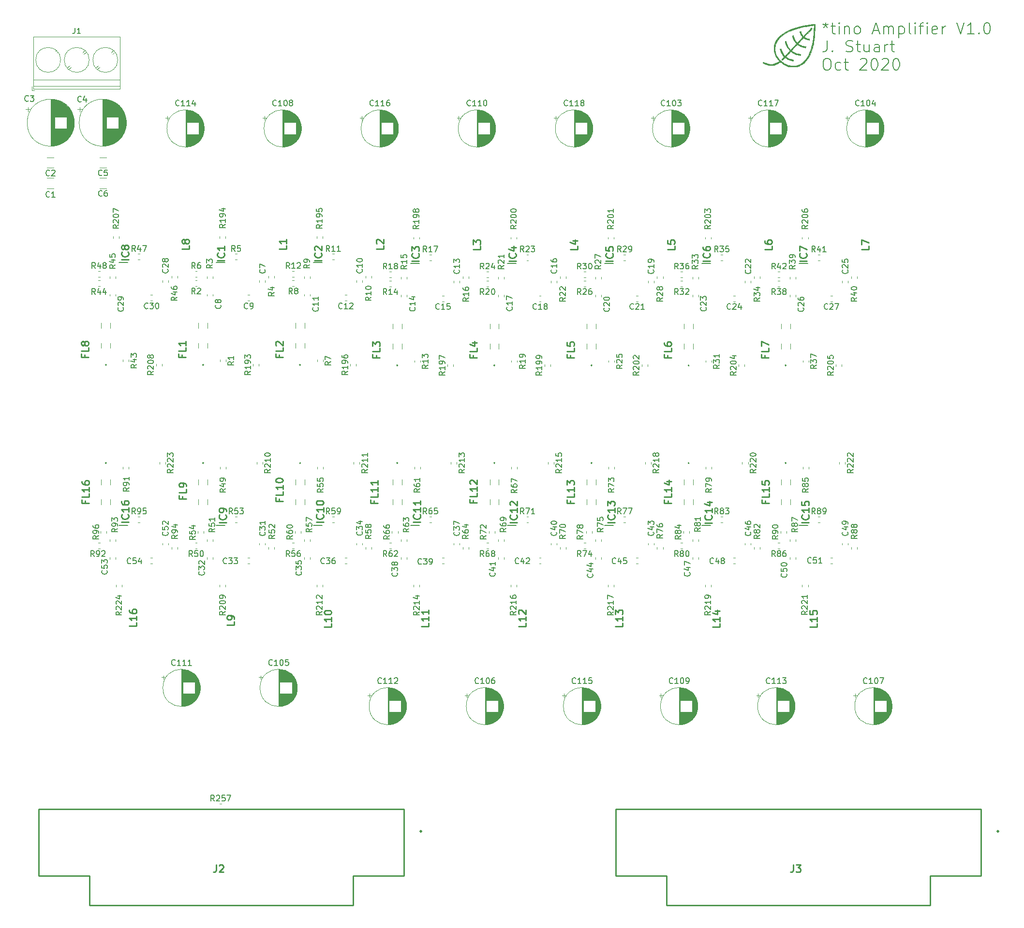
<source format=gto>
G04 #@! TF.GenerationSoftware,KiCad,Pcbnew,(5.1.5)-3*
G04 #@! TF.CreationDate,2020-10-27T13:55:20-04:00*
G04 #@! TF.ProjectId,ARTIQAmp,41525449-5141-46d7-902e-6b696361645f,rev?*
G04 #@! TF.SameCoordinates,Original*
G04 #@! TF.FileFunction,Legend,Top*
G04 #@! TF.FilePolarity,Positive*
%FSLAX46Y46*%
G04 Gerber Fmt 4.6, Leading zero omitted, Abs format (unit mm)*
G04 Created by KiCad (PCBNEW (5.1.5)-3) date 2020-10-27 13:55:20*
%MOMM*%
%LPD*%
G04 APERTURE LIST*
%ADD10C,0.150000*%
%ADD11C,0.010000*%
%ADD12C,0.254000*%
%ADD13C,0.200000*%
%ADD14C,0.100000*%
%ADD15C,0.120000*%
G04 APERTURE END LIST*
D10*
X170759404Y-20754761D02*
X170759404Y-21230952D01*
X170283214Y-21040476D02*
X170759404Y-21230952D01*
X171235595Y-21040476D01*
X170473690Y-21611904D02*
X170759404Y-21230952D01*
X171045119Y-21611904D01*
X171711785Y-21421428D02*
X172473690Y-21421428D01*
X171997500Y-20754761D02*
X171997500Y-22469047D01*
X172092738Y-22659523D01*
X172283214Y-22754761D01*
X172473690Y-22754761D01*
X173140357Y-22754761D02*
X173140357Y-21421428D01*
X173140357Y-20754761D02*
X173045119Y-20850000D01*
X173140357Y-20945238D01*
X173235595Y-20850000D01*
X173140357Y-20754761D01*
X173140357Y-20945238D01*
X174092738Y-21421428D02*
X174092738Y-22754761D01*
X174092738Y-21611904D02*
X174187976Y-21516666D01*
X174378452Y-21421428D01*
X174664166Y-21421428D01*
X174854642Y-21516666D01*
X174949880Y-21707142D01*
X174949880Y-22754761D01*
X176187976Y-22754761D02*
X175997500Y-22659523D01*
X175902261Y-22564285D01*
X175807023Y-22373809D01*
X175807023Y-21802380D01*
X175902261Y-21611904D01*
X175997500Y-21516666D01*
X176187976Y-21421428D01*
X176473690Y-21421428D01*
X176664166Y-21516666D01*
X176759404Y-21611904D01*
X176854642Y-21802380D01*
X176854642Y-22373809D01*
X176759404Y-22564285D01*
X176664166Y-22659523D01*
X176473690Y-22754761D01*
X176187976Y-22754761D01*
X179140357Y-22183333D02*
X180092738Y-22183333D01*
X178949880Y-22754761D02*
X179616547Y-20754761D01*
X180283214Y-22754761D01*
X180949880Y-22754761D02*
X180949880Y-21421428D01*
X180949880Y-21611904D02*
X181045119Y-21516666D01*
X181235595Y-21421428D01*
X181521309Y-21421428D01*
X181711785Y-21516666D01*
X181807023Y-21707142D01*
X181807023Y-22754761D01*
X181807023Y-21707142D02*
X181902261Y-21516666D01*
X182092738Y-21421428D01*
X182378452Y-21421428D01*
X182568928Y-21516666D01*
X182664166Y-21707142D01*
X182664166Y-22754761D01*
X183616547Y-21421428D02*
X183616547Y-23421428D01*
X183616547Y-21516666D02*
X183807023Y-21421428D01*
X184187976Y-21421428D01*
X184378452Y-21516666D01*
X184473690Y-21611904D01*
X184568928Y-21802380D01*
X184568928Y-22373809D01*
X184473690Y-22564285D01*
X184378452Y-22659523D01*
X184187976Y-22754761D01*
X183807023Y-22754761D01*
X183616547Y-22659523D01*
X185711785Y-22754761D02*
X185521309Y-22659523D01*
X185426071Y-22469047D01*
X185426071Y-20754761D01*
X186473690Y-22754761D02*
X186473690Y-21421428D01*
X186473690Y-20754761D02*
X186378452Y-20850000D01*
X186473690Y-20945238D01*
X186568928Y-20850000D01*
X186473690Y-20754761D01*
X186473690Y-20945238D01*
X187140357Y-21421428D02*
X187902261Y-21421428D01*
X187426071Y-22754761D02*
X187426071Y-21040476D01*
X187521309Y-20850000D01*
X187711785Y-20754761D01*
X187902261Y-20754761D01*
X188568928Y-22754761D02*
X188568928Y-21421428D01*
X188568928Y-20754761D02*
X188473690Y-20850000D01*
X188568928Y-20945238D01*
X188664166Y-20850000D01*
X188568928Y-20754761D01*
X188568928Y-20945238D01*
X190283214Y-22659523D02*
X190092738Y-22754761D01*
X189711785Y-22754761D01*
X189521309Y-22659523D01*
X189426071Y-22469047D01*
X189426071Y-21707142D01*
X189521309Y-21516666D01*
X189711785Y-21421428D01*
X190092738Y-21421428D01*
X190283214Y-21516666D01*
X190378452Y-21707142D01*
X190378452Y-21897619D01*
X189426071Y-22088095D01*
X191235595Y-22754761D02*
X191235595Y-21421428D01*
X191235595Y-21802380D02*
X191330833Y-21611904D01*
X191426071Y-21516666D01*
X191616547Y-21421428D01*
X191807023Y-21421428D01*
X193711785Y-20754761D02*
X194378452Y-22754761D01*
X195045119Y-20754761D01*
X196759404Y-22754761D02*
X195616547Y-22754761D01*
X196187976Y-22754761D02*
X196187976Y-20754761D01*
X195997500Y-21040476D01*
X195807023Y-21230952D01*
X195616547Y-21326190D01*
X197616547Y-22564285D02*
X197711785Y-22659523D01*
X197616547Y-22754761D01*
X197521309Y-22659523D01*
X197616547Y-22564285D01*
X197616547Y-22754761D01*
X198949880Y-20754761D02*
X199140357Y-20754761D01*
X199330833Y-20850000D01*
X199426071Y-20945238D01*
X199521309Y-21135714D01*
X199616547Y-21516666D01*
X199616547Y-21992857D01*
X199521309Y-22373809D01*
X199426071Y-22564285D01*
X199330833Y-22659523D01*
X199140357Y-22754761D01*
X198949880Y-22754761D01*
X198759404Y-22659523D01*
X198664166Y-22564285D01*
X198568928Y-22373809D01*
X198473690Y-21992857D01*
X198473690Y-21516666D01*
X198568928Y-21135714D01*
X198664166Y-20945238D01*
X198759404Y-20850000D01*
X198949880Y-20754761D01*
X171045119Y-23904761D02*
X171045119Y-25333333D01*
X170949880Y-25619047D01*
X170759404Y-25809523D01*
X170473690Y-25904761D01*
X170283214Y-25904761D01*
X171997500Y-25714285D02*
X172092738Y-25809523D01*
X171997500Y-25904761D01*
X171902261Y-25809523D01*
X171997500Y-25714285D01*
X171997500Y-25904761D01*
X174378452Y-25809523D02*
X174664166Y-25904761D01*
X175140357Y-25904761D01*
X175330833Y-25809523D01*
X175426071Y-25714285D01*
X175521309Y-25523809D01*
X175521309Y-25333333D01*
X175426071Y-25142857D01*
X175330833Y-25047619D01*
X175140357Y-24952380D01*
X174759404Y-24857142D01*
X174568928Y-24761904D01*
X174473690Y-24666666D01*
X174378452Y-24476190D01*
X174378452Y-24285714D01*
X174473690Y-24095238D01*
X174568928Y-24000000D01*
X174759404Y-23904761D01*
X175235595Y-23904761D01*
X175521309Y-24000000D01*
X176092738Y-24571428D02*
X176854642Y-24571428D01*
X176378452Y-23904761D02*
X176378452Y-25619047D01*
X176473690Y-25809523D01*
X176664166Y-25904761D01*
X176854642Y-25904761D01*
X178378452Y-24571428D02*
X178378452Y-25904761D01*
X177521309Y-24571428D02*
X177521309Y-25619047D01*
X177616547Y-25809523D01*
X177807023Y-25904761D01*
X178092738Y-25904761D01*
X178283214Y-25809523D01*
X178378452Y-25714285D01*
X180187976Y-25904761D02*
X180187976Y-24857142D01*
X180092738Y-24666666D01*
X179902261Y-24571428D01*
X179521309Y-24571428D01*
X179330833Y-24666666D01*
X180187976Y-25809523D02*
X179997500Y-25904761D01*
X179521309Y-25904761D01*
X179330833Y-25809523D01*
X179235595Y-25619047D01*
X179235595Y-25428571D01*
X179330833Y-25238095D01*
X179521309Y-25142857D01*
X179997500Y-25142857D01*
X180187976Y-25047619D01*
X181140357Y-25904761D02*
X181140357Y-24571428D01*
X181140357Y-24952380D02*
X181235595Y-24761904D01*
X181330833Y-24666666D01*
X181521309Y-24571428D01*
X181711785Y-24571428D01*
X182092738Y-24571428D02*
X182854642Y-24571428D01*
X182378452Y-23904761D02*
X182378452Y-25619047D01*
X182473690Y-25809523D01*
X182664166Y-25904761D01*
X182854642Y-25904761D01*
X170854642Y-27054761D02*
X171235595Y-27054761D01*
X171426071Y-27150000D01*
X171616547Y-27340476D01*
X171711785Y-27721428D01*
X171711785Y-28388095D01*
X171616547Y-28769047D01*
X171426071Y-28959523D01*
X171235595Y-29054761D01*
X170854642Y-29054761D01*
X170664166Y-28959523D01*
X170473690Y-28769047D01*
X170378452Y-28388095D01*
X170378452Y-27721428D01*
X170473690Y-27340476D01*
X170664166Y-27150000D01*
X170854642Y-27054761D01*
X173426071Y-28959523D02*
X173235595Y-29054761D01*
X172854642Y-29054761D01*
X172664166Y-28959523D01*
X172568928Y-28864285D01*
X172473690Y-28673809D01*
X172473690Y-28102380D01*
X172568928Y-27911904D01*
X172664166Y-27816666D01*
X172854642Y-27721428D01*
X173235595Y-27721428D01*
X173426071Y-27816666D01*
X173997500Y-27721428D02*
X174759404Y-27721428D01*
X174283214Y-27054761D02*
X174283214Y-28769047D01*
X174378452Y-28959523D01*
X174568928Y-29054761D01*
X174759404Y-29054761D01*
X176854642Y-27245238D02*
X176949880Y-27150000D01*
X177140357Y-27054761D01*
X177616547Y-27054761D01*
X177807023Y-27150000D01*
X177902261Y-27245238D01*
X177997500Y-27435714D01*
X177997500Y-27626190D01*
X177902261Y-27911904D01*
X176759404Y-29054761D01*
X177997500Y-29054761D01*
X179235595Y-27054761D02*
X179426071Y-27054761D01*
X179616547Y-27150000D01*
X179711785Y-27245238D01*
X179807023Y-27435714D01*
X179902261Y-27816666D01*
X179902261Y-28292857D01*
X179807023Y-28673809D01*
X179711785Y-28864285D01*
X179616547Y-28959523D01*
X179426071Y-29054761D01*
X179235595Y-29054761D01*
X179045119Y-28959523D01*
X178949880Y-28864285D01*
X178854642Y-28673809D01*
X178759404Y-28292857D01*
X178759404Y-27816666D01*
X178854642Y-27435714D01*
X178949880Y-27245238D01*
X179045119Y-27150000D01*
X179235595Y-27054761D01*
X180664166Y-27245238D02*
X180759404Y-27150000D01*
X180949880Y-27054761D01*
X181426071Y-27054761D01*
X181616547Y-27150000D01*
X181711785Y-27245238D01*
X181807023Y-27435714D01*
X181807023Y-27626190D01*
X181711785Y-27911904D01*
X180568928Y-29054761D01*
X181807023Y-29054761D01*
X183045119Y-27054761D02*
X183235595Y-27054761D01*
X183426071Y-27150000D01*
X183521309Y-27245238D01*
X183616547Y-27435714D01*
X183711785Y-27816666D01*
X183711785Y-28292857D01*
X183616547Y-28673809D01*
X183521309Y-28864285D01*
X183426071Y-28959523D01*
X183235595Y-29054761D01*
X183045119Y-29054761D01*
X182854642Y-28959523D01*
X182759404Y-28864285D01*
X182664166Y-28673809D01*
X182568928Y-28292857D01*
X182568928Y-27816666D01*
X182664166Y-27435714D01*
X182759404Y-27245238D01*
X182854642Y-27150000D01*
X183045119Y-27054761D01*
D11*
G36*
X168254700Y-21678403D02*
G01*
X168278598Y-21696966D01*
X168309907Y-21724851D01*
X168321846Y-21736204D01*
X168391554Y-21803591D01*
X167714980Y-22533270D01*
X167613315Y-22643000D01*
X167516245Y-22747935D01*
X167424908Y-22846836D01*
X167340442Y-22938464D01*
X167263985Y-23021579D01*
X167196674Y-23094941D01*
X167139647Y-23157310D01*
X167094041Y-23207448D01*
X167060995Y-23244113D01*
X167041646Y-23266068D01*
X167036795Y-23272179D01*
X167045225Y-23284685D01*
X167070946Y-23305280D01*
X167110560Y-23331806D01*
X167160666Y-23362106D01*
X167217862Y-23394020D01*
X167276319Y-23424190D01*
X167430765Y-23491416D01*
X167597079Y-23547086D01*
X167761228Y-23587097D01*
X167813425Y-23597509D01*
X167857622Y-23606544D01*
X167888668Y-23613135D01*
X167900848Y-23616014D01*
X167906560Y-23625911D01*
X167906991Y-23652255D01*
X167902114Y-23697703D01*
X167899933Y-23713259D01*
X167893042Y-23757118D01*
X167886658Y-23791389D01*
X167881892Y-23810282D01*
X167880951Y-23812079D01*
X167868210Y-23811990D01*
X167837393Y-23807796D01*
X167793008Y-23800208D01*
X167739562Y-23789940D01*
X167734861Y-23788990D01*
X167540587Y-23741149D01*
X167354926Y-23678700D01*
X167181635Y-23603143D01*
X167024476Y-23515976D01*
X166983115Y-23489185D01*
X166937322Y-23459318D01*
X166906446Y-23441709D01*
X166886935Y-23434760D01*
X166875235Y-23436870D01*
X166872407Y-23439366D01*
X166862206Y-23450422D01*
X166837734Y-23476845D01*
X166800430Y-23517082D01*
X166751736Y-23569578D01*
X166693094Y-23632782D01*
X166625943Y-23705139D01*
X166551726Y-23785097D01*
X166471883Y-23871102D01*
X166405128Y-23942999D01*
X166309218Y-24046359D01*
X166227942Y-24134164D01*
X166160170Y-24207734D01*
X166104775Y-24268390D01*
X166060628Y-24317451D01*
X166026601Y-24356237D01*
X166001567Y-24386068D01*
X165984396Y-24408265D01*
X165973960Y-24424147D01*
X165969131Y-24435035D01*
X165968780Y-24442248D01*
X165971781Y-24447107D01*
X165973200Y-24448330D01*
X166064752Y-24513983D01*
X166173343Y-24581643D01*
X166293443Y-24648421D01*
X166419525Y-24711430D01*
X166546061Y-24767782D01*
X166667522Y-24814589D01*
X166687500Y-24821467D01*
X166793003Y-24854424D01*
X166911334Y-24886936D01*
X167032800Y-24916568D01*
X167147704Y-24940884D01*
X167201273Y-24950556D01*
X167243054Y-24957810D01*
X167274847Y-24963822D01*
X167290796Y-24967474D01*
X167291547Y-24967805D01*
X167291550Y-24979379D01*
X167288817Y-25007313D01*
X167284220Y-25045161D01*
X167278632Y-25086477D01*
X167272925Y-25124813D01*
X167267973Y-25153723D01*
X167264647Y-25166761D01*
X167264608Y-25166809D01*
X167251972Y-25166623D01*
X167220742Y-25161776D01*
X167174749Y-25153104D01*
X167117826Y-25141445D01*
X167053805Y-25127636D01*
X166986519Y-25112512D01*
X166919799Y-25096911D01*
X166857479Y-25081671D01*
X166803389Y-25067627D01*
X166777865Y-25060522D01*
X166628116Y-25014424D01*
X166490924Y-24965373D01*
X166361524Y-24911040D01*
X166235153Y-24849099D01*
X166107047Y-24777220D01*
X165972443Y-24693078D01*
X165833137Y-24598916D01*
X165827721Y-24596430D01*
X165820777Y-24596789D01*
X165811117Y-24601179D01*
X165797549Y-24610784D01*
X165778885Y-24626791D01*
X165753934Y-24650384D01*
X165721506Y-24682748D01*
X165680411Y-24725069D01*
X165629460Y-24778531D01*
X165567462Y-24844320D01*
X165493228Y-24923620D01*
X165405567Y-25017617D01*
X165314418Y-25115535D01*
X165227532Y-25209039D01*
X165145384Y-25297678D01*
X165069317Y-25379988D01*
X165000672Y-25454505D01*
X164940792Y-25519767D01*
X164891020Y-25574308D01*
X164852697Y-25616666D01*
X164827167Y-25645376D01*
X164815770Y-25658976D01*
X164815299Y-25659772D01*
X164822691Y-25671801D01*
X164846606Y-25693562D01*
X164883845Y-25722778D01*
X164931212Y-25757169D01*
X164985509Y-25794457D01*
X165043537Y-25832362D01*
X165102100Y-25868606D01*
X165137321Y-25889269D01*
X165352510Y-26001143D01*
X165579698Y-26096984D01*
X165820821Y-26177485D01*
X166077811Y-26243339D01*
X166191046Y-26266817D01*
X166255285Y-26279387D01*
X166311191Y-26290553D01*
X166355011Y-26299547D01*
X166382992Y-26305601D01*
X166391488Y-26307834D01*
X166391857Y-26319788D01*
X166389271Y-26349162D01*
X166384254Y-26390550D01*
X166381648Y-26409510D01*
X166374468Y-26457043D01*
X166368316Y-26485850D01*
X166361447Y-26500131D01*
X166352115Y-26504084D01*
X166342841Y-26502882D01*
X166320622Y-26498544D01*
X166282424Y-26491503D01*
X166235021Y-26483000D01*
X166214137Y-26479315D01*
X166037021Y-26443083D01*
X165851796Y-26395789D01*
X165665990Y-26339729D01*
X165487130Y-26277197D01*
X165322744Y-26210489D01*
X165301679Y-26201112D01*
X165203730Y-26153780D01*
X165096735Y-26096596D01*
X164987968Y-26033794D01*
X164884704Y-25969610D01*
X164794218Y-25908276D01*
X164776728Y-25895570D01*
X164737262Y-25866653D01*
X164704045Y-25842651D01*
X164682014Y-25827118D01*
X164676802Y-25823676D01*
X164666051Y-25830187D01*
X164640572Y-25852903D01*
X164601203Y-25890975D01*
X164548782Y-25943552D01*
X164484148Y-26009785D01*
X164408139Y-26088824D01*
X164321592Y-26179819D01*
X164234334Y-26272352D01*
X164139269Y-26373684D01*
X164059046Y-26459590D01*
X163992553Y-26531338D01*
X163938680Y-26590197D01*
X163896317Y-26637434D01*
X163864352Y-26674319D01*
X163841675Y-26702119D01*
X163827175Y-26722104D01*
X163819741Y-26735541D01*
X163818263Y-26743700D01*
X163819403Y-26746187D01*
X163838015Y-26762774D01*
X163872388Y-26788210D01*
X163918318Y-26819744D01*
X163971601Y-26854622D01*
X164028034Y-26890091D01*
X164083413Y-26923398D01*
X164132272Y-26951103D01*
X164302358Y-27034408D01*
X164489592Y-27109200D01*
X164689072Y-27173834D01*
X164895901Y-27226662D01*
X165034868Y-27254407D01*
X165148690Y-27274563D01*
X165140780Y-27344622D01*
X165132627Y-27408982D01*
X165125079Y-27451542D01*
X165117870Y-27473578D01*
X165112989Y-27477488D01*
X165099794Y-27475034D01*
X165067931Y-27468694D01*
X165021340Y-27459262D01*
X164963964Y-27447537D01*
X164921046Y-27438711D01*
X164665556Y-27377477D01*
X164428047Y-27302682D01*
X164207507Y-27213902D01*
X164002928Y-27110712D01*
X163813298Y-26992687D01*
X163746417Y-26944948D01*
X163709736Y-26919043D01*
X163679783Y-26900187D01*
X163661483Y-26891399D01*
X163658776Y-26891247D01*
X163648552Y-26900323D01*
X163624589Y-26924006D01*
X163589011Y-26960123D01*
X163543941Y-27006500D01*
X163491502Y-27060964D01*
X163433818Y-27121342D01*
X163426213Y-27129334D01*
X163359732Y-27199581D01*
X163307393Y-27254684D01*
X163266857Y-27295672D01*
X163235783Y-27323572D01*
X163211828Y-27339409D01*
X163192653Y-27344212D01*
X163175916Y-27339008D01*
X163159277Y-27324822D01*
X163140393Y-27302683D01*
X163116925Y-27273618D01*
X163111689Y-27267319D01*
X163065586Y-27212320D01*
X163509328Y-26750940D01*
X163442416Y-26678720D01*
X163293491Y-26503416D01*
X163162535Y-26317753D01*
X163047765Y-26118875D01*
X162947400Y-25903926D01*
X162925513Y-25850272D01*
X162900611Y-25783864D01*
X162873643Y-25705685D01*
X162846680Y-25622347D01*
X162821795Y-25540460D01*
X162801061Y-25466637D01*
X162786549Y-25407488D01*
X162786172Y-25405733D01*
X162778780Y-25371057D01*
X162872468Y-25350000D01*
X162915919Y-25340887D01*
X162949916Y-25334986D01*
X162968892Y-25333217D01*
X162970926Y-25333714D01*
X162975816Y-25346119D01*
X162985358Y-25376010D01*
X162998076Y-25418609D01*
X163009571Y-25458720D01*
X163075103Y-25665474D01*
X163151820Y-25861564D01*
X163238540Y-26044808D01*
X163334084Y-26213026D01*
X163437269Y-26364037D01*
X163546917Y-26495663D01*
X163600992Y-26550831D01*
X163651046Y-26599072D01*
X164003182Y-26223396D01*
X164079696Y-26141741D01*
X164154161Y-26062223D01*
X164224481Y-25987084D01*
X164288562Y-25918564D01*
X164344308Y-25858904D01*
X164389623Y-25810345D01*
X164422412Y-25775129D01*
X164434548Y-25762043D01*
X164513777Y-25676367D01*
X164416955Y-25575706D01*
X164257937Y-25393891D01*
X164113733Y-25194641D01*
X163984614Y-24978456D01*
X163870851Y-24745835D01*
X163772716Y-24497280D01*
X163691417Y-24236718D01*
X163675580Y-24178147D01*
X163662474Y-24128108D01*
X163653088Y-24090506D01*
X163648411Y-24069242D01*
X163648159Y-24065944D01*
X163660871Y-24061845D01*
X163689485Y-24054821D01*
X163727232Y-24046330D01*
X163767343Y-24037829D01*
X163803049Y-24030775D01*
X163827580Y-24026624D01*
X163833329Y-24026091D01*
X163845798Y-24037207D01*
X163858138Y-24068890D01*
X163864079Y-24092477D01*
X163881634Y-24163148D01*
X163905827Y-24248208D01*
X163934472Y-24340709D01*
X163965387Y-24433701D01*
X163996387Y-24520234D01*
X164008435Y-24551773D01*
X164104456Y-24770300D01*
X164217755Y-24979630D01*
X164346264Y-25176450D01*
X164487914Y-25357442D01*
X164562496Y-25440409D01*
X164649570Y-25532772D01*
X164692944Y-25485743D01*
X164708748Y-25468712D01*
X164738746Y-25436488D01*
X164781369Y-25390753D01*
X164835049Y-25333187D01*
X164898217Y-25265473D01*
X164969306Y-25189292D01*
X165046746Y-25106324D01*
X165128969Y-25018252D01*
X165192364Y-24950360D01*
X165275720Y-24860992D01*
X165354294Y-24776546D01*
X165426680Y-24698547D01*
X165491472Y-24628519D01*
X165547262Y-24567989D01*
X165592645Y-24518480D01*
X165626215Y-24481519D01*
X165646566Y-24458630D01*
X165652405Y-24451424D01*
X165646521Y-24439299D01*
X165627505Y-24414583D01*
X165598474Y-24381094D01*
X165569016Y-24349378D01*
X165435679Y-24194697D01*
X165312677Y-24021221D01*
X165201561Y-23831509D01*
X165103884Y-23628122D01*
X165048866Y-23491226D01*
X165029875Y-23437883D01*
X165009323Y-23376206D01*
X164988527Y-23310622D01*
X164968802Y-23245554D01*
X164951465Y-23185430D01*
X164937830Y-23134673D01*
X164929215Y-23097711D01*
X164926819Y-23080750D01*
X164932775Y-23068053D01*
X164953293Y-23057645D01*
X164992347Y-23047627D01*
X164998978Y-23046258D01*
X165041124Y-23037570D01*
X165077099Y-23029912D01*
X165095653Y-23025744D01*
X165108712Y-23024919D01*
X165118403Y-23032767D01*
X165127178Y-23053579D01*
X165137488Y-23091646D01*
X165140615Y-23104456D01*
X165202752Y-23320023D01*
X165283449Y-23532139D01*
X165380466Y-23735742D01*
X165491563Y-23925775D01*
X165529301Y-23982283D01*
X165562211Y-24027726D01*
X165600832Y-24077501D01*
X165642386Y-24128433D01*
X165684096Y-24177347D01*
X165723184Y-24221068D01*
X165756873Y-24256422D01*
X165782386Y-24280235D01*
X165796945Y-24289331D01*
X165797874Y-24289271D01*
X165807652Y-24280539D01*
X165831360Y-24256703D01*
X165867306Y-24219572D01*
X165913798Y-24170956D01*
X165969146Y-24112665D01*
X166031659Y-24046511D01*
X166099644Y-23974302D01*
X166171411Y-23897849D01*
X166245268Y-23818962D01*
X166319524Y-23739451D01*
X166392488Y-23661127D01*
X166462468Y-23585799D01*
X166527773Y-23515278D01*
X166586712Y-23451373D01*
X166637593Y-23395896D01*
X166678726Y-23350655D01*
X166708418Y-23317462D01*
X166724978Y-23298125D01*
X166727909Y-23293899D01*
X166720911Y-23283030D01*
X166701846Y-23258230D01*
X166673605Y-23223158D01*
X166639081Y-23181473D01*
X166638242Y-23180473D01*
X166554310Y-23074085D01*
X166484559Y-22970724D01*
X166423246Y-22861750D01*
X166413389Y-22842326D01*
X166383490Y-22779018D01*
X166353868Y-22709872D01*
X166325592Y-22638150D01*
X166299736Y-22567113D01*
X166277371Y-22500022D01*
X166259568Y-22440138D01*
X166247400Y-22390723D01*
X166241937Y-22355036D01*
X166244251Y-22336340D01*
X166246528Y-22334563D01*
X166272929Y-22326809D01*
X166310345Y-22317184D01*
X166351231Y-22307458D01*
X166388041Y-22299396D01*
X166413229Y-22294767D01*
X166418503Y-22294272D01*
X166430940Y-22305638D01*
X166444408Y-22339106D01*
X166454427Y-22376014D01*
X166477772Y-22458442D01*
X166510042Y-22551908D01*
X166547919Y-22647874D01*
X166588081Y-22737801D01*
X166618022Y-22796728D01*
X166653985Y-22858114D01*
X166696604Y-22923690D01*
X166741931Y-22987966D01*
X166786023Y-23045449D01*
X166824935Y-23090647D01*
X166840138Y-23105923D01*
X166874708Y-23138256D01*
X166949609Y-23059742D01*
X166969506Y-23038639D01*
X167003686Y-23002100D01*
X167050748Y-22951633D01*
X167109290Y-22888745D01*
X167177910Y-22814946D01*
X167255205Y-22731743D01*
X167339775Y-22640646D01*
X167430216Y-22543164D01*
X167525127Y-22440803D01*
X167623106Y-22335074D01*
X167628817Y-22328909D01*
X167724890Y-22225284D01*
X167816494Y-22126636D01*
X167902411Y-22034268D01*
X167981420Y-21949485D01*
X168052300Y-21873591D01*
X168113833Y-21807891D01*
X168164797Y-21753688D01*
X168203973Y-21712287D01*
X168230141Y-21684993D01*
X168242080Y-21673109D01*
X168242631Y-21672704D01*
X168254700Y-21678403D01*
G37*
X168254700Y-21678403D02*
X168278598Y-21696966D01*
X168309907Y-21724851D01*
X168321846Y-21736204D01*
X168391554Y-21803591D01*
X167714980Y-22533270D01*
X167613315Y-22643000D01*
X167516245Y-22747935D01*
X167424908Y-22846836D01*
X167340442Y-22938464D01*
X167263985Y-23021579D01*
X167196674Y-23094941D01*
X167139647Y-23157310D01*
X167094041Y-23207448D01*
X167060995Y-23244113D01*
X167041646Y-23266068D01*
X167036795Y-23272179D01*
X167045225Y-23284685D01*
X167070946Y-23305280D01*
X167110560Y-23331806D01*
X167160666Y-23362106D01*
X167217862Y-23394020D01*
X167276319Y-23424190D01*
X167430765Y-23491416D01*
X167597079Y-23547086D01*
X167761228Y-23587097D01*
X167813425Y-23597509D01*
X167857622Y-23606544D01*
X167888668Y-23613135D01*
X167900848Y-23616014D01*
X167906560Y-23625911D01*
X167906991Y-23652255D01*
X167902114Y-23697703D01*
X167899933Y-23713259D01*
X167893042Y-23757118D01*
X167886658Y-23791389D01*
X167881892Y-23810282D01*
X167880951Y-23812079D01*
X167868210Y-23811990D01*
X167837393Y-23807796D01*
X167793008Y-23800208D01*
X167739562Y-23789940D01*
X167734861Y-23788990D01*
X167540587Y-23741149D01*
X167354926Y-23678700D01*
X167181635Y-23603143D01*
X167024476Y-23515976D01*
X166983115Y-23489185D01*
X166937322Y-23459318D01*
X166906446Y-23441709D01*
X166886935Y-23434760D01*
X166875235Y-23436870D01*
X166872407Y-23439366D01*
X166862206Y-23450422D01*
X166837734Y-23476845D01*
X166800430Y-23517082D01*
X166751736Y-23569578D01*
X166693094Y-23632782D01*
X166625943Y-23705139D01*
X166551726Y-23785097D01*
X166471883Y-23871102D01*
X166405128Y-23942999D01*
X166309218Y-24046359D01*
X166227942Y-24134164D01*
X166160170Y-24207734D01*
X166104775Y-24268390D01*
X166060628Y-24317451D01*
X166026601Y-24356237D01*
X166001567Y-24386068D01*
X165984396Y-24408265D01*
X165973960Y-24424147D01*
X165969131Y-24435035D01*
X165968780Y-24442248D01*
X165971781Y-24447107D01*
X165973200Y-24448330D01*
X166064752Y-24513983D01*
X166173343Y-24581643D01*
X166293443Y-24648421D01*
X166419525Y-24711430D01*
X166546061Y-24767782D01*
X166667522Y-24814589D01*
X166687500Y-24821467D01*
X166793003Y-24854424D01*
X166911334Y-24886936D01*
X167032800Y-24916568D01*
X167147704Y-24940884D01*
X167201273Y-24950556D01*
X167243054Y-24957810D01*
X167274847Y-24963822D01*
X167290796Y-24967474D01*
X167291547Y-24967805D01*
X167291550Y-24979379D01*
X167288817Y-25007313D01*
X167284220Y-25045161D01*
X167278632Y-25086477D01*
X167272925Y-25124813D01*
X167267973Y-25153723D01*
X167264647Y-25166761D01*
X167264608Y-25166809D01*
X167251972Y-25166623D01*
X167220742Y-25161776D01*
X167174749Y-25153104D01*
X167117826Y-25141445D01*
X167053805Y-25127636D01*
X166986519Y-25112512D01*
X166919799Y-25096911D01*
X166857479Y-25081671D01*
X166803389Y-25067627D01*
X166777865Y-25060522D01*
X166628116Y-25014424D01*
X166490924Y-24965373D01*
X166361524Y-24911040D01*
X166235153Y-24849099D01*
X166107047Y-24777220D01*
X165972443Y-24693078D01*
X165833137Y-24598916D01*
X165827721Y-24596430D01*
X165820777Y-24596789D01*
X165811117Y-24601179D01*
X165797549Y-24610784D01*
X165778885Y-24626791D01*
X165753934Y-24650384D01*
X165721506Y-24682748D01*
X165680411Y-24725069D01*
X165629460Y-24778531D01*
X165567462Y-24844320D01*
X165493228Y-24923620D01*
X165405567Y-25017617D01*
X165314418Y-25115535D01*
X165227532Y-25209039D01*
X165145384Y-25297678D01*
X165069317Y-25379988D01*
X165000672Y-25454505D01*
X164940792Y-25519767D01*
X164891020Y-25574308D01*
X164852697Y-25616666D01*
X164827167Y-25645376D01*
X164815770Y-25658976D01*
X164815299Y-25659772D01*
X164822691Y-25671801D01*
X164846606Y-25693562D01*
X164883845Y-25722778D01*
X164931212Y-25757169D01*
X164985509Y-25794457D01*
X165043537Y-25832362D01*
X165102100Y-25868606D01*
X165137321Y-25889269D01*
X165352510Y-26001143D01*
X165579698Y-26096984D01*
X165820821Y-26177485D01*
X166077811Y-26243339D01*
X166191046Y-26266817D01*
X166255285Y-26279387D01*
X166311191Y-26290553D01*
X166355011Y-26299547D01*
X166382992Y-26305601D01*
X166391488Y-26307834D01*
X166391857Y-26319788D01*
X166389271Y-26349162D01*
X166384254Y-26390550D01*
X166381648Y-26409510D01*
X166374468Y-26457043D01*
X166368316Y-26485850D01*
X166361447Y-26500131D01*
X166352115Y-26504084D01*
X166342841Y-26502882D01*
X166320622Y-26498544D01*
X166282424Y-26491503D01*
X166235021Y-26483000D01*
X166214137Y-26479315D01*
X166037021Y-26443083D01*
X165851796Y-26395789D01*
X165665990Y-26339729D01*
X165487130Y-26277197D01*
X165322744Y-26210489D01*
X165301679Y-26201112D01*
X165203730Y-26153780D01*
X165096735Y-26096596D01*
X164987968Y-26033794D01*
X164884704Y-25969610D01*
X164794218Y-25908276D01*
X164776728Y-25895570D01*
X164737262Y-25866653D01*
X164704045Y-25842651D01*
X164682014Y-25827118D01*
X164676802Y-25823676D01*
X164666051Y-25830187D01*
X164640572Y-25852903D01*
X164601203Y-25890975D01*
X164548782Y-25943552D01*
X164484148Y-26009785D01*
X164408139Y-26088824D01*
X164321592Y-26179819D01*
X164234334Y-26272352D01*
X164139269Y-26373684D01*
X164059046Y-26459590D01*
X163992553Y-26531338D01*
X163938680Y-26590197D01*
X163896317Y-26637434D01*
X163864352Y-26674319D01*
X163841675Y-26702119D01*
X163827175Y-26722104D01*
X163819741Y-26735541D01*
X163818263Y-26743700D01*
X163819403Y-26746187D01*
X163838015Y-26762774D01*
X163872388Y-26788210D01*
X163918318Y-26819744D01*
X163971601Y-26854622D01*
X164028034Y-26890091D01*
X164083413Y-26923398D01*
X164132272Y-26951103D01*
X164302358Y-27034408D01*
X164489592Y-27109200D01*
X164689072Y-27173834D01*
X164895901Y-27226662D01*
X165034868Y-27254407D01*
X165148690Y-27274563D01*
X165140780Y-27344622D01*
X165132627Y-27408982D01*
X165125079Y-27451542D01*
X165117870Y-27473578D01*
X165112989Y-27477488D01*
X165099794Y-27475034D01*
X165067931Y-27468694D01*
X165021340Y-27459262D01*
X164963964Y-27447537D01*
X164921046Y-27438711D01*
X164665556Y-27377477D01*
X164428047Y-27302682D01*
X164207507Y-27213902D01*
X164002928Y-27110712D01*
X163813298Y-26992687D01*
X163746417Y-26944948D01*
X163709736Y-26919043D01*
X163679783Y-26900187D01*
X163661483Y-26891399D01*
X163658776Y-26891247D01*
X163648552Y-26900323D01*
X163624589Y-26924006D01*
X163589011Y-26960123D01*
X163543941Y-27006500D01*
X163491502Y-27060964D01*
X163433818Y-27121342D01*
X163426213Y-27129334D01*
X163359732Y-27199581D01*
X163307393Y-27254684D01*
X163266857Y-27295672D01*
X163235783Y-27323572D01*
X163211828Y-27339409D01*
X163192653Y-27344212D01*
X163175916Y-27339008D01*
X163159277Y-27324822D01*
X163140393Y-27302683D01*
X163116925Y-27273618D01*
X163111689Y-27267319D01*
X163065586Y-27212320D01*
X163509328Y-26750940D01*
X163442416Y-26678720D01*
X163293491Y-26503416D01*
X163162535Y-26317753D01*
X163047765Y-26118875D01*
X162947400Y-25903926D01*
X162925513Y-25850272D01*
X162900611Y-25783864D01*
X162873643Y-25705685D01*
X162846680Y-25622347D01*
X162821795Y-25540460D01*
X162801061Y-25466637D01*
X162786549Y-25407488D01*
X162786172Y-25405733D01*
X162778780Y-25371057D01*
X162872468Y-25350000D01*
X162915919Y-25340887D01*
X162949916Y-25334986D01*
X162968892Y-25333217D01*
X162970926Y-25333714D01*
X162975816Y-25346119D01*
X162985358Y-25376010D01*
X162998076Y-25418609D01*
X163009571Y-25458720D01*
X163075103Y-25665474D01*
X163151820Y-25861564D01*
X163238540Y-26044808D01*
X163334084Y-26213026D01*
X163437269Y-26364037D01*
X163546917Y-26495663D01*
X163600992Y-26550831D01*
X163651046Y-26599072D01*
X164003182Y-26223396D01*
X164079696Y-26141741D01*
X164154161Y-26062223D01*
X164224481Y-25987084D01*
X164288562Y-25918564D01*
X164344308Y-25858904D01*
X164389623Y-25810345D01*
X164422412Y-25775129D01*
X164434548Y-25762043D01*
X164513777Y-25676367D01*
X164416955Y-25575706D01*
X164257937Y-25393891D01*
X164113733Y-25194641D01*
X163984614Y-24978456D01*
X163870851Y-24745835D01*
X163772716Y-24497280D01*
X163691417Y-24236718D01*
X163675580Y-24178147D01*
X163662474Y-24128108D01*
X163653088Y-24090506D01*
X163648411Y-24069242D01*
X163648159Y-24065944D01*
X163660871Y-24061845D01*
X163689485Y-24054821D01*
X163727232Y-24046330D01*
X163767343Y-24037829D01*
X163803049Y-24030775D01*
X163827580Y-24026624D01*
X163833329Y-24026091D01*
X163845798Y-24037207D01*
X163858138Y-24068890D01*
X163864079Y-24092477D01*
X163881634Y-24163148D01*
X163905827Y-24248208D01*
X163934472Y-24340709D01*
X163965387Y-24433701D01*
X163996387Y-24520234D01*
X164008435Y-24551773D01*
X164104456Y-24770300D01*
X164217755Y-24979630D01*
X164346264Y-25176450D01*
X164487914Y-25357442D01*
X164562496Y-25440409D01*
X164649570Y-25532772D01*
X164692944Y-25485743D01*
X164708748Y-25468712D01*
X164738746Y-25436488D01*
X164781369Y-25390753D01*
X164835049Y-25333187D01*
X164898217Y-25265473D01*
X164969306Y-25189292D01*
X165046746Y-25106324D01*
X165128969Y-25018252D01*
X165192364Y-24950360D01*
X165275720Y-24860992D01*
X165354294Y-24776546D01*
X165426680Y-24698547D01*
X165491472Y-24628519D01*
X165547262Y-24567989D01*
X165592645Y-24518480D01*
X165626215Y-24481519D01*
X165646566Y-24458630D01*
X165652405Y-24451424D01*
X165646521Y-24439299D01*
X165627505Y-24414583D01*
X165598474Y-24381094D01*
X165569016Y-24349378D01*
X165435679Y-24194697D01*
X165312677Y-24021221D01*
X165201561Y-23831509D01*
X165103884Y-23628122D01*
X165048866Y-23491226D01*
X165029875Y-23437883D01*
X165009323Y-23376206D01*
X164988527Y-23310622D01*
X164968802Y-23245554D01*
X164951465Y-23185430D01*
X164937830Y-23134673D01*
X164929215Y-23097711D01*
X164926819Y-23080750D01*
X164932775Y-23068053D01*
X164953293Y-23057645D01*
X164992347Y-23047627D01*
X164998978Y-23046258D01*
X165041124Y-23037570D01*
X165077099Y-23029912D01*
X165095653Y-23025744D01*
X165108712Y-23024919D01*
X165118403Y-23032767D01*
X165127178Y-23053579D01*
X165137488Y-23091646D01*
X165140615Y-23104456D01*
X165202752Y-23320023D01*
X165283449Y-23532139D01*
X165380466Y-23735742D01*
X165491563Y-23925775D01*
X165529301Y-23982283D01*
X165562211Y-24027726D01*
X165600832Y-24077501D01*
X165642386Y-24128433D01*
X165684096Y-24177347D01*
X165723184Y-24221068D01*
X165756873Y-24256422D01*
X165782386Y-24280235D01*
X165796945Y-24289331D01*
X165797874Y-24289271D01*
X165807652Y-24280539D01*
X165831360Y-24256703D01*
X165867306Y-24219572D01*
X165913798Y-24170956D01*
X165969146Y-24112665D01*
X166031659Y-24046511D01*
X166099644Y-23974302D01*
X166171411Y-23897849D01*
X166245268Y-23818962D01*
X166319524Y-23739451D01*
X166392488Y-23661127D01*
X166462468Y-23585799D01*
X166527773Y-23515278D01*
X166586712Y-23451373D01*
X166637593Y-23395896D01*
X166678726Y-23350655D01*
X166708418Y-23317462D01*
X166724978Y-23298125D01*
X166727909Y-23293899D01*
X166720911Y-23283030D01*
X166701846Y-23258230D01*
X166673605Y-23223158D01*
X166639081Y-23181473D01*
X166638242Y-23180473D01*
X166554310Y-23074085D01*
X166484559Y-22970724D01*
X166423246Y-22861750D01*
X166413389Y-22842326D01*
X166383490Y-22779018D01*
X166353868Y-22709872D01*
X166325592Y-22638150D01*
X166299736Y-22567113D01*
X166277371Y-22500022D01*
X166259568Y-22440138D01*
X166247400Y-22390723D01*
X166241937Y-22355036D01*
X166244251Y-22336340D01*
X166246528Y-22334563D01*
X166272929Y-22326809D01*
X166310345Y-22317184D01*
X166351231Y-22307458D01*
X166388041Y-22299396D01*
X166413229Y-22294767D01*
X166418503Y-22294272D01*
X166430940Y-22305638D01*
X166444408Y-22339106D01*
X166454427Y-22376014D01*
X166477772Y-22458442D01*
X166510042Y-22551908D01*
X166547919Y-22647874D01*
X166588081Y-22737801D01*
X166618022Y-22796728D01*
X166653985Y-22858114D01*
X166696604Y-22923690D01*
X166741931Y-22987966D01*
X166786023Y-23045449D01*
X166824935Y-23090647D01*
X166840138Y-23105923D01*
X166874708Y-23138256D01*
X166949609Y-23059742D01*
X166969506Y-23038639D01*
X167003686Y-23002100D01*
X167050748Y-22951633D01*
X167109290Y-22888745D01*
X167177910Y-22814946D01*
X167255205Y-22731743D01*
X167339775Y-22640646D01*
X167430216Y-22543164D01*
X167525127Y-22440803D01*
X167623106Y-22335074D01*
X167628817Y-22328909D01*
X167724890Y-22225284D01*
X167816494Y-22126636D01*
X167902411Y-22034268D01*
X167981420Y-21949485D01*
X168052300Y-21873591D01*
X168113833Y-21807891D01*
X168164797Y-21753688D01*
X168203973Y-21712287D01*
X168230141Y-21684993D01*
X168242080Y-21673109D01*
X168242631Y-21672704D01*
X168254700Y-21678403D01*
G36*
X168955920Y-21188795D02*
G01*
X168955082Y-21266758D01*
X168952967Y-21350259D01*
X168949868Y-21430577D01*
X168946080Y-21498990D01*
X168944925Y-21514954D01*
X168941865Y-21557069D01*
X168937651Y-21618891D01*
X168932498Y-21697080D01*
X168926622Y-21788293D01*
X168920236Y-21889189D01*
X168913556Y-21996424D01*
X168906796Y-22106658D01*
X168904520Y-22144182D01*
X168890572Y-22370454D01*
X168877258Y-22576030D01*
X168864303Y-22763288D01*
X168851430Y-22934605D01*
X168838362Y-23092358D01*
X168824826Y-23238924D01*
X168810543Y-23376681D01*
X168795239Y-23508006D01*
X168778638Y-23635276D01*
X168760463Y-23760869D01*
X168740438Y-23887161D01*
X168718289Y-24016531D01*
X168693737Y-24151354D01*
X168666509Y-24294009D01*
X168638466Y-24436170D01*
X168571958Y-24753084D01*
X168503013Y-25048785D01*
X168430938Y-25325085D01*
X168355040Y-25583796D01*
X168274629Y-25826730D01*
X168189010Y-26055699D01*
X168097492Y-26272515D01*
X167999382Y-26478989D01*
X167893988Y-26676934D01*
X167780617Y-26868162D01*
X167658576Y-27054484D01*
X167612767Y-27120172D01*
X167510778Y-27257488D01*
X167399414Y-27395530D01*
X167282335Y-27530284D01*
X167163201Y-27657738D01*
X167045672Y-27773881D01*
X166933408Y-27874700D01*
X166896530Y-27905227D01*
X166699072Y-28050991D01*
X166488306Y-28180746D01*
X166267292Y-28293086D01*
X166039089Y-28386607D01*
X165806755Y-28459906D01*
X165576972Y-28510947D01*
X165532122Y-28516400D01*
X165468039Y-28520871D01*
X165388446Y-28524361D01*
X165297065Y-28526875D01*
X165197618Y-28528415D01*
X165093829Y-28528985D01*
X164989418Y-28528588D01*
X164888110Y-28527227D01*
X164793625Y-28524905D01*
X164709687Y-28521627D01*
X164640018Y-28517393D01*
X164588341Y-28512209D01*
X164574699Y-28510082D01*
X164308828Y-28450498D01*
X164046322Y-28368583D01*
X163788647Y-28265018D01*
X163537267Y-28140485D01*
X163293648Y-27995664D01*
X163059255Y-27831237D01*
X162977172Y-27767180D01*
X162930305Y-27730183D01*
X162889809Y-27699358D01*
X162859041Y-27677171D01*
X162841358Y-27666090D01*
X162838626Y-27665348D01*
X162826806Y-27672645D01*
X162799457Y-27690256D01*
X162760311Y-27715758D01*
X162713100Y-27746727D01*
X162698546Y-27756311D01*
X162497561Y-27880667D01*
X162301117Y-27985183D01*
X162105250Y-28071488D01*
X161906000Y-28141212D01*
X161699405Y-28195983D01*
X161561319Y-28223974D01*
X161490819Y-28233457D01*
X161403074Y-28240258D01*
X161303776Y-28244369D01*
X161198614Y-28245787D01*
X161093279Y-28244506D01*
X160993461Y-28240521D01*
X160904852Y-28233826D01*
X160834451Y-28224645D01*
X160583874Y-28169637D01*
X160337883Y-28092436D01*
X160147880Y-28015991D01*
X160094495Y-27991300D01*
X160034680Y-27961975D01*
X159972640Y-27930264D01*
X159912578Y-27898416D01*
X159858695Y-27868681D01*
X159815196Y-27843306D01*
X159786283Y-27824542D01*
X159778746Y-27818473D01*
X159772579Y-27808227D01*
X159774313Y-27793018D01*
X159785532Y-27768571D01*
X159807818Y-27730615D01*
X159816495Y-27716605D01*
X159870361Y-27630179D01*
X159989603Y-27697740D01*
X160138022Y-27775560D01*
X160295364Y-27846641D01*
X160455410Y-27908583D01*
X160611941Y-27958989D01*
X160758737Y-27995460D01*
X160764682Y-27996668D01*
X160985780Y-28029702D01*
X161206546Y-28039739D01*
X161427036Y-28026765D01*
X161647308Y-27990767D01*
X161867418Y-27931733D01*
X162087423Y-27849650D01*
X162307380Y-27744505D01*
X162527345Y-27616284D01*
X162575687Y-27585015D01*
X162689511Y-27510081D01*
X162603641Y-27421972D01*
X162420492Y-27218340D01*
X162257431Y-27004111D01*
X162114787Y-26779926D01*
X161992888Y-26546429D01*
X161892060Y-26304261D01*
X161812633Y-26054065D01*
X161754933Y-25796483D01*
X161745460Y-25740591D01*
X161735331Y-25659453D01*
X161727612Y-25561180D01*
X161722396Y-25451608D01*
X161720740Y-25378860D01*
X161926681Y-25378860D01*
X161931820Y-25524750D01*
X161944250Y-25660890D01*
X161964727Y-25793583D01*
X161994005Y-25929134D01*
X162029462Y-26062115D01*
X162105304Y-26285738D01*
X162202935Y-26505350D01*
X162321207Y-26719612D01*
X162458973Y-26927181D01*
X162615085Y-27126717D01*
X162788397Y-27316878D01*
X162977760Y-27496323D01*
X163182027Y-27663713D01*
X163400051Y-27817704D01*
X163630685Y-27956957D01*
X163668364Y-27977609D01*
X163847234Y-28065832D01*
X164038982Y-28144904D01*
X164238092Y-28213123D01*
X164439052Y-28268785D01*
X164636346Y-28310187D01*
X164824462Y-28335625D01*
X164828682Y-28336013D01*
X164881290Y-28339219D01*
X164950640Y-28341197D01*
X165030670Y-28341994D01*
X165115314Y-28341657D01*
X165198508Y-28340230D01*
X165274189Y-28337762D01*
X165336293Y-28334298D01*
X165363114Y-28331916D01*
X165605207Y-28294092D01*
X165842333Y-28233984D01*
X166073316Y-28152084D01*
X166296981Y-28048885D01*
X166512152Y-27924881D01*
X166717652Y-27780564D01*
X166762546Y-27745256D01*
X166934004Y-27595526D01*
X167102003Y-27425043D01*
X167264994Y-27236066D01*
X167421430Y-27030852D01*
X167569763Y-26811661D01*
X167708446Y-26580751D01*
X167835929Y-26340379D01*
X167950667Y-26092806D01*
X168030971Y-25894428D01*
X168096141Y-25711986D01*
X168161040Y-25509884D01*
X168224728Y-25291542D01*
X168286262Y-25060382D01*
X168344700Y-24819824D01*
X168399100Y-24573289D01*
X168411984Y-24511000D01*
X168442197Y-24361601D01*
X168469580Y-24222811D01*
X168494379Y-24092535D01*
X168516836Y-23968678D01*
X168537196Y-23849146D01*
X168555703Y-23731845D01*
X168572600Y-23614680D01*
X168588133Y-23495556D01*
X168602544Y-23372378D01*
X168616079Y-23243054D01*
X168628980Y-23105487D01*
X168641492Y-22957583D01*
X168653859Y-22797248D01*
X168666325Y-22622388D01*
X168679134Y-22430907D01*
X168692530Y-22220712D01*
X168706757Y-21989707D01*
X168707894Y-21971000D01*
X168714605Y-21862014D01*
X168721363Y-21755098D01*
X168727945Y-21653604D01*
X168734126Y-21560884D01*
X168739682Y-21480289D01*
X168744388Y-21415172D01*
X168748021Y-21368885D01*
X168748760Y-21360365D01*
X168753155Y-21308100D01*
X168756230Y-21265129D01*
X168757685Y-21236140D01*
X168757335Y-21225851D01*
X168745503Y-21226724D01*
X168713457Y-21230701D01*
X168663814Y-21237396D01*
X168599185Y-21246426D01*
X168522185Y-21257406D01*
X168435429Y-21269952D01*
X168341528Y-21283680D01*
X168243098Y-21298205D01*
X168142751Y-21313144D01*
X168043103Y-21328112D01*
X167946765Y-21342724D01*
X167856353Y-21356596D01*
X167774480Y-21369344D01*
X167703759Y-21380584D01*
X167691955Y-21382492D01*
X167328726Y-21443770D01*
X166986810Y-21506473D01*
X166664447Y-21571073D01*
X166359878Y-21638040D01*
X166071345Y-21707845D01*
X165797088Y-21780958D01*
X165535349Y-21857851D01*
X165284369Y-21938994D01*
X165042388Y-22024858D01*
X164807649Y-22115914D01*
X164578391Y-22212632D01*
X164560117Y-22220680D01*
X164307324Y-22339049D01*
X164059218Y-22468343D01*
X163817594Y-22607199D01*
X163584250Y-22754254D01*
X163360981Y-22908145D01*
X163149584Y-23067509D01*
X162951854Y-23230984D01*
X162769588Y-23397206D01*
X162604582Y-23564813D01*
X162458632Y-23732440D01*
X162333535Y-23898727D01*
X162317292Y-23922559D01*
X162210395Y-24095896D01*
X162121980Y-24271520D01*
X162051184Y-24452304D01*
X161997142Y-24641120D01*
X161958992Y-24840839D01*
X161935870Y-25054333D01*
X161928075Y-25216917D01*
X161926681Y-25378860D01*
X161720740Y-25378860D01*
X161719776Y-25336575D01*
X161719846Y-25221919D01*
X161722698Y-25113477D01*
X161728426Y-25017089D01*
X161733136Y-24968726D01*
X161757591Y-24790404D01*
X161788047Y-24629492D01*
X161825951Y-24480765D01*
X161872751Y-24338994D01*
X161929896Y-24198952D01*
X161970483Y-24112083D01*
X162074795Y-23919823D01*
X162198486Y-23731315D01*
X162342187Y-23545855D01*
X162506525Y-23362735D01*
X162692130Y-23181249D01*
X162899632Y-23000691D01*
X163103933Y-22839675D01*
X163414434Y-22618563D01*
X163737932Y-22414312D01*
X164075584Y-22226306D01*
X164428546Y-22053927D01*
X164797975Y-21896556D01*
X165045116Y-21802877D01*
X165308536Y-21712858D01*
X165593453Y-21625471D01*
X165898384Y-21541073D01*
X166221849Y-21460025D01*
X166562364Y-21382687D01*
X166918448Y-21309418D01*
X167288619Y-21240578D01*
X167536091Y-21198375D01*
X167652565Y-21179438D01*
X167775293Y-21159919D01*
X167901981Y-21140150D01*
X168030330Y-21120463D01*
X168158046Y-21101193D01*
X168282833Y-21082671D01*
X168402394Y-21065231D01*
X168514433Y-21049206D01*
X168616655Y-21034928D01*
X168706763Y-21022730D01*
X168782462Y-21012945D01*
X168841454Y-21005906D01*
X168881445Y-21001947D01*
X168896252Y-21001182D01*
X168956182Y-21001182D01*
X168955920Y-21188795D01*
G37*
X168955920Y-21188795D02*
X168955082Y-21266758D01*
X168952967Y-21350259D01*
X168949868Y-21430577D01*
X168946080Y-21498990D01*
X168944925Y-21514954D01*
X168941865Y-21557069D01*
X168937651Y-21618891D01*
X168932498Y-21697080D01*
X168926622Y-21788293D01*
X168920236Y-21889189D01*
X168913556Y-21996424D01*
X168906796Y-22106658D01*
X168904520Y-22144182D01*
X168890572Y-22370454D01*
X168877258Y-22576030D01*
X168864303Y-22763288D01*
X168851430Y-22934605D01*
X168838362Y-23092358D01*
X168824826Y-23238924D01*
X168810543Y-23376681D01*
X168795239Y-23508006D01*
X168778638Y-23635276D01*
X168760463Y-23760869D01*
X168740438Y-23887161D01*
X168718289Y-24016531D01*
X168693737Y-24151354D01*
X168666509Y-24294009D01*
X168638466Y-24436170D01*
X168571958Y-24753084D01*
X168503013Y-25048785D01*
X168430938Y-25325085D01*
X168355040Y-25583796D01*
X168274629Y-25826730D01*
X168189010Y-26055699D01*
X168097492Y-26272515D01*
X167999382Y-26478989D01*
X167893988Y-26676934D01*
X167780617Y-26868162D01*
X167658576Y-27054484D01*
X167612767Y-27120172D01*
X167510778Y-27257488D01*
X167399414Y-27395530D01*
X167282335Y-27530284D01*
X167163201Y-27657738D01*
X167045672Y-27773881D01*
X166933408Y-27874700D01*
X166896530Y-27905227D01*
X166699072Y-28050991D01*
X166488306Y-28180746D01*
X166267292Y-28293086D01*
X166039089Y-28386607D01*
X165806755Y-28459906D01*
X165576972Y-28510947D01*
X165532122Y-28516400D01*
X165468039Y-28520871D01*
X165388446Y-28524361D01*
X165297065Y-28526875D01*
X165197618Y-28528415D01*
X165093829Y-28528985D01*
X164989418Y-28528588D01*
X164888110Y-28527227D01*
X164793625Y-28524905D01*
X164709687Y-28521627D01*
X164640018Y-28517393D01*
X164588341Y-28512209D01*
X164574699Y-28510082D01*
X164308828Y-28450498D01*
X164046322Y-28368583D01*
X163788647Y-28265018D01*
X163537267Y-28140485D01*
X163293648Y-27995664D01*
X163059255Y-27831237D01*
X162977172Y-27767180D01*
X162930305Y-27730183D01*
X162889809Y-27699358D01*
X162859041Y-27677171D01*
X162841358Y-27666090D01*
X162838626Y-27665348D01*
X162826806Y-27672645D01*
X162799457Y-27690256D01*
X162760311Y-27715758D01*
X162713100Y-27746727D01*
X162698546Y-27756311D01*
X162497561Y-27880667D01*
X162301117Y-27985183D01*
X162105250Y-28071488D01*
X161906000Y-28141212D01*
X161699405Y-28195983D01*
X161561319Y-28223974D01*
X161490819Y-28233457D01*
X161403074Y-28240258D01*
X161303776Y-28244369D01*
X161198614Y-28245787D01*
X161093279Y-28244506D01*
X160993461Y-28240521D01*
X160904852Y-28233826D01*
X160834451Y-28224645D01*
X160583874Y-28169637D01*
X160337883Y-28092436D01*
X160147880Y-28015991D01*
X160094495Y-27991300D01*
X160034680Y-27961975D01*
X159972640Y-27930264D01*
X159912578Y-27898416D01*
X159858695Y-27868681D01*
X159815196Y-27843306D01*
X159786283Y-27824542D01*
X159778746Y-27818473D01*
X159772579Y-27808227D01*
X159774313Y-27793018D01*
X159785532Y-27768571D01*
X159807818Y-27730615D01*
X159816495Y-27716605D01*
X159870361Y-27630179D01*
X159989603Y-27697740D01*
X160138022Y-27775560D01*
X160295364Y-27846641D01*
X160455410Y-27908583D01*
X160611941Y-27958989D01*
X160758737Y-27995460D01*
X160764682Y-27996668D01*
X160985780Y-28029702D01*
X161206546Y-28039739D01*
X161427036Y-28026765D01*
X161647308Y-27990767D01*
X161867418Y-27931733D01*
X162087423Y-27849650D01*
X162307380Y-27744505D01*
X162527345Y-27616284D01*
X162575687Y-27585015D01*
X162689511Y-27510081D01*
X162603641Y-27421972D01*
X162420492Y-27218340D01*
X162257431Y-27004111D01*
X162114787Y-26779926D01*
X161992888Y-26546429D01*
X161892060Y-26304261D01*
X161812633Y-26054065D01*
X161754933Y-25796483D01*
X161745460Y-25740591D01*
X161735331Y-25659453D01*
X161727612Y-25561180D01*
X161722396Y-25451608D01*
X161720740Y-25378860D01*
X161926681Y-25378860D01*
X161931820Y-25524750D01*
X161944250Y-25660890D01*
X161964727Y-25793583D01*
X161994005Y-25929134D01*
X162029462Y-26062115D01*
X162105304Y-26285738D01*
X162202935Y-26505350D01*
X162321207Y-26719612D01*
X162458973Y-26927181D01*
X162615085Y-27126717D01*
X162788397Y-27316878D01*
X162977760Y-27496323D01*
X163182027Y-27663713D01*
X163400051Y-27817704D01*
X163630685Y-27956957D01*
X163668364Y-27977609D01*
X163847234Y-28065832D01*
X164038982Y-28144904D01*
X164238092Y-28213123D01*
X164439052Y-28268785D01*
X164636346Y-28310187D01*
X164824462Y-28335625D01*
X164828682Y-28336013D01*
X164881290Y-28339219D01*
X164950640Y-28341197D01*
X165030670Y-28341994D01*
X165115314Y-28341657D01*
X165198508Y-28340230D01*
X165274189Y-28337762D01*
X165336293Y-28334298D01*
X165363114Y-28331916D01*
X165605207Y-28294092D01*
X165842333Y-28233984D01*
X166073316Y-28152084D01*
X166296981Y-28048885D01*
X166512152Y-27924881D01*
X166717652Y-27780564D01*
X166762546Y-27745256D01*
X166934004Y-27595526D01*
X167102003Y-27425043D01*
X167264994Y-27236066D01*
X167421430Y-27030852D01*
X167569763Y-26811661D01*
X167708446Y-26580751D01*
X167835929Y-26340379D01*
X167950667Y-26092806D01*
X168030971Y-25894428D01*
X168096141Y-25711986D01*
X168161040Y-25509884D01*
X168224728Y-25291542D01*
X168286262Y-25060382D01*
X168344700Y-24819824D01*
X168399100Y-24573289D01*
X168411984Y-24511000D01*
X168442197Y-24361601D01*
X168469580Y-24222811D01*
X168494379Y-24092535D01*
X168516836Y-23968678D01*
X168537196Y-23849146D01*
X168555703Y-23731845D01*
X168572600Y-23614680D01*
X168588133Y-23495556D01*
X168602544Y-23372378D01*
X168616079Y-23243054D01*
X168628980Y-23105487D01*
X168641492Y-22957583D01*
X168653859Y-22797248D01*
X168666325Y-22622388D01*
X168679134Y-22430907D01*
X168692530Y-22220712D01*
X168706757Y-21989707D01*
X168707894Y-21971000D01*
X168714605Y-21862014D01*
X168721363Y-21755098D01*
X168727945Y-21653604D01*
X168734126Y-21560884D01*
X168739682Y-21480289D01*
X168744388Y-21415172D01*
X168748021Y-21368885D01*
X168748760Y-21360365D01*
X168753155Y-21308100D01*
X168756230Y-21265129D01*
X168757685Y-21236140D01*
X168757335Y-21225851D01*
X168745503Y-21226724D01*
X168713457Y-21230701D01*
X168663814Y-21237396D01*
X168599185Y-21246426D01*
X168522185Y-21257406D01*
X168435429Y-21269952D01*
X168341528Y-21283680D01*
X168243098Y-21298205D01*
X168142751Y-21313144D01*
X168043103Y-21328112D01*
X167946765Y-21342724D01*
X167856353Y-21356596D01*
X167774480Y-21369344D01*
X167703759Y-21380584D01*
X167691955Y-21382492D01*
X167328726Y-21443770D01*
X166986810Y-21506473D01*
X166664447Y-21571073D01*
X166359878Y-21638040D01*
X166071345Y-21707845D01*
X165797088Y-21780958D01*
X165535349Y-21857851D01*
X165284369Y-21938994D01*
X165042388Y-22024858D01*
X164807649Y-22115914D01*
X164578391Y-22212632D01*
X164560117Y-22220680D01*
X164307324Y-22339049D01*
X164059218Y-22468343D01*
X163817594Y-22607199D01*
X163584250Y-22754254D01*
X163360981Y-22908145D01*
X163149584Y-23067509D01*
X162951854Y-23230984D01*
X162769588Y-23397206D01*
X162604582Y-23564813D01*
X162458632Y-23732440D01*
X162333535Y-23898727D01*
X162317292Y-23922559D01*
X162210395Y-24095896D01*
X162121980Y-24271520D01*
X162051184Y-24452304D01*
X161997142Y-24641120D01*
X161958992Y-24840839D01*
X161935870Y-25054333D01*
X161928075Y-25216917D01*
X161926681Y-25378860D01*
X161720740Y-25378860D01*
X161719776Y-25336575D01*
X161719846Y-25221919D01*
X161722698Y-25113477D01*
X161728426Y-25017089D01*
X161733136Y-24968726D01*
X161757591Y-24790404D01*
X161788047Y-24629492D01*
X161825951Y-24480765D01*
X161872751Y-24338994D01*
X161929896Y-24198952D01*
X161970483Y-24112083D01*
X162074795Y-23919823D01*
X162198486Y-23731315D01*
X162342187Y-23545855D01*
X162506525Y-23362735D01*
X162692130Y-23181249D01*
X162899632Y-23000691D01*
X163103933Y-22839675D01*
X163414434Y-22618563D01*
X163737932Y-22414312D01*
X164075584Y-22226306D01*
X164428546Y-22053927D01*
X164797975Y-21896556D01*
X165045116Y-21802877D01*
X165308536Y-21712858D01*
X165593453Y-21625471D01*
X165898384Y-21541073D01*
X166221849Y-21460025D01*
X166562364Y-21382687D01*
X166918448Y-21309418D01*
X167288619Y-21240578D01*
X167536091Y-21198375D01*
X167652565Y-21179438D01*
X167775293Y-21159919D01*
X167901981Y-21140150D01*
X168030330Y-21120463D01*
X168158046Y-21101193D01*
X168282833Y-21082671D01*
X168402394Y-21065231D01*
X168514433Y-21049206D01*
X168616655Y-21034928D01*
X168706763Y-21022730D01*
X168782462Y-21012945D01*
X168841454Y-21005906D01*
X168881445Y-21001947D01*
X168896252Y-21001182D01*
X168956182Y-21001182D01*
X168955920Y-21188795D01*
D12*
X100109000Y-162431000D02*
G75*
G03X100109000Y-162431000I-169000J0D01*
G01*
X96940000Y-170260000D02*
X96940000Y-158500000D01*
X88065000Y-170260000D02*
X96940000Y-170260000D01*
X88065000Y-175370000D02*
X88065000Y-170260000D01*
X41935000Y-175370000D02*
X88065000Y-175370000D01*
X41935000Y-170260000D02*
X41935000Y-175370000D01*
X33060000Y-170260000D02*
X41935000Y-170260000D01*
X33060000Y-158500000D02*
X33060000Y-170260000D01*
X96940000Y-158500000D02*
X33060000Y-158500000D01*
X201109000Y-162431000D02*
G75*
G03X201109000Y-162431000I-169000J0D01*
G01*
X197940000Y-170260000D02*
X197940000Y-158500000D01*
X189065000Y-170260000D02*
X197940000Y-170260000D01*
X189065000Y-175370000D02*
X189065000Y-170260000D01*
X142935000Y-175370000D02*
X189065000Y-175370000D01*
X142935000Y-170260000D02*
X142935000Y-175370000D01*
X134060000Y-170260000D02*
X142935000Y-170260000D01*
X134060000Y-158500000D02*
X134060000Y-170260000D01*
X197940000Y-158500000D02*
X134060000Y-158500000D01*
D13*
X64125000Y-62820000D02*
X65650000Y-62820000D01*
X81125000Y-62820000D02*
X82650000Y-62820000D01*
X98125000Y-62920000D02*
X99650000Y-62920000D01*
X115125000Y-62920000D02*
X116650000Y-62920000D01*
X132125000Y-62920000D02*
X133650000Y-62920000D01*
X149125000Y-62920000D02*
X150650000Y-62920000D01*
X166125000Y-62920000D02*
X167650000Y-62920000D01*
X47125000Y-62820000D02*
X48650000Y-62820000D01*
X64125000Y-108820000D02*
X65650000Y-108820000D01*
X81125000Y-108820000D02*
X82650000Y-108820000D01*
X98125000Y-108820000D02*
X99650000Y-108820000D01*
X115125000Y-108820000D02*
X116650000Y-108820000D01*
X132125000Y-108820000D02*
X133650000Y-108820000D01*
X149125000Y-108820000D02*
X150650000Y-108820000D01*
X166125000Y-108820000D02*
X167650000Y-108820000D01*
X47125000Y-108820000D02*
X48650000Y-108820000D01*
X61800000Y-80800000D02*
G75*
G02X61800000Y-80600000I0J100000D01*
G01*
X61800000Y-80600000D02*
G75*
G02X61800000Y-80800000I0J-100000D01*
G01*
D14*
X61000000Y-77800000D02*
X61000000Y-76900000D01*
X62600000Y-77800000D02*
X62600000Y-76900000D01*
X61000000Y-74300000D02*
X61000000Y-73400000D01*
X62600000Y-73400000D02*
X62600000Y-74300000D01*
D13*
X61800000Y-80800000D02*
X61800000Y-80800000D01*
X61800000Y-80600000D02*
X61800000Y-80600000D01*
X78800000Y-80800000D02*
G75*
G02X78800000Y-80600000I0J100000D01*
G01*
X78800000Y-80600000D02*
G75*
G02X78800000Y-80800000I0J-100000D01*
G01*
D14*
X78000000Y-77800000D02*
X78000000Y-76900000D01*
X79600000Y-77800000D02*
X79600000Y-76900000D01*
X78000000Y-74300000D02*
X78000000Y-73400000D01*
X79600000Y-73400000D02*
X79600000Y-74300000D01*
D13*
X78800000Y-80800000D02*
X78800000Y-80800000D01*
X78800000Y-80600000D02*
X78800000Y-80600000D01*
X95800000Y-80900000D02*
G75*
G02X95800000Y-80700000I0J100000D01*
G01*
X95800000Y-80700000D02*
G75*
G02X95800000Y-80900000I0J-100000D01*
G01*
D14*
X95000000Y-77900000D02*
X95000000Y-77000000D01*
X96600000Y-77900000D02*
X96600000Y-77000000D01*
X95000000Y-74400000D02*
X95000000Y-73500000D01*
X96600000Y-73500000D02*
X96600000Y-74400000D01*
D13*
X95800000Y-80900000D02*
X95800000Y-80900000D01*
X95800000Y-80700000D02*
X95800000Y-80700000D01*
X112800000Y-80900000D02*
G75*
G02X112800000Y-80700000I0J100000D01*
G01*
X112800000Y-80700000D02*
G75*
G02X112800000Y-80900000I0J-100000D01*
G01*
D14*
X112000000Y-77900000D02*
X112000000Y-77000000D01*
X113600000Y-77900000D02*
X113600000Y-77000000D01*
X112000000Y-74400000D02*
X112000000Y-73500000D01*
X113600000Y-73500000D02*
X113600000Y-74400000D01*
D13*
X112800000Y-80900000D02*
X112800000Y-80900000D01*
X112800000Y-80700000D02*
X112800000Y-80700000D01*
X129800000Y-80900000D02*
G75*
G02X129800000Y-80700000I0J100000D01*
G01*
X129800000Y-80700000D02*
G75*
G02X129800000Y-80900000I0J-100000D01*
G01*
D14*
X129000000Y-77900000D02*
X129000000Y-77000000D01*
X130600000Y-77900000D02*
X130600000Y-77000000D01*
X129000000Y-74400000D02*
X129000000Y-73500000D01*
X130600000Y-73500000D02*
X130600000Y-74400000D01*
D13*
X129800000Y-80900000D02*
X129800000Y-80900000D01*
X129800000Y-80700000D02*
X129800000Y-80700000D01*
X146800000Y-80900000D02*
G75*
G02X146800000Y-80700000I0J100000D01*
G01*
X146800000Y-80700000D02*
G75*
G02X146800000Y-80900000I0J-100000D01*
G01*
D14*
X146000000Y-77900000D02*
X146000000Y-77000000D01*
X147600000Y-77900000D02*
X147600000Y-77000000D01*
X146000000Y-74400000D02*
X146000000Y-73500000D01*
X147600000Y-73500000D02*
X147600000Y-74400000D01*
D13*
X146800000Y-80900000D02*
X146800000Y-80900000D01*
X146800000Y-80700000D02*
X146800000Y-80700000D01*
X163800000Y-80900000D02*
G75*
G02X163800000Y-80700000I0J100000D01*
G01*
X163800000Y-80700000D02*
G75*
G02X163800000Y-80900000I0J-100000D01*
G01*
D14*
X163000000Y-77900000D02*
X163000000Y-77000000D01*
X164600000Y-77900000D02*
X164600000Y-77000000D01*
X163000000Y-74400000D02*
X163000000Y-73500000D01*
X164600000Y-73500000D02*
X164600000Y-74400000D01*
D13*
X163800000Y-80900000D02*
X163800000Y-80900000D01*
X163800000Y-80700000D02*
X163800000Y-80700000D01*
X44800000Y-80800000D02*
G75*
G02X44800000Y-80600000I0J100000D01*
G01*
X44800000Y-80600000D02*
G75*
G02X44800000Y-80800000I0J-100000D01*
G01*
D14*
X44000000Y-77800000D02*
X44000000Y-76900000D01*
X45600000Y-77800000D02*
X45600000Y-76900000D01*
X44000000Y-74300000D02*
X44000000Y-73400000D01*
X45600000Y-73400000D02*
X45600000Y-74300000D01*
D13*
X44800000Y-80800000D02*
X44800000Y-80800000D01*
X44800000Y-80600000D02*
X44800000Y-80600000D01*
X61800000Y-97800000D02*
G75*
G02X61800000Y-98000000I0J-100000D01*
G01*
X61800000Y-98000000D02*
G75*
G02X61800000Y-97800000I0J100000D01*
G01*
D14*
X62600000Y-100800000D02*
X62600000Y-101700000D01*
X61000000Y-100800000D02*
X61000000Y-101700000D01*
X62600000Y-104300000D02*
X62600000Y-105200000D01*
X61000000Y-105200000D02*
X61000000Y-104300000D01*
D13*
X61800000Y-97800000D02*
X61800000Y-97800000D01*
X61800000Y-98000000D02*
X61800000Y-98000000D01*
X78800000Y-97800000D02*
G75*
G02X78800000Y-98000000I0J-100000D01*
G01*
X78800000Y-98000000D02*
G75*
G02X78800000Y-97800000I0J100000D01*
G01*
D14*
X79600000Y-100800000D02*
X79600000Y-101700000D01*
X78000000Y-100800000D02*
X78000000Y-101700000D01*
X79600000Y-104300000D02*
X79600000Y-105200000D01*
X78000000Y-105200000D02*
X78000000Y-104300000D01*
D13*
X78800000Y-97800000D02*
X78800000Y-97800000D01*
X78800000Y-98000000D02*
X78800000Y-98000000D01*
X95800000Y-97800000D02*
G75*
G02X95800000Y-98000000I0J-100000D01*
G01*
X95800000Y-98000000D02*
G75*
G02X95800000Y-97800000I0J100000D01*
G01*
D14*
X96600000Y-100800000D02*
X96600000Y-101700000D01*
X95000000Y-100800000D02*
X95000000Y-101700000D01*
X96600000Y-104300000D02*
X96600000Y-105200000D01*
X95000000Y-105200000D02*
X95000000Y-104300000D01*
D13*
X95800000Y-97800000D02*
X95800000Y-97800000D01*
X95800000Y-98000000D02*
X95800000Y-98000000D01*
X112800000Y-97800000D02*
G75*
G02X112800000Y-98000000I0J-100000D01*
G01*
X112800000Y-98000000D02*
G75*
G02X112800000Y-97800000I0J100000D01*
G01*
D14*
X113600000Y-100800000D02*
X113600000Y-101700000D01*
X112000000Y-100800000D02*
X112000000Y-101700000D01*
X113600000Y-104300000D02*
X113600000Y-105200000D01*
X112000000Y-105200000D02*
X112000000Y-104300000D01*
D13*
X112800000Y-97800000D02*
X112800000Y-97800000D01*
X112800000Y-98000000D02*
X112800000Y-98000000D01*
X129800000Y-97800000D02*
G75*
G02X129800000Y-98000000I0J-100000D01*
G01*
X129800000Y-98000000D02*
G75*
G02X129800000Y-97800000I0J100000D01*
G01*
D14*
X130600000Y-100800000D02*
X130600000Y-101700000D01*
X129000000Y-100800000D02*
X129000000Y-101700000D01*
X130600000Y-104300000D02*
X130600000Y-105200000D01*
X129000000Y-105200000D02*
X129000000Y-104300000D01*
D13*
X129800000Y-97800000D02*
X129800000Y-97800000D01*
X129800000Y-98000000D02*
X129800000Y-98000000D01*
X146800000Y-97800000D02*
G75*
G02X146800000Y-98000000I0J-100000D01*
G01*
X146800000Y-98000000D02*
G75*
G02X146800000Y-97800000I0J100000D01*
G01*
D14*
X147600000Y-100800000D02*
X147600000Y-101700000D01*
X146000000Y-100800000D02*
X146000000Y-101700000D01*
X147600000Y-104300000D02*
X147600000Y-105200000D01*
X146000000Y-105200000D02*
X146000000Y-104300000D01*
D13*
X146800000Y-97800000D02*
X146800000Y-97800000D01*
X146800000Y-98000000D02*
X146800000Y-98000000D01*
X163800000Y-97800000D02*
G75*
G02X163800000Y-98000000I0J-100000D01*
G01*
X163800000Y-98000000D02*
G75*
G02X163800000Y-97800000I0J100000D01*
G01*
D14*
X164600000Y-100800000D02*
X164600000Y-101700000D01*
X163000000Y-100800000D02*
X163000000Y-101700000D01*
X164600000Y-104300000D02*
X164600000Y-105200000D01*
X163000000Y-105200000D02*
X163000000Y-104300000D01*
D13*
X163800000Y-97800000D02*
X163800000Y-97800000D01*
X163800000Y-98000000D02*
X163800000Y-98000000D01*
X44800000Y-97800000D02*
G75*
G02X44800000Y-98000000I0J-100000D01*
G01*
X44800000Y-98000000D02*
G75*
G02X44800000Y-97800000I0J100000D01*
G01*
D14*
X45600000Y-100800000D02*
X45600000Y-101700000D01*
X44000000Y-100800000D02*
X44000000Y-101700000D01*
X45600000Y-104300000D02*
X45600000Y-105200000D01*
X44000000Y-105200000D02*
X44000000Y-104300000D01*
D13*
X44800000Y-97800000D02*
X44800000Y-97800000D01*
X44800000Y-98000000D02*
X44800000Y-98000000D01*
D15*
X43890000Y-109837221D02*
X43890000Y-110162779D01*
X44910000Y-109837221D02*
X44910000Y-110162779D01*
X50437221Y-108310000D02*
X50762779Y-108310000D01*
X50437221Y-107290000D02*
X50762779Y-107290000D01*
X43762779Y-111890000D02*
X43437221Y-111890000D01*
X43762779Y-112910000D02*
X43437221Y-112910000D01*
X162890000Y-109837221D02*
X162890000Y-110162779D01*
X163910000Y-109837221D02*
X163910000Y-110162779D01*
X169437221Y-108310000D02*
X169762779Y-108310000D01*
X169437221Y-107290000D02*
X169762779Y-107290000D01*
X162762779Y-111890000D02*
X162437221Y-111890000D01*
X162762779Y-112910000D02*
X162437221Y-112910000D01*
X145890000Y-109837221D02*
X145890000Y-110162779D01*
X146910000Y-109837221D02*
X146910000Y-110162779D01*
X152437221Y-108310000D02*
X152762779Y-108310000D01*
X152437221Y-107290000D02*
X152762779Y-107290000D01*
X145762779Y-111890000D02*
X145437221Y-111890000D01*
X145762779Y-112910000D02*
X145437221Y-112910000D01*
X128890000Y-109837221D02*
X128890000Y-110162779D01*
X129910000Y-109837221D02*
X129910000Y-110162779D01*
X135437221Y-108310000D02*
X135762779Y-108310000D01*
X135437221Y-107290000D02*
X135762779Y-107290000D01*
X128762779Y-111890000D02*
X128437221Y-111890000D01*
X128762779Y-112910000D02*
X128437221Y-112910000D01*
X111890000Y-109837221D02*
X111890000Y-110162779D01*
X112910000Y-109837221D02*
X112910000Y-110162779D01*
X118437221Y-108310000D02*
X118762779Y-108310000D01*
X118437221Y-107290000D02*
X118762779Y-107290000D01*
X111762779Y-111890000D02*
X111437221Y-111890000D01*
X111762779Y-112910000D02*
X111437221Y-112910000D01*
X94890000Y-109837221D02*
X94890000Y-110162779D01*
X95910000Y-109837221D02*
X95910000Y-110162779D01*
X101437221Y-108310000D02*
X101762779Y-108310000D01*
X101437221Y-107290000D02*
X101762779Y-107290000D01*
X94762779Y-111890000D02*
X94437221Y-111890000D01*
X94762779Y-112910000D02*
X94437221Y-112910000D01*
X77890000Y-109837221D02*
X77890000Y-110162779D01*
X78910000Y-109837221D02*
X78910000Y-110162779D01*
X84437221Y-108310000D02*
X84762779Y-108310000D01*
X84437221Y-107290000D02*
X84762779Y-107290000D01*
X77762779Y-111890000D02*
X77437221Y-111890000D01*
X77762779Y-112910000D02*
X77437221Y-112910000D01*
X60890000Y-109837221D02*
X60890000Y-110162779D01*
X61910000Y-109837221D02*
X61910000Y-110162779D01*
X67437221Y-108310000D02*
X67762779Y-108310000D01*
X67437221Y-107290000D02*
X67762779Y-107290000D01*
X60762779Y-111890000D02*
X60437221Y-111890000D01*
X60762779Y-112910000D02*
X60437221Y-112910000D01*
X43437221Y-65310000D02*
X43762779Y-65310000D01*
X43437221Y-64290000D02*
X43762779Y-64290000D01*
X50437221Y-62310000D02*
X50762779Y-62310000D01*
X50437221Y-61290000D02*
X50762779Y-61290000D01*
X43762779Y-65890000D02*
X43437221Y-65890000D01*
X43762779Y-66910000D02*
X43437221Y-66910000D01*
X162437221Y-65410000D02*
X162762779Y-65410000D01*
X162437221Y-64390000D02*
X162762779Y-64390000D01*
X169437221Y-62410000D02*
X169762779Y-62410000D01*
X169437221Y-61390000D02*
X169762779Y-61390000D01*
X162762779Y-65990000D02*
X162437221Y-65990000D01*
X162762779Y-67010000D02*
X162437221Y-67010000D01*
X145437221Y-65410000D02*
X145762779Y-65410000D01*
X145437221Y-64390000D02*
X145762779Y-64390000D01*
X152437221Y-62410000D02*
X152762779Y-62410000D01*
X152437221Y-61390000D02*
X152762779Y-61390000D01*
X145762779Y-65990000D02*
X145437221Y-65990000D01*
X145762779Y-67010000D02*
X145437221Y-67010000D01*
X128437221Y-65410000D02*
X128762779Y-65410000D01*
X128437221Y-64390000D02*
X128762779Y-64390000D01*
X135437221Y-62410000D02*
X135762779Y-62410000D01*
X135437221Y-61390000D02*
X135762779Y-61390000D01*
X128762779Y-65990000D02*
X128437221Y-65990000D01*
X128762779Y-67010000D02*
X128437221Y-67010000D01*
X111437221Y-65410000D02*
X111762779Y-65410000D01*
X111437221Y-64390000D02*
X111762779Y-64390000D01*
X118437221Y-62410000D02*
X118762779Y-62410000D01*
X118437221Y-61390000D02*
X118762779Y-61390000D01*
X111762779Y-65990000D02*
X111437221Y-65990000D01*
X111762779Y-67010000D02*
X111437221Y-67010000D01*
X94437221Y-65410000D02*
X94762779Y-65410000D01*
X94437221Y-64390000D02*
X94762779Y-64390000D01*
X101437221Y-62410000D02*
X101762779Y-62410000D01*
X101437221Y-61390000D02*
X101762779Y-61390000D01*
X94762779Y-65990000D02*
X94437221Y-65990000D01*
X94762779Y-67010000D02*
X94437221Y-67010000D01*
X77437221Y-65310000D02*
X77762779Y-65310000D01*
X77437221Y-64290000D02*
X77762779Y-64290000D01*
X84437221Y-62310000D02*
X84762779Y-62310000D01*
X84437221Y-61290000D02*
X84762779Y-61290000D01*
X77762779Y-65890000D02*
X77437221Y-65890000D01*
X77762779Y-66910000D02*
X77437221Y-66910000D01*
X60437221Y-65310000D02*
X60762779Y-65310000D01*
X60437221Y-64290000D02*
X60762779Y-64290000D01*
X67437221Y-62310000D02*
X67762779Y-62310000D01*
X67437221Y-61290000D02*
X67762779Y-61290000D01*
X60762779Y-65890000D02*
X60437221Y-65890000D01*
X60762779Y-66910000D02*
X60437221Y-66910000D01*
X31900000Y-32600000D02*
X32300000Y-32600000D01*
X31900000Y-31960000D02*
X31900000Y-32600000D01*
X43442000Y-28292000D02*
X43047000Y-28688000D01*
X46088000Y-25646000D02*
X45708000Y-26026000D01*
X43693000Y-28574000D02*
X43313000Y-28954000D01*
X46354000Y-25912000D02*
X45959000Y-26308000D01*
X38442000Y-28292000D02*
X38047000Y-28688000D01*
X41088000Y-25646000D02*
X40708000Y-26026000D01*
X38693000Y-28574000D02*
X38313000Y-28954000D01*
X41354000Y-25912000D02*
X40959000Y-26308000D01*
X33152000Y-28581000D02*
X33046000Y-28688000D01*
X36088000Y-25646000D02*
X35981000Y-25753000D01*
X33418000Y-28847000D02*
X33312000Y-28954000D01*
X36354000Y-25912000D02*
X36247000Y-26019000D01*
X47260000Y-23240000D02*
X47260000Y-32360000D01*
X32140000Y-23240000D02*
X32140000Y-32360000D01*
X32140000Y-32360000D02*
X47260000Y-32360000D01*
X32140000Y-23240000D02*
X47260000Y-23240000D01*
X32140000Y-30800000D02*
X47260000Y-30800000D01*
X32140000Y-31900000D02*
X47260000Y-31900000D01*
X46880000Y-27300000D02*
G75*
G03X46880000Y-27300000I-2180000J0D01*
G01*
X41880000Y-27300000D02*
G75*
G03X41880000Y-27300000I-2180000J0D01*
G01*
X36880000Y-27300000D02*
G75*
G03X36880000Y-27300000I-2180000J0D01*
G01*
X52962779Y-114490000D02*
X52637221Y-114490000D01*
X52962779Y-115510000D02*
X52637221Y-115510000D01*
X45490000Y-114437221D02*
X45490000Y-114762779D01*
X46510000Y-114437221D02*
X46510000Y-114762779D01*
X55710000Y-112262779D02*
X55710000Y-111937221D01*
X54690000Y-112262779D02*
X54690000Y-111937221D01*
X171962779Y-114490000D02*
X171637221Y-114490000D01*
X171962779Y-115510000D02*
X171637221Y-115510000D01*
X164490000Y-114437221D02*
X164490000Y-114762779D01*
X165510000Y-114437221D02*
X165510000Y-114762779D01*
X174710000Y-112262779D02*
X174710000Y-111937221D01*
X173690000Y-112262779D02*
X173690000Y-111937221D01*
X154962779Y-114490000D02*
X154637221Y-114490000D01*
X154962779Y-115510000D02*
X154637221Y-115510000D01*
X147490000Y-114437221D02*
X147490000Y-114762779D01*
X148510000Y-114437221D02*
X148510000Y-114762779D01*
X157710000Y-112262779D02*
X157710000Y-111937221D01*
X156690000Y-112262779D02*
X156690000Y-111937221D01*
X137962779Y-114490000D02*
X137637221Y-114490000D01*
X137962779Y-115510000D02*
X137637221Y-115510000D01*
X130490000Y-114437221D02*
X130490000Y-114762779D01*
X131510000Y-114437221D02*
X131510000Y-114762779D01*
X140710000Y-112262779D02*
X140710000Y-111937221D01*
X139690000Y-112262779D02*
X139690000Y-111937221D01*
X120962779Y-114490000D02*
X120637221Y-114490000D01*
X120962779Y-115510000D02*
X120637221Y-115510000D01*
X113490000Y-114437221D02*
X113490000Y-114762779D01*
X114510000Y-114437221D02*
X114510000Y-114762779D01*
X123710000Y-112262779D02*
X123710000Y-111937221D01*
X122690000Y-112262779D02*
X122690000Y-111937221D01*
X103962779Y-114490000D02*
X103637221Y-114490000D01*
X103962779Y-115510000D02*
X103637221Y-115510000D01*
X96490000Y-114437221D02*
X96490000Y-114762779D01*
X97510000Y-114437221D02*
X97510000Y-114762779D01*
X106710000Y-112262779D02*
X106710000Y-111937221D01*
X105690000Y-112262779D02*
X105690000Y-111937221D01*
X86962779Y-114490000D02*
X86637221Y-114490000D01*
X86962779Y-115510000D02*
X86637221Y-115510000D01*
X79490000Y-114437221D02*
X79490000Y-114762779D01*
X80510000Y-114437221D02*
X80510000Y-114762779D01*
X89710000Y-112262779D02*
X89710000Y-111937221D01*
X88690000Y-112262779D02*
X88690000Y-111937221D01*
X69962779Y-114490000D02*
X69637221Y-114490000D01*
X69962779Y-115510000D02*
X69637221Y-115510000D01*
X62490000Y-114437221D02*
X62490000Y-114762779D01*
X63510000Y-114437221D02*
X63510000Y-114762779D01*
X72710000Y-112262779D02*
X72710000Y-111937221D01*
X71690000Y-112262779D02*
X71690000Y-111937221D01*
X52962779Y-68490000D02*
X52637221Y-68490000D01*
X52962779Y-69510000D02*
X52637221Y-69510000D01*
X45490000Y-68337221D02*
X45490000Y-68662779D01*
X46510000Y-68337221D02*
X46510000Y-68662779D01*
X55710000Y-66262779D02*
X55710000Y-65937221D01*
X54690000Y-66262779D02*
X54690000Y-65937221D01*
X171962779Y-68590000D02*
X171637221Y-68590000D01*
X171962779Y-69610000D02*
X171637221Y-69610000D01*
X164490000Y-68437221D02*
X164490000Y-68762779D01*
X165510000Y-68437221D02*
X165510000Y-68762779D01*
X174710000Y-66362779D02*
X174710000Y-66037221D01*
X173690000Y-66362779D02*
X173690000Y-66037221D01*
X154962779Y-68590000D02*
X154637221Y-68590000D01*
X154962779Y-69610000D02*
X154637221Y-69610000D01*
X147490000Y-68437221D02*
X147490000Y-68762779D01*
X148510000Y-68437221D02*
X148510000Y-68762779D01*
X157710000Y-66362779D02*
X157710000Y-66037221D01*
X156690000Y-66362779D02*
X156690000Y-66037221D01*
X137962779Y-68590000D02*
X137637221Y-68590000D01*
X137962779Y-69610000D02*
X137637221Y-69610000D01*
X130490000Y-68437221D02*
X130490000Y-68762779D01*
X131510000Y-68437221D02*
X131510000Y-68762779D01*
X140710000Y-66362779D02*
X140710000Y-66037221D01*
X139690000Y-66362779D02*
X139690000Y-66037221D01*
X120962779Y-68590000D02*
X120637221Y-68590000D01*
X120962779Y-69610000D02*
X120637221Y-69610000D01*
X113490000Y-68437221D02*
X113490000Y-68762779D01*
X114510000Y-68437221D02*
X114510000Y-68762779D01*
X123710000Y-66362779D02*
X123710000Y-66037221D01*
X122690000Y-66362779D02*
X122690000Y-66037221D01*
X103962779Y-68590000D02*
X103637221Y-68590000D01*
X103962779Y-69610000D02*
X103637221Y-69610000D01*
X96490000Y-68437221D02*
X96490000Y-68762779D01*
X97510000Y-68437221D02*
X97510000Y-68762779D01*
X106710000Y-66362779D02*
X106710000Y-66037221D01*
X105690000Y-66362779D02*
X105690000Y-66037221D01*
X86962779Y-68490000D02*
X86637221Y-68490000D01*
X86962779Y-69510000D02*
X86637221Y-69510000D01*
X79490000Y-68337221D02*
X79490000Y-68662779D01*
X80510000Y-68337221D02*
X80510000Y-68662779D01*
X89710000Y-66262779D02*
X89710000Y-65937221D01*
X88690000Y-66262779D02*
X88690000Y-65937221D01*
X69962779Y-68490000D02*
X69637221Y-68490000D01*
X69962779Y-69510000D02*
X69637221Y-69510000D01*
X62490000Y-68337221D02*
X62490000Y-68662779D01*
X63510000Y-68337221D02*
X63510000Y-68662779D01*
X72710000Y-66262779D02*
X72710000Y-65937221D01*
X71690000Y-66262779D02*
X71690000Y-65937221D01*
X64790000Y-79837221D02*
X64790000Y-80162779D01*
X65810000Y-79837221D02*
X65810000Y-80162779D01*
X63510000Y-65562779D02*
X63510000Y-65237221D01*
X62490000Y-65562779D02*
X62490000Y-65237221D01*
X73290000Y-65137221D02*
X73290000Y-65462779D01*
X74310000Y-65137221D02*
X74310000Y-65462779D01*
X81790000Y-79837221D02*
X81790000Y-80162779D01*
X82810000Y-79837221D02*
X82810000Y-80162779D01*
X80510000Y-65562779D02*
X80510000Y-65237221D01*
X79490000Y-65562779D02*
X79490000Y-65237221D01*
X90290000Y-65137221D02*
X90290000Y-65462779D01*
X91310000Y-65137221D02*
X91310000Y-65462779D01*
X98790000Y-79937221D02*
X98790000Y-80262779D01*
X99810000Y-79937221D02*
X99810000Y-80262779D01*
X97510000Y-65662779D02*
X97510000Y-65337221D01*
X96490000Y-65662779D02*
X96490000Y-65337221D01*
X107290000Y-65237221D02*
X107290000Y-65562779D01*
X108310000Y-65237221D02*
X108310000Y-65562779D01*
X115790000Y-79937221D02*
X115790000Y-80262779D01*
X116810000Y-79937221D02*
X116810000Y-80262779D01*
X114510000Y-65662779D02*
X114510000Y-65337221D01*
X113490000Y-65662779D02*
X113490000Y-65337221D01*
X124290000Y-65237221D02*
X124290000Y-65562779D01*
X125310000Y-65237221D02*
X125310000Y-65562779D01*
X132790000Y-79937221D02*
X132790000Y-80262779D01*
X133810000Y-79937221D02*
X133810000Y-80262779D01*
X131510000Y-65662779D02*
X131510000Y-65337221D01*
X130490000Y-65662779D02*
X130490000Y-65337221D01*
X141290000Y-65237221D02*
X141290000Y-65562779D01*
X142310000Y-65237221D02*
X142310000Y-65562779D01*
X149790000Y-79937221D02*
X149790000Y-80262779D01*
X150810000Y-79937221D02*
X150810000Y-80262779D01*
X148510000Y-65662779D02*
X148510000Y-65337221D01*
X147490000Y-65662779D02*
X147490000Y-65337221D01*
X158290000Y-65237221D02*
X158290000Y-65562779D01*
X159310000Y-65237221D02*
X159310000Y-65562779D01*
X166790000Y-79937221D02*
X166790000Y-80262779D01*
X167810000Y-79937221D02*
X167810000Y-80262779D01*
X165510000Y-65662779D02*
X165510000Y-65337221D01*
X164490000Y-65662779D02*
X164490000Y-65337221D01*
X175290000Y-65237221D02*
X175290000Y-65562779D01*
X176310000Y-65237221D02*
X176310000Y-65562779D01*
X47790000Y-79837221D02*
X47790000Y-80162779D01*
X48810000Y-79837221D02*
X48810000Y-80162779D01*
X46510000Y-65562779D02*
X46510000Y-65237221D01*
X45490000Y-65562779D02*
X45490000Y-65237221D01*
X56290000Y-65137221D02*
X56290000Y-65462779D01*
X57310000Y-65137221D02*
X57310000Y-65462779D01*
X65810000Y-98962779D02*
X65810000Y-98637221D01*
X64790000Y-98962779D02*
X64790000Y-98637221D01*
X63510000Y-111662779D02*
X63510000Y-111337221D01*
X62490000Y-111662779D02*
X62490000Y-111337221D01*
X74310000Y-112962779D02*
X74310000Y-112637221D01*
X73290000Y-112962779D02*
X73290000Y-112637221D01*
X82810000Y-98962779D02*
X82810000Y-98637221D01*
X81790000Y-98962779D02*
X81790000Y-98637221D01*
X80510000Y-111662779D02*
X80510000Y-111337221D01*
X79490000Y-111662779D02*
X79490000Y-111337221D01*
X91310000Y-112962779D02*
X91310000Y-112637221D01*
X90290000Y-112962779D02*
X90290000Y-112637221D01*
X99810000Y-98962779D02*
X99810000Y-98637221D01*
X98790000Y-98962779D02*
X98790000Y-98637221D01*
X97510000Y-111662779D02*
X97510000Y-111337221D01*
X96490000Y-111662779D02*
X96490000Y-111337221D01*
X108310000Y-112962779D02*
X108310000Y-112637221D01*
X107290000Y-112962779D02*
X107290000Y-112637221D01*
X116810000Y-98962779D02*
X116810000Y-98637221D01*
X115790000Y-98962779D02*
X115790000Y-98637221D01*
X114510000Y-111662779D02*
X114510000Y-111337221D01*
X113490000Y-111662779D02*
X113490000Y-111337221D01*
X125310000Y-112962779D02*
X125310000Y-112637221D01*
X124290000Y-112962779D02*
X124290000Y-112637221D01*
X133810000Y-98962779D02*
X133810000Y-98637221D01*
X132790000Y-98962779D02*
X132790000Y-98637221D01*
X131510000Y-111662779D02*
X131510000Y-111337221D01*
X130490000Y-111662779D02*
X130490000Y-111337221D01*
X142310000Y-112962779D02*
X142310000Y-112637221D01*
X141290000Y-112962779D02*
X141290000Y-112637221D01*
X150810000Y-98962779D02*
X150810000Y-98637221D01*
X149790000Y-98962779D02*
X149790000Y-98637221D01*
X148510000Y-111662779D02*
X148510000Y-111337221D01*
X147490000Y-111662779D02*
X147490000Y-111337221D01*
X159310000Y-112962779D02*
X159310000Y-112637221D01*
X158290000Y-112962779D02*
X158290000Y-112637221D01*
X167810000Y-98962779D02*
X167810000Y-98637221D01*
X166790000Y-98962779D02*
X166790000Y-98637221D01*
X165510000Y-111662779D02*
X165510000Y-111337221D01*
X164490000Y-111662779D02*
X164490000Y-111337221D01*
X176310000Y-112962779D02*
X176310000Y-112637221D01*
X175290000Y-112962779D02*
X175290000Y-112637221D01*
X48810000Y-98962779D02*
X48810000Y-98637221D01*
X47790000Y-98962779D02*
X47790000Y-98637221D01*
X46510000Y-111662779D02*
X46510000Y-111337221D01*
X45490000Y-111662779D02*
X45490000Y-111337221D01*
X57310000Y-112962779D02*
X57310000Y-112637221D01*
X56290000Y-112962779D02*
X56290000Y-112637221D01*
X34497936Y-49810000D02*
X35702064Y-49810000D01*
X34497936Y-47990000D02*
X35702064Y-47990000D01*
X34497936Y-46210000D02*
X35702064Y-46210000D01*
X34497936Y-44390000D02*
X35702064Y-44390000D01*
X31140302Y-35585000D02*
X31140302Y-36385000D01*
X30740302Y-35985000D02*
X31540302Y-35985000D01*
X39231000Y-37767000D02*
X39231000Y-38833000D01*
X39191000Y-37532000D02*
X39191000Y-39068000D01*
X39151000Y-37352000D02*
X39151000Y-39248000D01*
X39111000Y-37202000D02*
X39111000Y-39398000D01*
X39071000Y-37071000D02*
X39071000Y-39529000D01*
X39031000Y-36954000D02*
X39031000Y-39646000D01*
X38991000Y-36847000D02*
X38991000Y-39753000D01*
X38951000Y-36748000D02*
X38951000Y-39852000D01*
X38911000Y-36655000D02*
X38911000Y-39945000D01*
X38871000Y-36569000D02*
X38871000Y-40031000D01*
X38831000Y-36487000D02*
X38831000Y-40113000D01*
X38791000Y-36410000D02*
X38791000Y-40190000D01*
X38751000Y-36336000D02*
X38751000Y-40264000D01*
X38711000Y-36266000D02*
X38711000Y-40334000D01*
X38671000Y-36198000D02*
X38671000Y-40402000D01*
X38631000Y-36134000D02*
X38631000Y-40466000D01*
X38591000Y-36072000D02*
X38591000Y-40528000D01*
X38551000Y-36013000D02*
X38551000Y-40587000D01*
X38511000Y-35955000D02*
X38511000Y-40645000D01*
X38471000Y-35900000D02*
X38471000Y-40700000D01*
X38431000Y-35846000D02*
X38431000Y-40754000D01*
X38391000Y-35795000D02*
X38391000Y-40805000D01*
X38351000Y-35744000D02*
X38351000Y-40856000D01*
X38311000Y-35696000D02*
X38311000Y-40904000D01*
X38271000Y-35649000D02*
X38271000Y-40951000D01*
X38231000Y-35603000D02*
X38231000Y-40997000D01*
X38191000Y-35559000D02*
X38191000Y-41041000D01*
X38151000Y-35516000D02*
X38151000Y-41084000D01*
X38111000Y-35474000D02*
X38111000Y-41126000D01*
X38071000Y-35433000D02*
X38071000Y-41167000D01*
X38031000Y-35393000D02*
X38031000Y-41207000D01*
X37991000Y-35355000D02*
X37991000Y-41245000D01*
X37951000Y-35317000D02*
X37951000Y-41283000D01*
X37911000Y-39340000D02*
X37911000Y-41319000D01*
X37911000Y-35281000D02*
X37911000Y-37260000D01*
X37871000Y-39340000D02*
X37871000Y-41355000D01*
X37871000Y-35245000D02*
X37871000Y-37260000D01*
X37831000Y-39340000D02*
X37831000Y-41390000D01*
X37831000Y-35210000D02*
X37831000Y-37260000D01*
X37791000Y-39340000D02*
X37791000Y-41424000D01*
X37791000Y-35176000D02*
X37791000Y-37260000D01*
X37751000Y-39340000D02*
X37751000Y-41456000D01*
X37751000Y-35144000D02*
X37751000Y-37260000D01*
X37711000Y-39340000D02*
X37711000Y-41489000D01*
X37711000Y-35111000D02*
X37711000Y-37260000D01*
X37671000Y-39340000D02*
X37671000Y-41520000D01*
X37671000Y-35080000D02*
X37671000Y-37260000D01*
X37631000Y-39340000D02*
X37631000Y-41550000D01*
X37631000Y-35050000D02*
X37631000Y-37260000D01*
X37591000Y-39340000D02*
X37591000Y-41580000D01*
X37591000Y-35020000D02*
X37591000Y-37260000D01*
X37551000Y-39340000D02*
X37551000Y-41609000D01*
X37551000Y-34991000D02*
X37551000Y-37260000D01*
X37511000Y-39340000D02*
X37511000Y-41638000D01*
X37511000Y-34962000D02*
X37511000Y-37260000D01*
X37471000Y-39340000D02*
X37471000Y-41665000D01*
X37471000Y-34935000D02*
X37471000Y-37260000D01*
X37431000Y-39340000D02*
X37431000Y-41692000D01*
X37431000Y-34908000D02*
X37431000Y-37260000D01*
X37391000Y-39340000D02*
X37391000Y-41718000D01*
X37391000Y-34882000D02*
X37391000Y-37260000D01*
X37351000Y-39340000D02*
X37351000Y-41744000D01*
X37351000Y-34856000D02*
X37351000Y-37260000D01*
X37311000Y-39340000D02*
X37311000Y-41769000D01*
X37311000Y-34831000D02*
X37311000Y-37260000D01*
X37271000Y-39340000D02*
X37271000Y-41793000D01*
X37271000Y-34807000D02*
X37271000Y-37260000D01*
X37231000Y-39340000D02*
X37231000Y-41817000D01*
X37231000Y-34783000D02*
X37231000Y-37260000D01*
X37191000Y-39340000D02*
X37191000Y-41840000D01*
X37191000Y-34760000D02*
X37191000Y-37260000D01*
X37151000Y-39340000D02*
X37151000Y-41862000D01*
X37151000Y-34738000D02*
X37151000Y-37260000D01*
X37111000Y-39340000D02*
X37111000Y-41884000D01*
X37111000Y-34716000D02*
X37111000Y-37260000D01*
X37071000Y-39340000D02*
X37071000Y-41906000D01*
X37071000Y-34694000D02*
X37071000Y-37260000D01*
X37031000Y-39340000D02*
X37031000Y-41927000D01*
X37031000Y-34673000D02*
X37031000Y-37260000D01*
X36991000Y-39340000D02*
X36991000Y-41947000D01*
X36991000Y-34653000D02*
X36991000Y-37260000D01*
X36951000Y-39340000D02*
X36951000Y-41966000D01*
X36951000Y-34634000D02*
X36951000Y-37260000D01*
X36911000Y-39340000D02*
X36911000Y-41986000D01*
X36911000Y-34614000D02*
X36911000Y-37260000D01*
X36871000Y-39340000D02*
X36871000Y-42004000D01*
X36871000Y-34596000D02*
X36871000Y-37260000D01*
X36831000Y-39340000D02*
X36831000Y-42022000D01*
X36831000Y-34578000D02*
X36831000Y-37260000D01*
X36791000Y-39340000D02*
X36791000Y-42040000D01*
X36791000Y-34560000D02*
X36791000Y-37260000D01*
X36751000Y-39340000D02*
X36751000Y-42057000D01*
X36751000Y-34543000D02*
X36751000Y-37260000D01*
X36711000Y-39340000D02*
X36711000Y-42074000D01*
X36711000Y-34526000D02*
X36711000Y-37260000D01*
X36671000Y-39340000D02*
X36671000Y-42090000D01*
X36671000Y-34510000D02*
X36671000Y-37260000D01*
X36631000Y-39340000D02*
X36631000Y-42105000D01*
X36631000Y-34495000D02*
X36631000Y-37260000D01*
X36591000Y-39340000D02*
X36591000Y-42121000D01*
X36591000Y-34479000D02*
X36591000Y-37260000D01*
X36551000Y-39340000D02*
X36551000Y-42135000D01*
X36551000Y-34465000D02*
X36551000Y-37260000D01*
X36511000Y-39340000D02*
X36511000Y-42150000D01*
X36511000Y-34450000D02*
X36511000Y-37260000D01*
X36471000Y-39340000D02*
X36471000Y-42163000D01*
X36471000Y-34437000D02*
X36471000Y-37260000D01*
X36431000Y-39340000D02*
X36431000Y-42177000D01*
X36431000Y-34423000D02*
X36431000Y-37260000D01*
X36391000Y-39340000D02*
X36391000Y-42189000D01*
X36391000Y-34411000D02*
X36391000Y-37260000D01*
X36351000Y-39340000D02*
X36351000Y-42202000D01*
X36351000Y-34398000D02*
X36351000Y-37260000D01*
X36311000Y-39340000D02*
X36311000Y-42214000D01*
X36311000Y-34386000D02*
X36311000Y-37260000D01*
X36271000Y-39340000D02*
X36271000Y-42225000D01*
X36271000Y-34375000D02*
X36271000Y-37260000D01*
X36231000Y-39340000D02*
X36231000Y-42236000D01*
X36231000Y-34364000D02*
X36231000Y-37260000D01*
X36191000Y-39340000D02*
X36191000Y-42247000D01*
X36191000Y-34353000D02*
X36191000Y-37260000D01*
X36151000Y-39340000D02*
X36151000Y-42257000D01*
X36151000Y-34343000D02*
X36151000Y-37260000D01*
X36111000Y-39340000D02*
X36111000Y-42267000D01*
X36111000Y-34333000D02*
X36111000Y-37260000D01*
X36071000Y-39340000D02*
X36071000Y-42276000D01*
X36071000Y-34324000D02*
X36071000Y-37260000D01*
X36031000Y-39340000D02*
X36031000Y-42285000D01*
X36031000Y-34315000D02*
X36031000Y-37260000D01*
X35991000Y-39340000D02*
X35991000Y-42294000D01*
X35991000Y-34306000D02*
X35991000Y-37260000D01*
X35951000Y-39340000D02*
X35951000Y-42302000D01*
X35951000Y-34298000D02*
X35951000Y-37260000D01*
X35911000Y-39340000D02*
X35911000Y-42310000D01*
X35911000Y-34290000D02*
X35911000Y-37260000D01*
X35871000Y-39340000D02*
X35871000Y-42317000D01*
X35871000Y-34283000D02*
X35871000Y-37260000D01*
X35830000Y-34276000D02*
X35830000Y-42324000D01*
X35790000Y-34270000D02*
X35790000Y-42330000D01*
X35750000Y-34263000D02*
X35750000Y-42337000D01*
X35710000Y-34258000D02*
X35710000Y-42342000D01*
X35670000Y-34252000D02*
X35670000Y-42348000D01*
X35630000Y-34248000D02*
X35630000Y-42352000D01*
X35590000Y-34243000D02*
X35590000Y-42357000D01*
X35550000Y-34239000D02*
X35550000Y-42361000D01*
X35510000Y-34235000D02*
X35510000Y-42365000D01*
X35470000Y-34232000D02*
X35470000Y-42368000D01*
X35430000Y-34229000D02*
X35430000Y-42371000D01*
X35390000Y-34226000D02*
X35390000Y-42374000D01*
X35350000Y-34224000D02*
X35350000Y-42376000D01*
X35310000Y-34223000D02*
X35310000Y-42377000D01*
X35270000Y-34221000D02*
X35270000Y-42379000D01*
X35230000Y-34220000D02*
X35230000Y-42380000D01*
X35190000Y-34220000D02*
X35190000Y-42380000D01*
X35150000Y-34220000D02*
X35150000Y-42380000D01*
X39270000Y-38300000D02*
G75*
G03X39270000Y-38300000I-4120000J0D01*
G01*
X40240302Y-35585000D02*
X40240302Y-36385000D01*
X39840302Y-35985000D02*
X40640302Y-35985000D01*
X48331000Y-37767000D02*
X48331000Y-38833000D01*
X48291000Y-37532000D02*
X48291000Y-39068000D01*
X48251000Y-37352000D02*
X48251000Y-39248000D01*
X48211000Y-37202000D02*
X48211000Y-39398000D01*
X48171000Y-37071000D02*
X48171000Y-39529000D01*
X48131000Y-36954000D02*
X48131000Y-39646000D01*
X48091000Y-36847000D02*
X48091000Y-39753000D01*
X48051000Y-36748000D02*
X48051000Y-39852000D01*
X48011000Y-36655000D02*
X48011000Y-39945000D01*
X47971000Y-36569000D02*
X47971000Y-40031000D01*
X47931000Y-36487000D02*
X47931000Y-40113000D01*
X47891000Y-36410000D02*
X47891000Y-40190000D01*
X47851000Y-36336000D02*
X47851000Y-40264000D01*
X47811000Y-36266000D02*
X47811000Y-40334000D01*
X47771000Y-36198000D02*
X47771000Y-40402000D01*
X47731000Y-36134000D02*
X47731000Y-40466000D01*
X47691000Y-36072000D02*
X47691000Y-40528000D01*
X47651000Y-36013000D02*
X47651000Y-40587000D01*
X47611000Y-35955000D02*
X47611000Y-40645000D01*
X47571000Y-35900000D02*
X47571000Y-40700000D01*
X47531000Y-35846000D02*
X47531000Y-40754000D01*
X47491000Y-35795000D02*
X47491000Y-40805000D01*
X47451000Y-35744000D02*
X47451000Y-40856000D01*
X47411000Y-35696000D02*
X47411000Y-40904000D01*
X47371000Y-35649000D02*
X47371000Y-40951000D01*
X47331000Y-35603000D02*
X47331000Y-40997000D01*
X47291000Y-35559000D02*
X47291000Y-41041000D01*
X47251000Y-35516000D02*
X47251000Y-41084000D01*
X47211000Y-35474000D02*
X47211000Y-41126000D01*
X47171000Y-35433000D02*
X47171000Y-41167000D01*
X47131000Y-35393000D02*
X47131000Y-41207000D01*
X47091000Y-35355000D02*
X47091000Y-41245000D01*
X47051000Y-35317000D02*
X47051000Y-41283000D01*
X47011000Y-39340000D02*
X47011000Y-41319000D01*
X47011000Y-35281000D02*
X47011000Y-37260000D01*
X46971000Y-39340000D02*
X46971000Y-41355000D01*
X46971000Y-35245000D02*
X46971000Y-37260000D01*
X46931000Y-39340000D02*
X46931000Y-41390000D01*
X46931000Y-35210000D02*
X46931000Y-37260000D01*
X46891000Y-39340000D02*
X46891000Y-41424000D01*
X46891000Y-35176000D02*
X46891000Y-37260000D01*
X46851000Y-39340000D02*
X46851000Y-41456000D01*
X46851000Y-35144000D02*
X46851000Y-37260000D01*
X46811000Y-39340000D02*
X46811000Y-41489000D01*
X46811000Y-35111000D02*
X46811000Y-37260000D01*
X46771000Y-39340000D02*
X46771000Y-41520000D01*
X46771000Y-35080000D02*
X46771000Y-37260000D01*
X46731000Y-39340000D02*
X46731000Y-41550000D01*
X46731000Y-35050000D02*
X46731000Y-37260000D01*
X46691000Y-39340000D02*
X46691000Y-41580000D01*
X46691000Y-35020000D02*
X46691000Y-37260000D01*
X46651000Y-39340000D02*
X46651000Y-41609000D01*
X46651000Y-34991000D02*
X46651000Y-37260000D01*
X46611000Y-39340000D02*
X46611000Y-41638000D01*
X46611000Y-34962000D02*
X46611000Y-37260000D01*
X46571000Y-39340000D02*
X46571000Y-41665000D01*
X46571000Y-34935000D02*
X46571000Y-37260000D01*
X46531000Y-39340000D02*
X46531000Y-41692000D01*
X46531000Y-34908000D02*
X46531000Y-37260000D01*
X46491000Y-39340000D02*
X46491000Y-41718000D01*
X46491000Y-34882000D02*
X46491000Y-37260000D01*
X46451000Y-39340000D02*
X46451000Y-41744000D01*
X46451000Y-34856000D02*
X46451000Y-37260000D01*
X46411000Y-39340000D02*
X46411000Y-41769000D01*
X46411000Y-34831000D02*
X46411000Y-37260000D01*
X46371000Y-39340000D02*
X46371000Y-41793000D01*
X46371000Y-34807000D02*
X46371000Y-37260000D01*
X46331000Y-39340000D02*
X46331000Y-41817000D01*
X46331000Y-34783000D02*
X46331000Y-37260000D01*
X46291000Y-39340000D02*
X46291000Y-41840000D01*
X46291000Y-34760000D02*
X46291000Y-37260000D01*
X46251000Y-39340000D02*
X46251000Y-41862000D01*
X46251000Y-34738000D02*
X46251000Y-37260000D01*
X46211000Y-39340000D02*
X46211000Y-41884000D01*
X46211000Y-34716000D02*
X46211000Y-37260000D01*
X46171000Y-39340000D02*
X46171000Y-41906000D01*
X46171000Y-34694000D02*
X46171000Y-37260000D01*
X46131000Y-39340000D02*
X46131000Y-41927000D01*
X46131000Y-34673000D02*
X46131000Y-37260000D01*
X46091000Y-39340000D02*
X46091000Y-41947000D01*
X46091000Y-34653000D02*
X46091000Y-37260000D01*
X46051000Y-39340000D02*
X46051000Y-41966000D01*
X46051000Y-34634000D02*
X46051000Y-37260000D01*
X46011000Y-39340000D02*
X46011000Y-41986000D01*
X46011000Y-34614000D02*
X46011000Y-37260000D01*
X45971000Y-39340000D02*
X45971000Y-42004000D01*
X45971000Y-34596000D02*
X45971000Y-37260000D01*
X45931000Y-39340000D02*
X45931000Y-42022000D01*
X45931000Y-34578000D02*
X45931000Y-37260000D01*
X45891000Y-39340000D02*
X45891000Y-42040000D01*
X45891000Y-34560000D02*
X45891000Y-37260000D01*
X45851000Y-39340000D02*
X45851000Y-42057000D01*
X45851000Y-34543000D02*
X45851000Y-37260000D01*
X45811000Y-39340000D02*
X45811000Y-42074000D01*
X45811000Y-34526000D02*
X45811000Y-37260000D01*
X45771000Y-39340000D02*
X45771000Y-42090000D01*
X45771000Y-34510000D02*
X45771000Y-37260000D01*
X45731000Y-39340000D02*
X45731000Y-42105000D01*
X45731000Y-34495000D02*
X45731000Y-37260000D01*
X45691000Y-39340000D02*
X45691000Y-42121000D01*
X45691000Y-34479000D02*
X45691000Y-37260000D01*
X45651000Y-39340000D02*
X45651000Y-42135000D01*
X45651000Y-34465000D02*
X45651000Y-37260000D01*
X45611000Y-39340000D02*
X45611000Y-42150000D01*
X45611000Y-34450000D02*
X45611000Y-37260000D01*
X45571000Y-39340000D02*
X45571000Y-42163000D01*
X45571000Y-34437000D02*
X45571000Y-37260000D01*
X45531000Y-39340000D02*
X45531000Y-42177000D01*
X45531000Y-34423000D02*
X45531000Y-37260000D01*
X45491000Y-39340000D02*
X45491000Y-42189000D01*
X45491000Y-34411000D02*
X45491000Y-37260000D01*
X45451000Y-39340000D02*
X45451000Y-42202000D01*
X45451000Y-34398000D02*
X45451000Y-37260000D01*
X45411000Y-39340000D02*
X45411000Y-42214000D01*
X45411000Y-34386000D02*
X45411000Y-37260000D01*
X45371000Y-39340000D02*
X45371000Y-42225000D01*
X45371000Y-34375000D02*
X45371000Y-37260000D01*
X45331000Y-39340000D02*
X45331000Y-42236000D01*
X45331000Y-34364000D02*
X45331000Y-37260000D01*
X45291000Y-39340000D02*
X45291000Y-42247000D01*
X45291000Y-34353000D02*
X45291000Y-37260000D01*
X45251000Y-39340000D02*
X45251000Y-42257000D01*
X45251000Y-34343000D02*
X45251000Y-37260000D01*
X45211000Y-39340000D02*
X45211000Y-42267000D01*
X45211000Y-34333000D02*
X45211000Y-37260000D01*
X45171000Y-39340000D02*
X45171000Y-42276000D01*
X45171000Y-34324000D02*
X45171000Y-37260000D01*
X45131000Y-39340000D02*
X45131000Y-42285000D01*
X45131000Y-34315000D02*
X45131000Y-37260000D01*
X45091000Y-39340000D02*
X45091000Y-42294000D01*
X45091000Y-34306000D02*
X45091000Y-37260000D01*
X45051000Y-39340000D02*
X45051000Y-42302000D01*
X45051000Y-34298000D02*
X45051000Y-37260000D01*
X45011000Y-39340000D02*
X45011000Y-42310000D01*
X45011000Y-34290000D02*
X45011000Y-37260000D01*
X44971000Y-39340000D02*
X44971000Y-42317000D01*
X44971000Y-34283000D02*
X44971000Y-37260000D01*
X44930000Y-34276000D02*
X44930000Y-42324000D01*
X44890000Y-34270000D02*
X44890000Y-42330000D01*
X44850000Y-34263000D02*
X44850000Y-42337000D01*
X44810000Y-34258000D02*
X44810000Y-42342000D01*
X44770000Y-34252000D02*
X44770000Y-42348000D01*
X44730000Y-34248000D02*
X44730000Y-42352000D01*
X44690000Y-34243000D02*
X44690000Y-42357000D01*
X44650000Y-34239000D02*
X44650000Y-42361000D01*
X44610000Y-34235000D02*
X44610000Y-42365000D01*
X44570000Y-34232000D02*
X44570000Y-42368000D01*
X44530000Y-34229000D02*
X44530000Y-42371000D01*
X44490000Y-34226000D02*
X44490000Y-42374000D01*
X44450000Y-34224000D02*
X44450000Y-42376000D01*
X44410000Y-34223000D02*
X44410000Y-42377000D01*
X44370000Y-34221000D02*
X44370000Y-42379000D01*
X44330000Y-34220000D02*
X44330000Y-42380000D01*
X44290000Y-34220000D02*
X44290000Y-42380000D01*
X44250000Y-34220000D02*
X44250000Y-42380000D01*
X48370000Y-38300000D02*
G75*
G03X48370000Y-38300000I-4120000J0D01*
G01*
X44902064Y-44390000D02*
X43697936Y-44390000D01*
X44902064Y-46210000D02*
X43697936Y-46210000D01*
X44902064Y-47990000D02*
X43697936Y-47990000D01*
X44902064Y-49810000D02*
X43697936Y-49810000D01*
X140564759Y-37146000D02*
X140564759Y-37776000D01*
X140249759Y-37461000D02*
X140879759Y-37461000D01*
X146991000Y-38898000D02*
X146991000Y-39702000D01*
X146951000Y-38667000D02*
X146951000Y-39933000D01*
X146911000Y-38498000D02*
X146911000Y-40102000D01*
X146871000Y-38360000D02*
X146871000Y-40240000D01*
X146831000Y-38241000D02*
X146831000Y-40359000D01*
X146791000Y-38135000D02*
X146791000Y-40465000D01*
X146751000Y-38038000D02*
X146751000Y-40562000D01*
X146711000Y-37950000D02*
X146711000Y-40650000D01*
X146671000Y-37868000D02*
X146671000Y-40732000D01*
X146631000Y-37791000D02*
X146631000Y-40809000D01*
X146591000Y-37719000D02*
X146591000Y-40881000D01*
X146551000Y-37650000D02*
X146551000Y-40950000D01*
X146511000Y-37586000D02*
X146511000Y-41014000D01*
X146471000Y-37524000D02*
X146471000Y-41076000D01*
X146431000Y-37466000D02*
X146431000Y-41134000D01*
X146391000Y-37410000D02*
X146391000Y-41190000D01*
X146351000Y-37356000D02*
X146351000Y-41244000D01*
X146311000Y-37305000D02*
X146311000Y-41295000D01*
X146271000Y-37256000D02*
X146271000Y-41344000D01*
X146231000Y-37208000D02*
X146231000Y-41392000D01*
X146191000Y-37163000D02*
X146191000Y-41437000D01*
X146151000Y-37118000D02*
X146151000Y-41482000D01*
X146111000Y-37076000D02*
X146111000Y-41524000D01*
X146071000Y-37035000D02*
X146071000Y-41565000D01*
X146031000Y-40340000D02*
X146031000Y-41605000D01*
X146031000Y-36995000D02*
X146031000Y-38260000D01*
X145991000Y-40340000D02*
X145991000Y-41643000D01*
X145991000Y-36957000D02*
X145991000Y-38260000D01*
X145951000Y-40340000D02*
X145951000Y-41680000D01*
X145951000Y-36920000D02*
X145951000Y-38260000D01*
X145911000Y-40340000D02*
X145911000Y-41716000D01*
X145911000Y-36884000D02*
X145911000Y-38260000D01*
X145871000Y-40340000D02*
X145871000Y-41750000D01*
X145871000Y-36850000D02*
X145871000Y-38260000D01*
X145831000Y-40340000D02*
X145831000Y-41784000D01*
X145831000Y-36816000D02*
X145831000Y-38260000D01*
X145791000Y-40340000D02*
X145791000Y-41816000D01*
X145791000Y-36784000D02*
X145791000Y-38260000D01*
X145751000Y-40340000D02*
X145751000Y-41848000D01*
X145751000Y-36752000D02*
X145751000Y-38260000D01*
X145711000Y-40340000D02*
X145711000Y-41878000D01*
X145711000Y-36722000D02*
X145711000Y-38260000D01*
X145671000Y-40340000D02*
X145671000Y-41907000D01*
X145671000Y-36693000D02*
X145671000Y-38260000D01*
X145631000Y-40340000D02*
X145631000Y-41936000D01*
X145631000Y-36664000D02*
X145631000Y-38260000D01*
X145591000Y-40340000D02*
X145591000Y-41964000D01*
X145591000Y-36636000D02*
X145591000Y-38260000D01*
X145551000Y-40340000D02*
X145551000Y-41990000D01*
X145551000Y-36610000D02*
X145551000Y-38260000D01*
X145511000Y-40340000D02*
X145511000Y-42016000D01*
X145511000Y-36584000D02*
X145511000Y-38260000D01*
X145471000Y-40340000D02*
X145471000Y-42042000D01*
X145471000Y-36558000D02*
X145471000Y-38260000D01*
X145431000Y-40340000D02*
X145431000Y-42066000D01*
X145431000Y-36534000D02*
X145431000Y-38260000D01*
X145391000Y-40340000D02*
X145391000Y-42090000D01*
X145391000Y-36510000D02*
X145391000Y-38260000D01*
X145351000Y-40340000D02*
X145351000Y-42112000D01*
X145351000Y-36488000D02*
X145351000Y-38260000D01*
X145311000Y-40340000D02*
X145311000Y-42134000D01*
X145311000Y-36466000D02*
X145311000Y-38260000D01*
X145271000Y-40340000D02*
X145271000Y-42156000D01*
X145271000Y-36444000D02*
X145271000Y-38260000D01*
X145231000Y-40340000D02*
X145231000Y-42176000D01*
X145231000Y-36424000D02*
X145231000Y-38260000D01*
X145191000Y-40340000D02*
X145191000Y-42196000D01*
X145191000Y-36404000D02*
X145191000Y-38260000D01*
X145151000Y-40340000D02*
X145151000Y-42216000D01*
X145151000Y-36384000D02*
X145151000Y-38260000D01*
X145111000Y-40340000D02*
X145111000Y-42234000D01*
X145111000Y-36366000D02*
X145111000Y-38260000D01*
X145071000Y-40340000D02*
X145071000Y-42252000D01*
X145071000Y-36348000D02*
X145071000Y-38260000D01*
X145031000Y-40340000D02*
X145031000Y-42270000D01*
X145031000Y-36330000D02*
X145031000Y-38260000D01*
X144991000Y-40340000D02*
X144991000Y-42286000D01*
X144991000Y-36314000D02*
X144991000Y-38260000D01*
X144951000Y-40340000D02*
X144951000Y-42302000D01*
X144951000Y-36298000D02*
X144951000Y-38260000D01*
X144911000Y-40340000D02*
X144911000Y-42318000D01*
X144911000Y-36282000D02*
X144911000Y-38260000D01*
X144871000Y-40340000D02*
X144871000Y-42333000D01*
X144871000Y-36267000D02*
X144871000Y-38260000D01*
X144831000Y-40340000D02*
X144831000Y-42347000D01*
X144831000Y-36253000D02*
X144831000Y-38260000D01*
X144791000Y-40340000D02*
X144791000Y-42361000D01*
X144791000Y-36239000D02*
X144791000Y-38260000D01*
X144751000Y-40340000D02*
X144751000Y-42374000D01*
X144751000Y-36226000D02*
X144751000Y-38260000D01*
X144711000Y-40340000D02*
X144711000Y-42386000D01*
X144711000Y-36214000D02*
X144711000Y-38260000D01*
X144671000Y-40340000D02*
X144671000Y-42398000D01*
X144671000Y-36202000D02*
X144671000Y-38260000D01*
X144631000Y-40340000D02*
X144631000Y-42410000D01*
X144631000Y-36190000D02*
X144631000Y-38260000D01*
X144591000Y-40340000D02*
X144591000Y-42421000D01*
X144591000Y-36179000D02*
X144591000Y-38260000D01*
X144551000Y-40340000D02*
X144551000Y-42431000D01*
X144551000Y-36169000D02*
X144551000Y-38260000D01*
X144511000Y-40340000D02*
X144511000Y-42441000D01*
X144511000Y-36159000D02*
X144511000Y-38260000D01*
X144471000Y-40340000D02*
X144471000Y-42450000D01*
X144471000Y-36150000D02*
X144471000Y-38260000D01*
X144430000Y-40340000D02*
X144430000Y-42459000D01*
X144430000Y-36141000D02*
X144430000Y-38260000D01*
X144390000Y-40340000D02*
X144390000Y-42467000D01*
X144390000Y-36133000D02*
X144390000Y-38260000D01*
X144350000Y-40340000D02*
X144350000Y-42475000D01*
X144350000Y-36125000D02*
X144350000Y-38260000D01*
X144310000Y-40340000D02*
X144310000Y-42482000D01*
X144310000Y-36118000D02*
X144310000Y-38260000D01*
X144270000Y-40340000D02*
X144270000Y-42489000D01*
X144270000Y-36111000D02*
X144270000Y-38260000D01*
X144230000Y-40340000D02*
X144230000Y-42495000D01*
X144230000Y-36105000D02*
X144230000Y-38260000D01*
X144190000Y-40340000D02*
X144190000Y-42501000D01*
X144190000Y-36099000D02*
X144190000Y-38260000D01*
X144150000Y-40340000D02*
X144150000Y-42506000D01*
X144150000Y-36094000D02*
X144150000Y-38260000D01*
X144110000Y-40340000D02*
X144110000Y-42511000D01*
X144110000Y-36089000D02*
X144110000Y-38260000D01*
X144070000Y-40340000D02*
X144070000Y-42515000D01*
X144070000Y-36085000D02*
X144070000Y-38260000D01*
X144030000Y-40340000D02*
X144030000Y-42518000D01*
X144030000Y-36082000D02*
X144030000Y-38260000D01*
X143990000Y-40340000D02*
X143990000Y-42522000D01*
X143990000Y-36078000D02*
X143990000Y-38260000D01*
X143950000Y-36076000D02*
X143950000Y-42524000D01*
X143910000Y-36073000D02*
X143910000Y-42527000D01*
X143870000Y-36072000D02*
X143870000Y-42528000D01*
X143830000Y-36070000D02*
X143830000Y-42530000D01*
X143790000Y-36070000D02*
X143790000Y-42530000D01*
X143750000Y-36070000D02*
X143750000Y-42530000D01*
X147020000Y-39300000D02*
G75*
G03X147020000Y-39300000I-3270000J0D01*
G01*
X174564759Y-37146000D02*
X174564759Y-37776000D01*
X174249759Y-37461000D02*
X174879759Y-37461000D01*
X180991000Y-38898000D02*
X180991000Y-39702000D01*
X180951000Y-38667000D02*
X180951000Y-39933000D01*
X180911000Y-38498000D02*
X180911000Y-40102000D01*
X180871000Y-38360000D02*
X180871000Y-40240000D01*
X180831000Y-38241000D02*
X180831000Y-40359000D01*
X180791000Y-38135000D02*
X180791000Y-40465000D01*
X180751000Y-38038000D02*
X180751000Y-40562000D01*
X180711000Y-37950000D02*
X180711000Y-40650000D01*
X180671000Y-37868000D02*
X180671000Y-40732000D01*
X180631000Y-37791000D02*
X180631000Y-40809000D01*
X180591000Y-37719000D02*
X180591000Y-40881000D01*
X180551000Y-37650000D02*
X180551000Y-40950000D01*
X180511000Y-37586000D02*
X180511000Y-41014000D01*
X180471000Y-37524000D02*
X180471000Y-41076000D01*
X180431000Y-37466000D02*
X180431000Y-41134000D01*
X180391000Y-37410000D02*
X180391000Y-41190000D01*
X180351000Y-37356000D02*
X180351000Y-41244000D01*
X180311000Y-37305000D02*
X180311000Y-41295000D01*
X180271000Y-37256000D02*
X180271000Y-41344000D01*
X180231000Y-37208000D02*
X180231000Y-41392000D01*
X180191000Y-37163000D02*
X180191000Y-41437000D01*
X180151000Y-37118000D02*
X180151000Y-41482000D01*
X180111000Y-37076000D02*
X180111000Y-41524000D01*
X180071000Y-37035000D02*
X180071000Y-41565000D01*
X180031000Y-40340000D02*
X180031000Y-41605000D01*
X180031000Y-36995000D02*
X180031000Y-38260000D01*
X179991000Y-40340000D02*
X179991000Y-41643000D01*
X179991000Y-36957000D02*
X179991000Y-38260000D01*
X179951000Y-40340000D02*
X179951000Y-41680000D01*
X179951000Y-36920000D02*
X179951000Y-38260000D01*
X179911000Y-40340000D02*
X179911000Y-41716000D01*
X179911000Y-36884000D02*
X179911000Y-38260000D01*
X179871000Y-40340000D02*
X179871000Y-41750000D01*
X179871000Y-36850000D02*
X179871000Y-38260000D01*
X179831000Y-40340000D02*
X179831000Y-41784000D01*
X179831000Y-36816000D02*
X179831000Y-38260000D01*
X179791000Y-40340000D02*
X179791000Y-41816000D01*
X179791000Y-36784000D02*
X179791000Y-38260000D01*
X179751000Y-40340000D02*
X179751000Y-41848000D01*
X179751000Y-36752000D02*
X179751000Y-38260000D01*
X179711000Y-40340000D02*
X179711000Y-41878000D01*
X179711000Y-36722000D02*
X179711000Y-38260000D01*
X179671000Y-40340000D02*
X179671000Y-41907000D01*
X179671000Y-36693000D02*
X179671000Y-38260000D01*
X179631000Y-40340000D02*
X179631000Y-41936000D01*
X179631000Y-36664000D02*
X179631000Y-38260000D01*
X179591000Y-40340000D02*
X179591000Y-41964000D01*
X179591000Y-36636000D02*
X179591000Y-38260000D01*
X179551000Y-40340000D02*
X179551000Y-41990000D01*
X179551000Y-36610000D02*
X179551000Y-38260000D01*
X179511000Y-40340000D02*
X179511000Y-42016000D01*
X179511000Y-36584000D02*
X179511000Y-38260000D01*
X179471000Y-40340000D02*
X179471000Y-42042000D01*
X179471000Y-36558000D02*
X179471000Y-38260000D01*
X179431000Y-40340000D02*
X179431000Y-42066000D01*
X179431000Y-36534000D02*
X179431000Y-38260000D01*
X179391000Y-40340000D02*
X179391000Y-42090000D01*
X179391000Y-36510000D02*
X179391000Y-38260000D01*
X179351000Y-40340000D02*
X179351000Y-42112000D01*
X179351000Y-36488000D02*
X179351000Y-38260000D01*
X179311000Y-40340000D02*
X179311000Y-42134000D01*
X179311000Y-36466000D02*
X179311000Y-38260000D01*
X179271000Y-40340000D02*
X179271000Y-42156000D01*
X179271000Y-36444000D02*
X179271000Y-38260000D01*
X179231000Y-40340000D02*
X179231000Y-42176000D01*
X179231000Y-36424000D02*
X179231000Y-38260000D01*
X179191000Y-40340000D02*
X179191000Y-42196000D01*
X179191000Y-36404000D02*
X179191000Y-38260000D01*
X179151000Y-40340000D02*
X179151000Y-42216000D01*
X179151000Y-36384000D02*
X179151000Y-38260000D01*
X179111000Y-40340000D02*
X179111000Y-42234000D01*
X179111000Y-36366000D02*
X179111000Y-38260000D01*
X179071000Y-40340000D02*
X179071000Y-42252000D01*
X179071000Y-36348000D02*
X179071000Y-38260000D01*
X179031000Y-40340000D02*
X179031000Y-42270000D01*
X179031000Y-36330000D02*
X179031000Y-38260000D01*
X178991000Y-40340000D02*
X178991000Y-42286000D01*
X178991000Y-36314000D02*
X178991000Y-38260000D01*
X178951000Y-40340000D02*
X178951000Y-42302000D01*
X178951000Y-36298000D02*
X178951000Y-38260000D01*
X178911000Y-40340000D02*
X178911000Y-42318000D01*
X178911000Y-36282000D02*
X178911000Y-38260000D01*
X178871000Y-40340000D02*
X178871000Y-42333000D01*
X178871000Y-36267000D02*
X178871000Y-38260000D01*
X178831000Y-40340000D02*
X178831000Y-42347000D01*
X178831000Y-36253000D02*
X178831000Y-38260000D01*
X178791000Y-40340000D02*
X178791000Y-42361000D01*
X178791000Y-36239000D02*
X178791000Y-38260000D01*
X178751000Y-40340000D02*
X178751000Y-42374000D01*
X178751000Y-36226000D02*
X178751000Y-38260000D01*
X178711000Y-40340000D02*
X178711000Y-42386000D01*
X178711000Y-36214000D02*
X178711000Y-38260000D01*
X178671000Y-40340000D02*
X178671000Y-42398000D01*
X178671000Y-36202000D02*
X178671000Y-38260000D01*
X178631000Y-40340000D02*
X178631000Y-42410000D01*
X178631000Y-36190000D02*
X178631000Y-38260000D01*
X178591000Y-40340000D02*
X178591000Y-42421000D01*
X178591000Y-36179000D02*
X178591000Y-38260000D01*
X178551000Y-40340000D02*
X178551000Y-42431000D01*
X178551000Y-36169000D02*
X178551000Y-38260000D01*
X178511000Y-40340000D02*
X178511000Y-42441000D01*
X178511000Y-36159000D02*
X178511000Y-38260000D01*
X178471000Y-40340000D02*
X178471000Y-42450000D01*
X178471000Y-36150000D02*
X178471000Y-38260000D01*
X178430000Y-40340000D02*
X178430000Y-42459000D01*
X178430000Y-36141000D02*
X178430000Y-38260000D01*
X178390000Y-40340000D02*
X178390000Y-42467000D01*
X178390000Y-36133000D02*
X178390000Y-38260000D01*
X178350000Y-40340000D02*
X178350000Y-42475000D01*
X178350000Y-36125000D02*
X178350000Y-38260000D01*
X178310000Y-40340000D02*
X178310000Y-42482000D01*
X178310000Y-36118000D02*
X178310000Y-38260000D01*
X178270000Y-40340000D02*
X178270000Y-42489000D01*
X178270000Y-36111000D02*
X178270000Y-38260000D01*
X178230000Y-40340000D02*
X178230000Y-42495000D01*
X178230000Y-36105000D02*
X178230000Y-38260000D01*
X178190000Y-40340000D02*
X178190000Y-42501000D01*
X178190000Y-36099000D02*
X178190000Y-38260000D01*
X178150000Y-40340000D02*
X178150000Y-42506000D01*
X178150000Y-36094000D02*
X178150000Y-38260000D01*
X178110000Y-40340000D02*
X178110000Y-42511000D01*
X178110000Y-36089000D02*
X178110000Y-38260000D01*
X178070000Y-40340000D02*
X178070000Y-42515000D01*
X178070000Y-36085000D02*
X178070000Y-38260000D01*
X178030000Y-40340000D02*
X178030000Y-42518000D01*
X178030000Y-36082000D02*
X178030000Y-38260000D01*
X177990000Y-40340000D02*
X177990000Y-42522000D01*
X177990000Y-36078000D02*
X177990000Y-38260000D01*
X177950000Y-36076000D02*
X177950000Y-42524000D01*
X177910000Y-36073000D02*
X177910000Y-42527000D01*
X177870000Y-36072000D02*
X177870000Y-42528000D01*
X177830000Y-36070000D02*
X177830000Y-42530000D01*
X177790000Y-36070000D02*
X177790000Y-42530000D01*
X177750000Y-36070000D02*
X177750000Y-42530000D01*
X181020000Y-39300000D02*
G75*
G03X181020000Y-39300000I-3270000J0D01*
G01*
X71864759Y-135146000D02*
X71864759Y-135776000D01*
X71549759Y-135461000D02*
X72179759Y-135461000D01*
X78291000Y-136898000D02*
X78291000Y-137702000D01*
X78251000Y-136667000D02*
X78251000Y-137933000D01*
X78211000Y-136498000D02*
X78211000Y-138102000D01*
X78171000Y-136360000D02*
X78171000Y-138240000D01*
X78131000Y-136241000D02*
X78131000Y-138359000D01*
X78091000Y-136135000D02*
X78091000Y-138465000D01*
X78051000Y-136038000D02*
X78051000Y-138562000D01*
X78011000Y-135950000D02*
X78011000Y-138650000D01*
X77971000Y-135868000D02*
X77971000Y-138732000D01*
X77931000Y-135791000D02*
X77931000Y-138809000D01*
X77891000Y-135719000D02*
X77891000Y-138881000D01*
X77851000Y-135650000D02*
X77851000Y-138950000D01*
X77811000Y-135586000D02*
X77811000Y-139014000D01*
X77771000Y-135524000D02*
X77771000Y-139076000D01*
X77731000Y-135466000D02*
X77731000Y-139134000D01*
X77691000Y-135410000D02*
X77691000Y-139190000D01*
X77651000Y-135356000D02*
X77651000Y-139244000D01*
X77611000Y-135305000D02*
X77611000Y-139295000D01*
X77571000Y-135256000D02*
X77571000Y-139344000D01*
X77531000Y-135208000D02*
X77531000Y-139392000D01*
X77491000Y-135163000D02*
X77491000Y-139437000D01*
X77451000Y-135118000D02*
X77451000Y-139482000D01*
X77411000Y-135076000D02*
X77411000Y-139524000D01*
X77371000Y-135035000D02*
X77371000Y-139565000D01*
X77331000Y-138340000D02*
X77331000Y-139605000D01*
X77331000Y-134995000D02*
X77331000Y-136260000D01*
X77291000Y-138340000D02*
X77291000Y-139643000D01*
X77291000Y-134957000D02*
X77291000Y-136260000D01*
X77251000Y-138340000D02*
X77251000Y-139680000D01*
X77251000Y-134920000D02*
X77251000Y-136260000D01*
X77211000Y-138340000D02*
X77211000Y-139716000D01*
X77211000Y-134884000D02*
X77211000Y-136260000D01*
X77171000Y-138340000D02*
X77171000Y-139750000D01*
X77171000Y-134850000D02*
X77171000Y-136260000D01*
X77131000Y-138340000D02*
X77131000Y-139784000D01*
X77131000Y-134816000D02*
X77131000Y-136260000D01*
X77091000Y-138340000D02*
X77091000Y-139816000D01*
X77091000Y-134784000D02*
X77091000Y-136260000D01*
X77051000Y-138340000D02*
X77051000Y-139848000D01*
X77051000Y-134752000D02*
X77051000Y-136260000D01*
X77011000Y-138340000D02*
X77011000Y-139878000D01*
X77011000Y-134722000D02*
X77011000Y-136260000D01*
X76971000Y-138340000D02*
X76971000Y-139907000D01*
X76971000Y-134693000D02*
X76971000Y-136260000D01*
X76931000Y-138340000D02*
X76931000Y-139936000D01*
X76931000Y-134664000D02*
X76931000Y-136260000D01*
X76891000Y-138340000D02*
X76891000Y-139964000D01*
X76891000Y-134636000D02*
X76891000Y-136260000D01*
X76851000Y-138340000D02*
X76851000Y-139990000D01*
X76851000Y-134610000D02*
X76851000Y-136260000D01*
X76811000Y-138340000D02*
X76811000Y-140016000D01*
X76811000Y-134584000D02*
X76811000Y-136260000D01*
X76771000Y-138340000D02*
X76771000Y-140042000D01*
X76771000Y-134558000D02*
X76771000Y-136260000D01*
X76731000Y-138340000D02*
X76731000Y-140066000D01*
X76731000Y-134534000D02*
X76731000Y-136260000D01*
X76691000Y-138340000D02*
X76691000Y-140090000D01*
X76691000Y-134510000D02*
X76691000Y-136260000D01*
X76651000Y-138340000D02*
X76651000Y-140112000D01*
X76651000Y-134488000D02*
X76651000Y-136260000D01*
X76611000Y-138340000D02*
X76611000Y-140134000D01*
X76611000Y-134466000D02*
X76611000Y-136260000D01*
X76571000Y-138340000D02*
X76571000Y-140156000D01*
X76571000Y-134444000D02*
X76571000Y-136260000D01*
X76531000Y-138340000D02*
X76531000Y-140176000D01*
X76531000Y-134424000D02*
X76531000Y-136260000D01*
X76491000Y-138340000D02*
X76491000Y-140196000D01*
X76491000Y-134404000D02*
X76491000Y-136260000D01*
X76451000Y-138340000D02*
X76451000Y-140216000D01*
X76451000Y-134384000D02*
X76451000Y-136260000D01*
X76411000Y-138340000D02*
X76411000Y-140234000D01*
X76411000Y-134366000D02*
X76411000Y-136260000D01*
X76371000Y-138340000D02*
X76371000Y-140252000D01*
X76371000Y-134348000D02*
X76371000Y-136260000D01*
X76331000Y-138340000D02*
X76331000Y-140270000D01*
X76331000Y-134330000D02*
X76331000Y-136260000D01*
X76291000Y-138340000D02*
X76291000Y-140286000D01*
X76291000Y-134314000D02*
X76291000Y-136260000D01*
X76251000Y-138340000D02*
X76251000Y-140302000D01*
X76251000Y-134298000D02*
X76251000Y-136260000D01*
X76211000Y-138340000D02*
X76211000Y-140318000D01*
X76211000Y-134282000D02*
X76211000Y-136260000D01*
X76171000Y-138340000D02*
X76171000Y-140333000D01*
X76171000Y-134267000D02*
X76171000Y-136260000D01*
X76131000Y-138340000D02*
X76131000Y-140347000D01*
X76131000Y-134253000D02*
X76131000Y-136260000D01*
X76091000Y-138340000D02*
X76091000Y-140361000D01*
X76091000Y-134239000D02*
X76091000Y-136260000D01*
X76051000Y-138340000D02*
X76051000Y-140374000D01*
X76051000Y-134226000D02*
X76051000Y-136260000D01*
X76011000Y-138340000D02*
X76011000Y-140386000D01*
X76011000Y-134214000D02*
X76011000Y-136260000D01*
X75971000Y-138340000D02*
X75971000Y-140398000D01*
X75971000Y-134202000D02*
X75971000Y-136260000D01*
X75931000Y-138340000D02*
X75931000Y-140410000D01*
X75931000Y-134190000D02*
X75931000Y-136260000D01*
X75891000Y-138340000D02*
X75891000Y-140421000D01*
X75891000Y-134179000D02*
X75891000Y-136260000D01*
X75851000Y-138340000D02*
X75851000Y-140431000D01*
X75851000Y-134169000D02*
X75851000Y-136260000D01*
X75811000Y-138340000D02*
X75811000Y-140441000D01*
X75811000Y-134159000D02*
X75811000Y-136260000D01*
X75771000Y-138340000D02*
X75771000Y-140450000D01*
X75771000Y-134150000D02*
X75771000Y-136260000D01*
X75730000Y-138340000D02*
X75730000Y-140459000D01*
X75730000Y-134141000D02*
X75730000Y-136260000D01*
X75690000Y-138340000D02*
X75690000Y-140467000D01*
X75690000Y-134133000D02*
X75690000Y-136260000D01*
X75650000Y-138340000D02*
X75650000Y-140475000D01*
X75650000Y-134125000D02*
X75650000Y-136260000D01*
X75610000Y-138340000D02*
X75610000Y-140482000D01*
X75610000Y-134118000D02*
X75610000Y-136260000D01*
X75570000Y-138340000D02*
X75570000Y-140489000D01*
X75570000Y-134111000D02*
X75570000Y-136260000D01*
X75530000Y-138340000D02*
X75530000Y-140495000D01*
X75530000Y-134105000D02*
X75530000Y-136260000D01*
X75490000Y-138340000D02*
X75490000Y-140501000D01*
X75490000Y-134099000D02*
X75490000Y-136260000D01*
X75450000Y-138340000D02*
X75450000Y-140506000D01*
X75450000Y-134094000D02*
X75450000Y-136260000D01*
X75410000Y-138340000D02*
X75410000Y-140511000D01*
X75410000Y-134089000D02*
X75410000Y-136260000D01*
X75370000Y-138340000D02*
X75370000Y-140515000D01*
X75370000Y-134085000D02*
X75370000Y-136260000D01*
X75330000Y-138340000D02*
X75330000Y-140518000D01*
X75330000Y-134082000D02*
X75330000Y-136260000D01*
X75290000Y-138340000D02*
X75290000Y-140522000D01*
X75290000Y-134078000D02*
X75290000Y-136260000D01*
X75250000Y-134076000D02*
X75250000Y-140524000D01*
X75210000Y-134073000D02*
X75210000Y-140527000D01*
X75170000Y-134072000D02*
X75170000Y-140528000D01*
X75130000Y-134070000D02*
X75130000Y-140530000D01*
X75090000Y-134070000D02*
X75090000Y-140530000D01*
X75050000Y-134070000D02*
X75050000Y-140530000D01*
X78320000Y-137300000D02*
G75*
G03X78320000Y-137300000I-3270000J0D01*
G01*
X107964759Y-138346000D02*
X107964759Y-138976000D01*
X107649759Y-138661000D02*
X108279759Y-138661000D01*
X114391000Y-140098000D02*
X114391000Y-140902000D01*
X114351000Y-139867000D02*
X114351000Y-141133000D01*
X114311000Y-139698000D02*
X114311000Y-141302000D01*
X114271000Y-139560000D02*
X114271000Y-141440000D01*
X114231000Y-139441000D02*
X114231000Y-141559000D01*
X114191000Y-139335000D02*
X114191000Y-141665000D01*
X114151000Y-139238000D02*
X114151000Y-141762000D01*
X114111000Y-139150000D02*
X114111000Y-141850000D01*
X114071000Y-139068000D02*
X114071000Y-141932000D01*
X114031000Y-138991000D02*
X114031000Y-142009000D01*
X113991000Y-138919000D02*
X113991000Y-142081000D01*
X113951000Y-138850000D02*
X113951000Y-142150000D01*
X113911000Y-138786000D02*
X113911000Y-142214000D01*
X113871000Y-138724000D02*
X113871000Y-142276000D01*
X113831000Y-138666000D02*
X113831000Y-142334000D01*
X113791000Y-138610000D02*
X113791000Y-142390000D01*
X113751000Y-138556000D02*
X113751000Y-142444000D01*
X113711000Y-138505000D02*
X113711000Y-142495000D01*
X113671000Y-138456000D02*
X113671000Y-142544000D01*
X113631000Y-138408000D02*
X113631000Y-142592000D01*
X113591000Y-138363000D02*
X113591000Y-142637000D01*
X113551000Y-138318000D02*
X113551000Y-142682000D01*
X113511000Y-138276000D02*
X113511000Y-142724000D01*
X113471000Y-138235000D02*
X113471000Y-142765000D01*
X113431000Y-141540000D02*
X113431000Y-142805000D01*
X113431000Y-138195000D02*
X113431000Y-139460000D01*
X113391000Y-141540000D02*
X113391000Y-142843000D01*
X113391000Y-138157000D02*
X113391000Y-139460000D01*
X113351000Y-141540000D02*
X113351000Y-142880000D01*
X113351000Y-138120000D02*
X113351000Y-139460000D01*
X113311000Y-141540000D02*
X113311000Y-142916000D01*
X113311000Y-138084000D02*
X113311000Y-139460000D01*
X113271000Y-141540000D02*
X113271000Y-142950000D01*
X113271000Y-138050000D02*
X113271000Y-139460000D01*
X113231000Y-141540000D02*
X113231000Y-142984000D01*
X113231000Y-138016000D02*
X113231000Y-139460000D01*
X113191000Y-141540000D02*
X113191000Y-143016000D01*
X113191000Y-137984000D02*
X113191000Y-139460000D01*
X113151000Y-141540000D02*
X113151000Y-143048000D01*
X113151000Y-137952000D02*
X113151000Y-139460000D01*
X113111000Y-141540000D02*
X113111000Y-143078000D01*
X113111000Y-137922000D02*
X113111000Y-139460000D01*
X113071000Y-141540000D02*
X113071000Y-143107000D01*
X113071000Y-137893000D02*
X113071000Y-139460000D01*
X113031000Y-141540000D02*
X113031000Y-143136000D01*
X113031000Y-137864000D02*
X113031000Y-139460000D01*
X112991000Y-141540000D02*
X112991000Y-143164000D01*
X112991000Y-137836000D02*
X112991000Y-139460000D01*
X112951000Y-141540000D02*
X112951000Y-143190000D01*
X112951000Y-137810000D02*
X112951000Y-139460000D01*
X112911000Y-141540000D02*
X112911000Y-143216000D01*
X112911000Y-137784000D02*
X112911000Y-139460000D01*
X112871000Y-141540000D02*
X112871000Y-143242000D01*
X112871000Y-137758000D02*
X112871000Y-139460000D01*
X112831000Y-141540000D02*
X112831000Y-143266000D01*
X112831000Y-137734000D02*
X112831000Y-139460000D01*
X112791000Y-141540000D02*
X112791000Y-143290000D01*
X112791000Y-137710000D02*
X112791000Y-139460000D01*
X112751000Y-141540000D02*
X112751000Y-143312000D01*
X112751000Y-137688000D02*
X112751000Y-139460000D01*
X112711000Y-141540000D02*
X112711000Y-143334000D01*
X112711000Y-137666000D02*
X112711000Y-139460000D01*
X112671000Y-141540000D02*
X112671000Y-143356000D01*
X112671000Y-137644000D02*
X112671000Y-139460000D01*
X112631000Y-141540000D02*
X112631000Y-143376000D01*
X112631000Y-137624000D02*
X112631000Y-139460000D01*
X112591000Y-141540000D02*
X112591000Y-143396000D01*
X112591000Y-137604000D02*
X112591000Y-139460000D01*
X112551000Y-141540000D02*
X112551000Y-143416000D01*
X112551000Y-137584000D02*
X112551000Y-139460000D01*
X112511000Y-141540000D02*
X112511000Y-143434000D01*
X112511000Y-137566000D02*
X112511000Y-139460000D01*
X112471000Y-141540000D02*
X112471000Y-143452000D01*
X112471000Y-137548000D02*
X112471000Y-139460000D01*
X112431000Y-141540000D02*
X112431000Y-143470000D01*
X112431000Y-137530000D02*
X112431000Y-139460000D01*
X112391000Y-141540000D02*
X112391000Y-143486000D01*
X112391000Y-137514000D02*
X112391000Y-139460000D01*
X112351000Y-141540000D02*
X112351000Y-143502000D01*
X112351000Y-137498000D02*
X112351000Y-139460000D01*
X112311000Y-141540000D02*
X112311000Y-143518000D01*
X112311000Y-137482000D02*
X112311000Y-139460000D01*
X112271000Y-141540000D02*
X112271000Y-143533000D01*
X112271000Y-137467000D02*
X112271000Y-139460000D01*
X112231000Y-141540000D02*
X112231000Y-143547000D01*
X112231000Y-137453000D02*
X112231000Y-139460000D01*
X112191000Y-141540000D02*
X112191000Y-143561000D01*
X112191000Y-137439000D02*
X112191000Y-139460000D01*
X112151000Y-141540000D02*
X112151000Y-143574000D01*
X112151000Y-137426000D02*
X112151000Y-139460000D01*
X112111000Y-141540000D02*
X112111000Y-143586000D01*
X112111000Y-137414000D02*
X112111000Y-139460000D01*
X112071000Y-141540000D02*
X112071000Y-143598000D01*
X112071000Y-137402000D02*
X112071000Y-139460000D01*
X112031000Y-141540000D02*
X112031000Y-143610000D01*
X112031000Y-137390000D02*
X112031000Y-139460000D01*
X111991000Y-141540000D02*
X111991000Y-143621000D01*
X111991000Y-137379000D02*
X111991000Y-139460000D01*
X111951000Y-141540000D02*
X111951000Y-143631000D01*
X111951000Y-137369000D02*
X111951000Y-139460000D01*
X111911000Y-141540000D02*
X111911000Y-143641000D01*
X111911000Y-137359000D02*
X111911000Y-139460000D01*
X111871000Y-141540000D02*
X111871000Y-143650000D01*
X111871000Y-137350000D02*
X111871000Y-139460000D01*
X111830000Y-141540000D02*
X111830000Y-143659000D01*
X111830000Y-137341000D02*
X111830000Y-139460000D01*
X111790000Y-141540000D02*
X111790000Y-143667000D01*
X111790000Y-137333000D02*
X111790000Y-139460000D01*
X111750000Y-141540000D02*
X111750000Y-143675000D01*
X111750000Y-137325000D02*
X111750000Y-139460000D01*
X111710000Y-141540000D02*
X111710000Y-143682000D01*
X111710000Y-137318000D02*
X111710000Y-139460000D01*
X111670000Y-141540000D02*
X111670000Y-143689000D01*
X111670000Y-137311000D02*
X111670000Y-139460000D01*
X111630000Y-141540000D02*
X111630000Y-143695000D01*
X111630000Y-137305000D02*
X111630000Y-139460000D01*
X111590000Y-141540000D02*
X111590000Y-143701000D01*
X111590000Y-137299000D02*
X111590000Y-139460000D01*
X111550000Y-141540000D02*
X111550000Y-143706000D01*
X111550000Y-137294000D02*
X111550000Y-139460000D01*
X111510000Y-141540000D02*
X111510000Y-143711000D01*
X111510000Y-137289000D02*
X111510000Y-139460000D01*
X111470000Y-141540000D02*
X111470000Y-143715000D01*
X111470000Y-137285000D02*
X111470000Y-139460000D01*
X111430000Y-141540000D02*
X111430000Y-143718000D01*
X111430000Y-137282000D02*
X111430000Y-139460000D01*
X111390000Y-141540000D02*
X111390000Y-143722000D01*
X111390000Y-137278000D02*
X111390000Y-139460000D01*
X111350000Y-137276000D02*
X111350000Y-143724000D01*
X111310000Y-137273000D02*
X111310000Y-143727000D01*
X111270000Y-137272000D02*
X111270000Y-143728000D01*
X111230000Y-137270000D02*
X111230000Y-143730000D01*
X111190000Y-137270000D02*
X111190000Y-143730000D01*
X111150000Y-137270000D02*
X111150000Y-143730000D01*
X114420000Y-140500000D02*
G75*
G03X114420000Y-140500000I-3270000J0D01*
G01*
X175964759Y-138346000D02*
X175964759Y-138976000D01*
X175649759Y-138661000D02*
X176279759Y-138661000D01*
X182391000Y-140098000D02*
X182391000Y-140902000D01*
X182351000Y-139867000D02*
X182351000Y-141133000D01*
X182311000Y-139698000D02*
X182311000Y-141302000D01*
X182271000Y-139560000D02*
X182271000Y-141440000D01*
X182231000Y-139441000D02*
X182231000Y-141559000D01*
X182191000Y-139335000D02*
X182191000Y-141665000D01*
X182151000Y-139238000D02*
X182151000Y-141762000D01*
X182111000Y-139150000D02*
X182111000Y-141850000D01*
X182071000Y-139068000D02*
X182071000Y-141932000D01*
X182031000Y-138991000D02*
X182031000Y-142009000D01*
X181991000Y-138919000D02*
X181991000Y-142081000D01*
X181951000Y-138850000D02*
X181951000Y-142150000D01*
X181911000Y-138786000D02*
X181911000Y-142214000D01*
X181871000Y-138724000D02*
X181871000Y-142276000D01*
X181831000Y-138666000D02*
X181831000Y-142334000D01*
X181791000Y-138610000D02*
X181791000Y-142390000D01*
X181751000Y-138556000D02*
X181751000Y-142444000D01*
X181711000Y-138505000D02*
X181711000Y-142495000D01*
X181671000Y-138456000D02*
X181671000Y-142544000D01*
X181631000Y-138408000D02*
X181631000Y-142592000D01*
X181591000Y-138363000D02*
X181591000Y-142637000D01*
X181551000Y-138318000D02*
X181551000Y-142682000D01*
X181511000Y-138276000D02*
X181511000Y-142724000D01*
X181471000Y-138235000D02*
X181471000Y-142765000D01*
X181431000Y-141540000D02*
X181431000Y-142805000D01*
X181431000Y-138195000D02*
X181431000Y-139460000D01*
X181391000Y-141540000D02*
X181391000Y-142843000D01*
X181391000Y-138157000D02*
X181391000Y-139460000D01*
X181351000Y-141540000D02*
X181351000Y-142880000D01*
X181351000Y-138120000D02*
X181351000Y-139460000D01*
X181311000Y-141540000D02*
X181311000Y-142916000D01*
X181311000Y-138084000D02*
X181311000Y-139460000D01*
X181271000Y-141540000D02*
X181271000Y-142950000D01*
X181271000Y-138050000D02*
X181271000Y-139460000D01*
X181231000Y-141540000D02*
X181231000Y-142984000D01*
X181231000Y-138016000D02*
X181231000Y-139460000D01*
X181191000Y-141540000D02*
X181191000Y-143016000D01*
X181191000Y-137984000D02*
X181191000Y-139460000D01*
X181151000Y-141540000D02*
X181151000Y-143048000D01*
X181151000Y-137952000D02*
X181151000Y-139460000D01*
X181111000Y-141540000D02*
X181111000Y-143078000D01*
X181111000Y-137922000D02*
X181111000Y-139460000D01*
X181071000Y-141540000D02*
X181071000Y-143107000D01*
X181071000Y-137893000D02*
X181071000Y-139460000D01*
X181031000Y-141540000D02*
X181031000Y-143136000D01*
X181031000Y-137864000D02*
X181031000Y-139460000D01*
X180991000Y-141540000D02*
X180991000Y-143164000D01*
X180991000Y-137836000D02*
X180991000Y-139460000D01*
X180951000Y-141540000D02*
X180951000Y-143190000D01*
X180951000Y-137810000D02*
X180951000Y-139460000D01*
X180911000Y-141540000D02*
X180911000Y-143216000D01*
X180911000Y-137784000D02*
X180911000Y-139460000D01*
X180871000Y-141540000D02*
X180871000Y-143242000D01*
X180871000Y-137758000D02*
X180871000Y-139460000D01*
X180831000Y-141540000D02*
X180831000Y-143266000D01*
X180831000Y-137734000D02*
X180831000Y-139460000D01*
X180791000Y-141540000D02*
X180791000Y-143290000D01*
X180791000Y-137710000D02*
X180791000Y-139460000D01*
X180751000Y-141540000D02*
X180751000Y-143312000D01*
X180751000Y-137688000D02*
X180751000Y-139460000D01*
X180711000Y-141540000D02*
X180711000Y-143334000D01*
X180711000Y-137666000D02*
X180711000Y-139460000D01*
X180671000Y-141540000D02*
X180671000Y-143356000D01*
X180671000Y-137644000D02*
X180671000Y-139460000D01*
X180631000Y-141540000D02*
X180631000Y-143376000D01*
X180631000Y-137624000D02*
X180631000Y-139460000D01*
X180591000Y-141540000D02*
X180591000Y-143396000D01*
X180591000Y-137604000D02*
X180591000Y-139460000D01*
X180551000Y-141540000D02*
X180551000Y-143416000D01*
X180551000Y-137584000D02*
X180551000Y-139460000D01*
X180511000Y-141540000D02*
X180511000Y-143434000D01*
X180511000Y-137566000D02*
X180511000Y-139460000D01*
X180471000Y-141540000D02*
X180471000Y-143452000D01*
X180471000Y-137548000D02*
X180471000Y-139460000D01*
X180431000Y-141540000D02*
X180431000Y-143470000D01*
X180431000Y-137530000D02*
X180431000Y-139460000D01*
X180391000Y-141540000D02*
X180391000Y-143486000D01*
X180391000Y-137514000D02*
X180391000Y-139460000D01*
X180351000Y-141540000D02*
X180351000Y-143502000D01*
X180351000Y-137498000D02*
X180351000Y-139460000D01*
X180311000Y-141540000D02*
X180311000Y-143518000D01*
X180311000Y-137482000D02*
X180311000Y-139460000D01*
X180271000Y-141540000D02*
X180271000Y-143533000D01*
X180271000Y-137467000D02*
X180271000Y-139460000D01*
X180231000Y-141540000D02*
X180231000Y-143547000D01*
X180231000Y-137453000D02*
X180231000Y-139460000D01*
X180191000Y-141540000D02*
X180191000Y-143561000D01*
X180191000Y-137439000D02*
X180191000Y-139460000D01*
X180151000Y-141540000D02*
X180151000Y-143574000D01*
X180151000Y-137426000D02*
X180151000Y-139460000D01*
X180111000Y-141540000D02*
X180111000Y-143586000D01*
X180111000Y-137414000D02*
X180111000Y-139460000D01*
X180071000Y-141540000D02*
X180071000Y-143598000D01*
X180071000Y-137402000D02*
X180071000Y-139460000D01*
X180031000Y-141540000D02*
X180031000Y-143610000D01*
X180031000Y-137390000D02*
X180031000Y-139460000D01*
X179991000Y-141540000D02*
X179991000Y-143621000D01*
X179991000Y-137379000D02*
X179991000Y-139460000D01*
X179951000Y-141540000D02*
X179951000Y-143631000D01*
X179951000Y-137369000D02*
X179951000Y-139460000D01*
X179911000Y-141540000D02*
X179911000Y-143641000D01*
X179911000Y-137359000D02*
X179911000Y-139460000D01*
X179871000Y-141540000D02*
X179871000Y-143650000D01*
X179871000Y-137350000D02*
X179871000Y-139460000D01*
X179830000Y-141540000D02*
X179830000Y-143659000D01*
X179830000Y-137341000D02*
X179830000Y-139460000D01*
X179790000Y-141540000D02*
X179790000Y-143667000D01*
X179790000Y-137333000D02*
X179790000Y-139460000D01*
X179750000Y-141540000D02*
X179750000Y-143675000D01*
X179750000Y-137325000D02*
X179750000Y-139460000D01*
X179710000Y-141540000D02*
X179710000Y-143682000D01*
X179710000Y-137318000D02*
X179710000Y-139460000D01*
X179670000Y-141540000D02*
X179670000Y-143689000D01*
X179670000Y-137311000D02*
X179670000Y-139460000D01*
X179630000Y-141540000D02*
X179630000Y-143695000D01*
X179630000Y-137305000D02*
X179630000Y-139460000D01*
X179590000Y-141540000D02*
X179590000Y-143701000D01*
X179590000Y-137299000D02*
X179590000Y-139460000D01*
X179550000Y-141540000D02*
X179550000Y-143706000D01*
X179550000Y-137294000D02*
X179550000Y-139460000D01*
X179510000Y-141540000D02*
X179510000Y-143711000D01*
X179510000Y-137289000D02*
X179510000Y-139460000D01*
X179470000Y-141540000D02*
X179470000Y-143715000D01*
X179470000Y-137285000D02*
X179470000Y-139460000D01*
X179430000Y-141540000D02*
X179430000Y-143718000D01*
X179430000Y-137282000D02*
X179430000Y-139460000D01*
X179390000Y-141540000D02*
X179390000Y-143722000D01*
X179390000Y-137278000D02*
X179390000Y-139460000D01*
X179350000Y-137276000D02*
X179350000Y-143724000D01*
X179310000Y-137273000D02*
X179310000Y-143727000D01*
X179270000Y-137272000D02*
X179270000Y-143728000D01*
X179230000Y-137270000D02*
X179230000Y-143730000D01*
X179190000Y-137270000D02*
X179190000Y-143730000D01*
X179150000Y-137270000D02*
X179150000Y-143730000D01*
X182420000Y-140500000D02*
G75*
G03X182420000Y-140500000I-3270000J0D01*
G01*
X72564759Y-37146000D02*
X72564759Y-37776000D01*
X72249759Y-37461000D02*
X72879759Y-37461000D01*
X78991000Y-38898000D02*
X78991000Y-39702000D01*
X78951000Y-38667000D02*
X78951000Y-39933000D01*
X78911000Y-38498000D02*
X78911000Y-40102000D01*
X78871000Y-38360000D02*
X78871000Y-40240000D01*
X78831000Y-38241000D02*
X78831000Y-40359000D01*
X78791000Y-38135000D02*
X78791000Y-40465000D01*
X78751000Y-38038000D02*
X78751000Y-40562000D01*
X78711000Y-37950000D02*
X78711000Y-40650000D01*
X78671000Y-37868000D02*
X78671000Y-40732000D01*
X78631000Y-37791000D02*
X78631000Y-40809000D01*
X78591000Y-37719000D02*
X78591000Y-40881000D01*
X78551000Y-37650000D02*
X78551000Y-40950000D01*
X78511000Y-37586000D02*
X78511000Y-41014000D01*
X78471000Y-37524000D02*
X78471000Y-41076000D01*
X78431000Y-37466000D02*
X78431000Y-41134000D01*
X78391000Y-37410000D02*
X78391000Y-41190000D01*
X78351000Y-37356000D02*
X78351000Y-41244000D01*
X78311000Y-37305000D02*
X78311000Y-41295000D01*
X78271000Y-37256000D02*
X78271000Y-41344000D01*
X78231000Y-37208000D02*
X78231000Y-41392000D01*
X78191000Y-37163000D02*
X78191000Y-41437000D01*
X78151000Y-37118000D02*
X78151000Y-41482000D01*
X78111000Y-37076000D02*
X78111000Y-41524000D01*
X78071000Y-37035000D02*
X78071000Y-41565000D01*
X78031000Y-40340000D02*
X78031000Y-41605000D01*
X78031000Y-36995000D02*
X78031000Y-38260000D01*
X77991000Y-40340000D02*
X77991000Y-41643000D01*
X77991000Y-36957000D02*
X77991000Y-38260000D01*
X77951000Y-40340000D02*
X77951000Y-41680000D01*
X77951000Y-36920000D02*
X77951000Y-38260000D01*
X77911000Y-40340000D02*
X77911000Y-41716000D01*
X77911000Y-36884000D02*
X77911000Y-38260000D01*
X77871000Y-40340000D02*
X77871000Y-41750000D01*
X77871000Y-36850000D02*
X77871000Y-38260000D01*
X77831000Y-40340000D02*
X77831000Y-41784000D01*
X77831000Y-36816000D02*
X77831000Y-38260000D01*
X77791000Y-40340000D02*
X77791000Y-41816000D01*
X77791000Y-36784000D02*
X77791000Y-38260000D01*
X77751000Y-40340000D02*
X77751000Y-41848000D01*
X77751000Y-36752000D02*
X77751000Y-38260000D01*
X77711000Y-40340000D02*
X77711000Y-41878000D01*
X77711000Y-36722000D02*
X77711000Y-38260000D01*
X77671000Y-40340000D02*
X77671000Y-41907000D01*
X77671000Y-36693000D02*
X77671000Y-38260000D01*
X77631000Y-40340000D02*
X77631000Y-41936000D01*
X77631000Y-36664000D02*
X77631000Y-38260000D01*
X77591000Y-40340000D02*
X77591000Y-41964000D01*
X77591000Y-36636000D02*
X77591000Y-38260000D01*
X77551000Y-40340000D02*
X77551000Y-41990000D01*
X77551000Y-36610000D02*
X77551000Y-38260000D01*
X77511000Y-40340000D02*
X77511000Y-42016000D01*
X77511000Y-36584000D02*
X77511000Y-38260000D01*
X77471000Y-40340000D02*
X77471000Y-42042000D01*
X77471000Y-36558000D02*
X77471000Y-38260000D01*
X77431000Y-40340000D02*
X77431000Y-42066000D01*
X77431000Y-36534000D02*
X77431000Y-38260000D01*
X77391000Y-40340000D02*
X77391000Y-42090000D01*
X77391000Y-36510000D02*
X77391000Y-38260000D01*
X77351000Y-40340000D02*
X77351000Y-42112000D01*
X77351000Y-36488000D02*
X77351000Y-38260000D01*
X77311000Y-40340000D02*
X77311000Y-42134000D01*
X77311000Y-36466000D02*
X77311000Y-38260000D01*
X77271000Y-40340000D02*
X77271000Y-42156000D01*
X77271000Y-36444000D02*
X77271000Y-38260000D01*
X77231000Y-40340000D02*
X77231000Y-42176000D01*
X77231000Y-36424000D02*
X77231000Y-38260000D01*
X77191000Y-40340000D02*
X77191000Y-42196000D01*
X77191000Y-36404000D02*
X77191000Y-38260000D01*
X77151000Y-40340000D02*
X77151000Y-42216000D01*
X77151000Y-36384000D02*
X77151000Y-38260000D01*
X77111000Y-40340000D02*
X77111000Y-42234000D01*
X77111000Y-36366000D02*
X77111000Y-38260000D01*
X77071000Y-40340000D02*
X77071000Y-42252000D01*
X77071000Y-36348000D02*
X77071000Y-38260000D01*
X77031000Y-40340000D02*
X77031000Y-42270000D01*
X77031000Y-36330000D02*
X77031000Y-38260000D01*
X76991000Y-40340000D02*
X76991000Y-42286000D01*
X76991000Y-36314000D02*
X76991000Y-38260000D01*
X76951000Y-40340000D02*
X76951000Y-42302000D01*
X76951000Y-36298000D02*
X76951000Y-38260000D01*
X76911000Y-40340000D02*
X76911000Y-42318000D01*
X76911000Y-36282000D02*
X76911000Y-38260000D01*
X76871000Y-40340000D02*
X76871000Y-42333000D01*
X76871000Y-36267000D02*
X76871000Y-38260000D01*
X76831000Y-40340000D02*
X76831000Y-42347000D01*
X76831000Y-36253000D02*
X76831000Y-38260000D01*
X76791000Y-40340000D02*
X76791000Y-42361000D01*
X76791000Y-36239000D02*
X76791000Y-38260000D01*
X76751000Y-40340000D02*
X76751000Y-42374000D01*
X76751000Y-36226000D02*
X76751000Y-38260000D01*
X76711000Y-40340000D02*
X76711000Y-42386000D01*
X76711000Y-36214000D02*
X76711000Y-38260000D01*
X76671000Y-40340000D02*
X76671000Y-42398000D01*
X76671000Y-36202000D02*
X76671000Y-38260000D01*
X76631000Y-40340000D02*
X76631000Y-42410000D01*
X76631000Y-36190000D02*
X76631000Y-38260000D01*
X76591000Y-40340000D02*
X76591000Y-42421000D01*
X76591000Y-36179000D02*
X76591000Y-38260000D01*
X76551000Y-40340000D02*
X76551000Y-42431000D01*
X76551000Y-36169000D02*
X76551000Y-38260000D01*
X76511000Y-40340000D02*
X76511000Y-42441000D01*
X76511000Y-36159000D02*
X76511000Y-38260000D01*
X76471000Y-40340000D02*
X76471000Y-42450000D01*
X76471000Y-36150000D02*
X76471000Y-38260000D01*
X76430000Y-40340000D02*
X76430000Y-42459000D01*
X76430000Y-36141000D02*
X76430000Y-38260000D01*
X76390000Y-40340000D02*
X76390000Y-42467000D01*
X76390000Y-36133000D02*
X76390000Y-38260000D01*
X76350000Y-40340000D02*
X76350000Y-42475000D01*
X76350000Y-36125000D02*
X76350000Y-38260000D01*
X76310000Y-40340000D02*
X76310000Y-42482000D01*
X76310000Y-36118000D02*
X76310000Y-38260000D01*
X76270000Y-40340000D02*
X76270000Y-42489000D01*
X76270000Y-36111000D02*
X76270000Y-38260000D01*
X76230000Y-40340000D02*
X76230000Y-42495000D01*
X76230000Y-36105000D02*
X76230000Y-38260000D01*
X76190000Y-40340000D02*
X76190000Y-42501000D01*
X76190000Y-36099000D02*
X76190000Y-38260000D01*
X76150000Y-40340000D02*
X76150000Y-42506000D01*
X76150000Y-36094000D02*
X76150000Y-38260000D01*
X76110000Y-40340000D02*
X76110000Y-42511000D01*
X76110000Y-36089000D02*
X76110000Y-38260000D01*
X76070000Y-40340000D02*
X76070000Y-42515000D01*
X76070000Y-36085000D02*
X76070000Y-38260000D01*
X76030000Y-40340000D02*
X76030000Y-42518000D01*
X76030000Y-36082000D02*
X76030000Y-38260000D01*
X75990000Y-40340000D02*
X75990000Y-42522000D01*
X75990000Y-36078000D02*
X75990000Y-38260000D01*
X75950000Y-36076000D02*
X75950000Y-42524000D01*
X75910000Y-36073000D02*
X75910000Y-42527000D01*
X75870000Y-36072000D02*
X75870000Y-42528000D01*
X75830000Y-36070000D02*
X75830000Y-42530000D01*
X75790000Y-36070000D02*
X75790000Y-42530000D01*
X75750000Y-36070000D02*
X75750000Y-42530000D01*
X79020000Y-39300000D02*
G75*
G03X79020000Y-39300000I-3270000J0D01*
G01*
X141964759Y-138346000D02*
X141964759Y-138976000D01*
X141649759Y-138661000D02*
X142279759Y-138661000D01*
X148391000Y-140098000D02*
X148391000Y-140902000D01*
X148351000Y-139867000D02*
X148351000Y-141133000D01*
X148311000Y-139698000D02*
X148311000Y-141302000D01*
X148271000Y-139560000D02*
X148271000Y-141440000D01*
X148231000Y-139441000D02*
X148231000Y-141559000D01*
X148191000Y-139335000D02*
X148191000Y-141665000D01*
X148151000Y-139238000D02*
X148151000Y-141762000D01*
X148111000Y-139150000D02*
X148111000Y-141850000D01*
X148071000Y-139068000D02*
X148071000Y-141932000D01*
X148031000Y-138991000D02*
X148031000Y-142009000D01*
X147991000Y-138919000D02*
X147991000Y-142081000D01*
X147951000Y-138850000D02*
X147951000Y-142150000D01*
X147911000Y-138786000D02*
X147911000Y-142214000D01*
X147871000Y-138724000D02*
X147871000Y-142276000D01*
X147831000Y-138666000D02*
X147831000Y-142334000D01*
X147791000Y-138610000D02*
X147791000Y-142390000D01*
X147751000Y-138556000D02*
X147751000Y-142444000D01*
X147711000Y-138505000D02*
X147711000Y-142495000D01*
X147671000Y-138456000D02*
X147671000Y-142544000D01*
X147631000Y-138408000D02*
X147631000Y-142592000D01*
X147591000Y-138363000D02*
X147591000Y-142637000D01*
X147551000Y-138318000D02*
X147551000Y-142682000D01*
X147511000Y-138276000D02*
X147511000Y-142724000D01*
X147471000Y-138235000D02*
X147471000Y-142765000D01*
X147431000Y-141540000D02*
X147431000Y-142805000D01*
X147431000Y-138195000D02*
X147431000Y-139460000D01*
X147391000Y-141540000D02*
X147391000Y-142843000D01*
X147391000Y-138157000D02*
X147391000Y-139460000D01*
X147351000Y-141540000D02*
X147351000Y-142880000D01*
X147351000Y-138120000D02*
X147351000Y-139460000D01*
X147311000Y-141540000D02*
X147311000Y-142916000D01*
X147311000Y-138084000D02*
X147311000Y-139460000D01*
X147271000Y-141540000D02*
X147271000Y-142950000D01*
X147271000Y-138050000D02*
X147271000Y-139460000D01*
X147231000Y-141540000D02*
X147231000Y-142984000D01*
X147231000Y-138016000D02*
X147231000Y-139460000D01*
X147191000Y-141540000D02*
X147191000Y-143016000D01*
X147191000Y-137984000D02*
X147191000Y-139460000D01*
X147151000Y-141540000D02*
X147151000Y-143048000D01*
X147151000Y-137952000D02*
X147151000Y-139460000D01*
X147111000Y-141540000D02*
X147111000Y-143078000D01*
X147111000Y-137922000D02*
X147111000Y-139460000D01*
X147071000Y-141540000D02*
X147071000Y-143107000D01*
X147071000Y-137893000D02*
X147071000Y-139460000D01*
X147031000Y-141540000D02*
X147031000Y-143136000D01*
X147031000Y-137864000D02*
X147031000Y-139460000D01*
X146991000Y-141540000D02*
X146991000Y-143164000D01*
X146991000Y-137836000D02*
X146991000Y-139460000D01*
X146951000Y-141540000D02*
X146951000Y-143190000D01*
X146951000Y-137810000D02*
X146951000Y-139460000D01*
X146911000Y-141540000D02*
X146911000Y-143216000D01*
X146911000Y-137784000D02*
X146911000Y-139460000D01*
X146871000Y-141540000D02*
X146871000Y-143242000D01*
X146871000Y-137758000D02*
X146871000Y-139460000D01*
X146831000Y-141540000D02*
X146831000Y-143266000D01*
X146831000Y-137734000D02*
X146831000Y-139460000D01*
X146791000Y-141540000D02*
X146791000Y-143290000D01*
X146791000Y-137710000D02*
X146791000Y-139460000D01*
X146751000Y-141540000D02*
X146751000Y-143312000D01*
X146751000Y-137688000D02*
X146751000Y-139460000D01*
X146711000Y-141540000D02*
X146711000Y-143334000D01*
X146711000Y-137666000D02*
X146711000Y-139460000D01*
X146671000Y-141540000D02*
X146671000Y-143356000D01*
X146671000Y-137644000D02*
X146671000Y-139460000D01*
X146631000Y-141540000D02*
X146631000Y-143376000D01*
X146631000Y-137624000D02*
X146631000Y-139460000D01*
X146591000Y-141540000D02*
X146591000Y-143396000D01*
X146591000Y-137604000D02*
X146591000Y-139460000D01*
X146551000Y-141540000D02*
X146551000Y-143416000D01*
X146551000Y-137584000D02*
X146551000Y-139460000D01*
X146511000Y-141540000D02*
X146511000Y-143434000D01*
X146511000Y-137566000D02*
X146511000Y-139460000D01*
X146471000Y-141540000D02*
X146471000Y-143452000D01*
X146471000Y-137548000D02*
X146471000Y-139460000D01*
X146431000Y-141540000D02*
X146431000Y-143470000D01*
X146431000Y-137530000D02*
X146431000Y-139460000D01*
X146391000Y-141540000D02*
X146391000Y-143486000D01*
X146391000Y-137514000D02*
X146391000Y-139460000D01*
X146351000Y-141540000D02*
X146351000Y-143502000D01*
X146351000Y-137498000D02*
X146351000Y-139460000D01*
X146311000Y-141540000D02*
X146311000Y-143518000D01*
X146311000Y-137482000D02*
X146311000Y-139460000D01*
X146271000Y-141540000D02*
X146271000Y-143533000D01*
X146271000Y-137467000D02*
X146271000Y-139460000D01*
X146231000Y-141540000D02*
X146231000Y-143547000D01*
X146231000Y-137453000D02*
X146231000Y-139460000D01*
X146191000Y-141540000D02*
X146191000Y-143561000D01*
X146191000Y-137439000D02*
X146191000Y-139460000D01*
X146151000Y-141540000D02*
X146151000Y-143574000D01*
X146151000Y-137426000D02*
X146151000Y-139460000D01*
X146111000Y-141540000D02*
X146111000Y-143586000D01*
X146111000Y-137414000D02*
X146111000Y-139460000D01*
X146071000Y-141540000D02*
X146071000Y-143598000D01*
X146071000Y-137402000D02*
X146071000Y-139460000D01*
X146031000Y-141540000D02*
X146031000Y-143610000D01*
X146031000Y-137390000D02*
X146031000Y-139460000D01*
X145991000Y-141540000D02*
X145991000Y-143621000D01*
X145991000Y-137379000D02*
X145991000Y-139460000D01*
X145951000Y-141540000D02*
X145951000Y-143631000D01*
X145951000Y-137369000D02*
X145951000Y-139460000D01*
X145911000Y-141540000D02*
X145911000Y-143641000D01*
X145911000Y-137359000D02*
X145911000Y-139460000D01*
X145871000Y-141540000D02*
X145871000Y-143650000D01*
X145871000Y-137350000D02*
X145871000Y-139460000D01*
X145830000Y-141540000D02*
X145830000Y-143659000D01*
X145830000Y-137341000D02*
X145830000Y-139460000D01*
X145790000Y-141540000D02*
X145790000Y-143667000D01*
X145790000Y-137333000D02*
X145790000Y-139460000D01*
X145750000Y-141540000D02*
X145750000Y-143675000D01*
X145750000Y-137325000D02*
X145750000Y-139460000D01*
X145710000Y-141540000D02*
X145710000Y-143682000D01*
X145710000Y-137318000D02*
X145710000Y-139460000D01*
X145670000Y-141540000D02*
X145670000Y-143689000D01*
X145670000Y-137311000D02*
X145670000Y-139460000D01*
X145630000Y-141540000D02*
X145630000Y-143695000D01*
X145630000Y-137305000D02*
X145630000Y-139460000D01*
X145590000Y-141540000D02*
X145590000Y-143701000D01*
X145590000Y-137299000D02*
X145590000Y-139460000D01*
X145550000Y-141540000D02*
X145550000Y-143706000D01*
X145550000Y-137294000D02*
X145550000Y-139460000D01*
X145510000Y-141540000D02*
X145510000Y-143711000D01*
X145510000Y-137289000D02*
X145510000Y-139460000D01*
X145470000Y-141540000D02*
X145470000Y-143715000D01*
X145470000Y-137285000D02*
X145470000Y-139460000D01*
X145430000Y-141540000D02*
X145430000Y-143718000D01*
X145430000Y-137282000D02*
X145430000Y-139460000D01*
X145390000Y-141540000D02*
X145390000Y-143722000D01*
X145390000Y-137278000D02*
X145390000Y-139460000D01*
X145350000Y-137276000D02*
X145350000Y-143724000D01*
X145310000Y-137273000D02*
X145310000Y-143727000D01*
X145270000Y-137272000D02*
X145270000Y-143728000D01*
X145230000Y-137270000D02*
X145230000Y-143730000D01*
X145190000Y-137270000D02*
X145190000Y-143730000D01*
X145150000Y-137270000D02*
X145150000Y-143730000D01*
X148420000Y-140500000D02*
G75*
G03X148420000Y-140500000I-3270000J0D01*
G01*
X106564759Y-37146000D02*
X106564759Y-37776000D01*
X106249759Y-37461000D02*
X106879759Y-37461000D01*
X112991000Y-38898000D02*
X112991000Y-39702000D01*
X112951000Y-38667000D02*
X112951000Y-39933000D01*
X112911000Y-38498000D02*
X112911000Y-40102000D01*
X112871000Y-38360000D02*
X112871000Y-40240000D01*
X112831000Y-38241000D02*
X112831000Y-40359000D01*
X112791000Y-38135000D02*
X112791000Y-40465000D01*
X112751000Y-38038000D02*
X112751000Y-40562000D01*
X112711000Y-37950000D02*
X112711000Y-40650000D01*
X112671000Y-37868000D02*
X112671000Y-40732000D01*
X112631000Y-37791000D02*
X112631000Y-40809000D01*
X112591000Y-37719000D02*
X112591000Y-40881000D01*
X112551000Y-37650000D02*
X112551000Y-40950000D01*
X112511000Y-37586000D02*
X112511000Y-41014000D01*
X112471000Y-37524000D02*
X112471000Y-41076000D01*
X112431000Y-37466000D02*
X112431000Y-41134000D01*
X112391000Y-37410000D02*
X112391000Y-41190000D01*
X112351000Y-37356000D02*
X112351000Y-41244000D01*
X112311000Y-37305000D02*
X112311000Y-41295000D01*
X112271000Y-37256000D02*
X112271000Y-41344000D01*
X112231000Y-37208000D02*
X112231000Y-41392000D01*
X112191000Y-37163000D02*
X112191000Y-41437000D01*
X112151000Y-37118000D02*
X112151000Y-41482000D01*
X112111000Y-37076000D02*
X112111000Y-41524000D01*
X112071000Y-37035000D02*
X112071000Y-41565000D01*
X112031000Y-40340000D02*
X112031000Y-41605000D01*
X112031000Y-36995000D02*
X112031000Y-38260000D01*
X111991000Y-40340000D02*
X111991000Y-41643000D01*
X111991000Y-36957000D02*
X111991000Y-38260000D01*
X111951000Y-40340000D02*
X111951000Y-41680000D01*
X111951000Y-36920000D02*
X111951000Y-38260000D01*
X111911000Y-40340000D02*
X111911000Y-41716000D01*
X111911000Y-36884000D02*
X111911000Y-38260000D01*
X111871000Y-40340000D02*
X111871000Y-41750000D01*
X111871000Y-36850000D02*
X111871000Y-38260000D01*
X111831000Y-40340000D02*
X111831000Y-41784000D01*
X111831000Y-36816000D02*
X111831000Y-38260000D01*
X111791000Y-40340000D02*
X111791000Y-41816000D01*
X111791000Y-36784000D02*
X111791000Y-38260000D01*
X111751000Y-40340000D02*
X111751000Y-41848000D01*
X111751000Y-36752000D02*
X111751000Y-38260000D01*
X111711000Y-40340000D02*
X111711000Y-41878000D01*
X111711000Y-36722000D02*
X111711000Y-38260000D01*
X111671000Y-40340000D02*
X111671000Y-41907000D01*
X111671000Y-36693000D02*
X111671000Y-38260000D01*
X111631000Y-40340000D02*
X111631000Y-41936000D01*
X111631000Y-36664000D02*
X111631000Y-38260000D01*
X111591000Y-40340000D02*
X111591000Y-41964000D01*
X111591000Y-36636000D02*
X111591000Y-38260000D01*
X111551000Y-40340000D02*
X111551000Y-41990000D01*
X111551000Y-36610000D02*
X111551000Y-38260000D01*
X111511000Y-40340000D02*
X111511000Y-42016000D01*
X111511000Y-36584000D02*
X111511000Y-38260000D01*
X111471000Y-40340000D02*
X111471000Y-42042000D01*
X111471000Y-36558000D02*
X111471000Y-38260000D01*
X111431000Y-40340000D02*
X111431000Y-42066000D01*
X111431000Y-36534000D02*
X111431000Y-38260000D01*
X111391000Y-40340000D02*
X111391000Y-42090000D01*
X111391000Y-36510000D02*
X111391000Y-38260000D01*
X111351000Y-40340000D02*
X111351000Y-42112000D01*
X111351000Y-36488000D02*
X111351000Y-38260000D01*
X111311000Y-40340000D02*
X111311000Y-42134000D01*
X111311000Y-36466000D02*
X111311000Y-38260000D01*
X111271000Y-40340000D02*
X111271000Y-42156000D01*
X111271000Y-36444000D02*
X111271000Y-38260000D01*
X111231000Y-40340000D02*
X111231000Y-42176000D01*
X111231000Y-36424000D02*
X111231000Y-38260000D01*
X111191000Y-40340000D02*
X111191000Y-42196000D01*
X111191000Y-36404000D02*
X111191000Y-38260000D01*
X111151000Y-40340000D02*
X111151000Y-42216000D01*
X111151000Y-36384000D02*
X111151000Y-38260000D01*
X111111000Y-40340000D02*
X111111000Y-42234000D01*
X111111000Y-36366000D02*
X111111000Y-38260000D01*
X111071000Y-40340000D02*
X111071000Y-42252000D01*
X111071000Y-36348000D02*
X111071000Y-38260000D01*
X111031000Y-40340000D02*
X111031000Y-42270000D01*
X111031000Y-36330000D02*
X111031000Y-38260000D01*
X110991000Y-40340000D02*
X110991000Y-42286000D01*
X110991000Y-36314000D02*
X110991000Y-38260000D01*
X110951000Y-40340000D02*
X110951000Y-42302000D01*
X110951000Y-36298000D02*
X110951000Y-38260000D01*
X110911000Y-40340000D02*
X110911000Y-42318000D01*
X110911000Y-36282000D02*
X110911000Y-38260000D01*
X110871000Y-40340000D02*
X110871000Y-42333000D01*
X110871000Y-36267000D02*
X110871000Y-38260000D01*
X110831000Y-40340000D02*
X110831000Y-42347000D01*
X110831000Y-36253000D02*
X110831000Y-38260000D01*
X110791000Y-40340000D02*
X110791000Y-42361000D01*
X110791000Y-36239000D02*
X110791000Y-38260000D01*
X110751000Y-40340000D02*
X110751000Y-42374000D01*
X110751000Y-36226000D02*
X110751000Y-38260000D01*
X110711000Y-40340000D02*
X110711000Y-42386000D01*
X110711000Y-36214000D02*
X110711000Y-38260000D01*
X110671000Y-40340000D02*
X110671000Y-42398000D01*
X110671000Y-36202000D02*
X110671000Y-38260000D01*
X110631000Y-40340000D02*
X110631000Y-42410000D01*
X110631000Y-36190000D02*
X110631000Y-38260000D01*
X110591000Y-40340000D02*
X110591000Y-42421000D01*
X110591000Y-36179000D02*
X110591000Y-38260000D01*
X110551000Y-40340000D02*
X110551000Y-42431000D01*
X110551000Y-36169000D02*
X110551000Y-38260000D01*
X110511000Y-40340000D02*
X110511000Y-42441000D01*
X110511000Y-36159000D02*
X110511000Y-38260000D01*
X110471000Y-40340000D02*
X110471000Y-42450000D01*
X110471000Y-36150000D02*
X110471000Y-38260000D01*
X110430000Y-40340000D02*
X110430000Y-42459000D01*
X110430000Y-36141000D02*
X110430000Y-38260000D01*
X110390000Y-40340000D02*
X110390000Y-42467000D01*
X110390000Y-36133000D02*
X110390000Y-38260000D01*
X110350000Y-40340000D02*
X110350000Y-42475000D01*
X110350000Y-36125000D02*
X110350000Y-38260000D01*
X110310000Y-40340000D02*
X110310000Y-42482000D01*
X110310000Y-36118000D02*
X110310000Y-38260000D01*
X110270000Y-40340000D02*
X110270000Y-42489000D01*
X110270000Y-36111000D02*
X110270000Y-38260000D01*
X110230000Y-40340000D02*
X110230000Y-42495000D01*
X110230000Y-36105000D02*
X110230000Y-38260000D01*
X110190000Y-40340000D02*
X110190000Y-42501000D01*
X110190000Y-36099000D02*
X110190000Y-38260000D01*
X110150000Y-40340000D02*
X110150000Y-42506000D01*
X110150000Y-36094000D02*
X110150000Y-38260000D01*
X110110000Y-40340000D02*
X110110000Y-42511000D01*
X110110000Y-36089000D02*
X110110000Y-38260000D01*
X110070000Y-40340000D02*
X110070000Y-42515000D01*
X110070000Y-36085000D02*
X110070000Y-38260000D01*
X110030000Y-40340000D02*
X110030000Y-42518000D01*
X110030000Y-36082000D02*
X110030000Y-38260000D01*
X109990000Y-40340000D02*
X109990000Y-42522000D01*
X109990000Y-36078000D02*
X109990000Y-38260000D01*
X109950000Y-36076000D02*
X109950000Y-42524000D01*
X109910000Y-36073000D02*
X109910000Y-42527000D01*
X109870000Y-36072000D02*
X109870000Y-42528000D01*
X109830000Y-36070000D02*
X109830000Y-42530000D01*
X109790000Y-36070000D02*
X109790000Y-42530000D01*
X109750000Y-36070000D02*
X109750000Y-42530000D01*
X113020000Y-39300000D02*
G75*
G03X113020000Y-39300000I-3270000J0D01*
G01*
X54864759Y-135146000D02*
X54864759Y-135776000D01*
X54549759Y-135461000D02*
X55179759Y-135461000D01*
X61291000Y-136898000D02*
X61291000Y-137702000D01*
X61251000Y-136667000D02*
X61251000Y-137933000D01*
X61211000Y-136498000D02*
X61211000Y-138102000D01*
X61171000Y-136360000D02*
X61171000Y-138240000D01*
X61131000Y-136241000D02*
X61131000Y-138359000D01*
X61091000Y-136135000D02*
X61091000Y-138465000D01*
X61051000Y-136038000D02*
X61051000Y-138562000D01*
X61011000Y-135950000D02*
X61011000Y-138650000D01*
X60971000Y-135868000D02*
X60971000Y-138732000D01*
X60931000Y-135791000D02*
X60931000Y-138809000D01*
X60891000Y-135719000D02*
X60891000Y-138881000D01*
X60851000Y-135650000D02*
X60851000Y-138950000D01*
X60811000Y-135586000D02*
X60811000Y-139014000D01*
X60771000Y-135524000D02*
X60771000Y-139076000D01*
X60731000Y-135466000D02*
X60731000Y-139134000D01*
X60691000Y-135410000D02*
X60691000Y-139190000D01*
X60651000Y-135356000D02*
X60651000Y-139244000D01*
X60611000Y-135305000D02*
X60611000Y-139295000D01*
X60571000Y-135256000D02*
X60571000Y-139344000D01*
X60531000Y-135208000D02*
X60531000Y-139392000D01*
X60491000Y-135163000D02*
X60491000Y-139437000D01*
X60451000Y-135118000D02*
X60451000Y-139482000D01*
X60411000Y-135076000D02*
X60411000Y-139524000D01*
X60371000Y-135035000D02*
X60371000Y-139565000D01*
X60331000Y-138340000D02*
X60331000Y-139605000D01*
X60331000Y-134995000D02*
X60331000Y-136260000D01*
X60291000Y-138340000D02*
X60291000Y-139643000D01*
X60291000Y-134957000D02*
X60291000Y-136260000D01*
X60251000Y-138340000D02*
X60251000Y-139680000D01*
X60251000Y-134920000D02*
X60251000Y-136260000D01*
X60211000Y-138340000D02*
X60211000Y-139716000D01*
X60211000Y-134884000D02*
X60211000Y-136260000D01*
X60171000Y-138340000D02*
X60171000Y-139750000D01*
X60171000Y-134850000D02*
X60171000Y-136260000D01*
X60131000Y-138340000D02*
X60131000Y-139784000D01*
X60131000Y-134816000D02*
X60131000Y-136260000D01*
X60091000Y-138340000D02*
X60091000Y-139816000D01*
X60091000Y-134784000D02*
X60091000Y-136260000D01*
X60051000Y-138340000D02*
X60051000Y-139848000D01*
X60051000Y-134752000D02*
X60051000Y-136260000D01*
X60011000Y-138340000D02*
X60011000Y-139878000D01*
X60011000Y-134722000D02*
X60011000Y-136260000D01*
X59971000Y-138340000D02*
X59971000Y-139907000D01*
X59971000Y-134693000D02*
X59971000Y-136260000D01*
X59931000Y-138340000D02*
X59931000Y-139936000D01*
X59931000Y-134664000D02*
X59931000Y-136260000D01*
X59891000Y-138340000D02*
X59891000Y-139964000D01*
X59891000Y-134636000D02*
X59891000Y-136260000D01*
X59851000Y-138340000D02*
X59851000Y-139990000D01*
X59851000Y-134610000D02*
X59851000Y-136260000D01*
X59811000Y-138340000D02*
X59811000Y-140016000D01*
X59811000Y-134584000D02*
X59811000Y-136260000D01*
X59771000Y-138340000D02*
X59771000Y-140042000D01*
X59771000Y-134558000D02*
X59771000Y-136260000D01*
X59731000Y-138340000D02*
X59731000Y-140066000D01*
X59731000Y-134534000D02*
X59731000Y-136260000D01*
X59691000Y-138340000D02*
X59691000Y-140090000D01*
X59691000Y-134510000D02*
X59691000Y-136260000D01*
X59651000Y-138340000D02*
X59651000Y-140112000D01*
X59651000Y-134488000D02*
X59651000Y-136260000D01*
X59611000Y-138340000D02*
X59611000Y-140134000D01*
X59611000Y-134466000D02*
X59611000Y-136260000D01*
X59571000Y-138340000D02*
X59571000Y-140156000D01*
X59571000Y-134444000D02*
X59571000Y-136260000D01*
X59531000Y-138340000D02*
X59531000Y-140176000D01*
X59531000Y-134424000D02*
X59531000Y-136260000D01*
X59491000Y-138340000D02*
X59491000Y-140196000D01*
X59491000Y-134404000D02*
X59491000Y-136260000D01*
X59451000Y-138340000D02*
X59451000Y-140216000D01*
X59451000Y-134384000D02*
X59451000Y-136260000D01*
X59411000Y-138340000D02*
X59411000Y-140234000D01*
X59411000Y-134366000D02*
X59411000Y-136260000D01*
X59371000Y-138340000D02*
X59371000Y-140252000D01*
X59371000Y-134348000D02*
X59371000Y-136260000D01*
X59331000Y-138340000D02*
X59331000Y-140270000D01*
X59331000Y-134330000D02*
X59331000Y-136260000D01*
X59291000Y-138340000D02*
X59291000Y-140286000D01*
X59291000Y-134314000D02*
X59291000Y-136260000D01*
X59251000Y-138340000D02*
X59251000Y-140302000D01*
X59251000Y-134298000D02*
X59251000Y-136260000D01*
X59211000Y-138340000D02*
X59211000Y-140318000D01*
X59211000Y-134282000D02*
X59211000Y-136260000D01*
X59171000Y-138340000D02*
X59171000Y-140333000D01*
X59171000Y-134267000D02*
X59171000Y-136260000D01*
X59131000Y-138340000D02*
X59131000Y-140347000D01*
X59131000Y-134253000D02*
X59131000Y-136260000D01*
X59091000Y-138340000D02*
X59091000Y-140361000D01*
X59091000Y-134239000D02*
X59091000Y-136260000D01*
X59051000Y-138340000D02*
X59051000Y-140374000D01*
X59051000Y-134226000D02*
X59051000Y-136260000D01*
X59011000Y-138340000D02*
X59011000Y-140386000D01*
X59011000Y-134214000D02*
X59011000Y-136260000D01*
X58971000Y-138340000D02*
X58971000Y-140398000D01*
X58971000Y-134202000D02*
X58971000Y-136260000D01*
X58931000Y-138340000D02*
X58931000Y-140410000D01*
X58931000Y-134190000D02*
X58931000Y-136260000D01*
X58891000Y-138340000D02*
X58891000Y-140421000D01*
X58891000Y-134179000D02*
X58891000Y-136260000D01*
X58851000Y-138340000D02*
X58851000Y-140431000D01*
X58851000Y-134169000D02*
X58851000Y-136260000D01*
X58811000Y-138340000D02*
X58811000Y-140441000D01*
X58811000Y-134159000D02*
X58811000Y-136260000D01*
X58771000Y-138340000D02*
X58771000Y-140450000D01*
X58771000Y-134150000D02*
X58771000Y-136260000D01*
X58730000Y-138340000D02*
X58730000Y-140459000D01*
X58730000Y-134141000D02*
X58730000Y-136260000D01*
X58690000Y-138340000D02*
X58690000Y-140467000D01*
X58690000Y-134133000D02*
X58690000Y-136260000D01*
X58650000Y-138340000D02*
X58650000Y-140475000D01*
X58650000Y-134125000D02*
X58650000Y-136260000D01*
X58610000Y-138340000D02*
X58610000Y-140482000D01*
X58610000Y-134118000D02*
X58610000Y-136260000D01*
X58570000Y-138340000D02*
X58570000Y-140489000D01*
X58570000Y-134111000D02*
X58570000Y-136260000D01*
X58530000Y-138340000D02*
X58530000Y-140495000D01*
X58530000Y-134105000D02*
X58530000Y-136260000D01*
X58490000Y-138340000D02*
X58490000Y-140501000D01*
X58490000Y-134099000D02*
X58490000Y-136260000D01*
X58450000Y-138340000D02*
X58450000Y-140506000D01*
X58450000Y-134094000D02*
X58450000Y-136260000D01*
X58410000Y-138340000D02*
X58410000Y-140511000D01*
X58410000Y-134089000D02*
X58410000Y-136260000D01*
X58370000Y-138340000D02*
X58370000Y-140515000D01*
X58370000Y-134085000D02*
X58370000Y-136260000D01*
X58330000Y-138340000D02*
X58330000Y-140518000D01*
X58330000Y-134082000D02*
X58330000Y-136260000D01*
X58290000Y-138340000D02*
X58290000Y-140522000D01*
X58290000Y-134078000D02*
X58290000Y-136260000D01*
X58250000Y-134076000D02*
X58250000Y-140524000D01*
X58210000Y-134073000D02*
X58210000Y-140527000D01*
X58170000Y-134072000D02*
X58170000Y-140528000D01*
X58130000Y-134070000D02*
X58130000Y-140530000D01*
X58090000Y-134070000D02*
X58090000Y-140530000D01*
X58050000Y-134070000D02*
X58050000Y-140530000D01*
X61320000Y-137300000D02*
G75*
G03X61320000Y-137300000I-3270000J0D01*
G01*
X90964759Y-138346000D02*
X90964759Y-138976000D01*
X90649759Y-138661000D02*
X91279759Y-138661000D01*
X97391000Y-140098000D02*
X97391000Y-140902000D01*
X97351000Y-139867000D02*
X97351000Y-141133000D01*
X97311000Y-139698000D02*
X97311000Y-141302000D01*
X97271000Y-139560000D02*
X97271000Y-141440000D01*
X97231000Y-139441000D02*
X97231000Y-141559000D01*
X97191000Y-139335000D02*
X97191000Y-141665000D01*
X97151000Y-139238000D02*
X97151000Y-141762000D01*
X97111000Y-139150000D02*
X97111000Y-141850000D01*
X97071000Y-139068000D02*
X97071000Y-141932000D01*
X97031000Y-138991000D02*
X97031000Y-142009000D01*
X96991000Y-138919000D02*
X96991000Y-142081000D01*
X96951000Y-138850000D02*
X96951000Y-142150000D01*
X96911000Y-138786000D02*
X96911000Y-142214000D01*
X96871000Y-138724000D02*
X96871000Y-142276000D01*
X96831000Y-138666000D02*
X96831000Y-142334000D01*
X96791000Y-138610000D02*
X96791000Y-142390000D01*
X96751000Y-138556000D02*
X96751000Y-142444000D01*
X96711000Y-138505000D02*
X96711000Y-142495000D01*
X96671000Y-138456000D02*
X96671000Y-142544000D01*
X96631000Y-138408000D02*
X96631000Y-142592000D01*
X96591000Y-138363000D02*
X96591000Y-142637000D01*
X96551000Y-138318000D02*
X96551000Y-142682000D01*
X96511000Y-138276000D02*
X96511000Y-142724000D01*
X96471000Y-138235000D02*
X96471000Y-142765000D01*
X96431000Y-141540000D02*
X96431000Y-142805000D01*
X96431000Y-138195000D02*
X96431000Y-139460000D01*
X96391000Y-141540000D02*
X96391000Y-142843000D01*
X96391000Y-138157000D02*
X96391000Y-139460000D01*
X96351000Y-141540000D02*
X96351000Y-142880000D01*
X96351000Y-138120000D02*
X96351000Y-139460000D01*
X96311000Y-141540000D02*
X96311000Y-142916000D01*
X96311000Y-138084000D02*
X96311000Y-139460000D01*
X96271000Y-141540000D02*
X96271000Y-142950000D01*
X96271000Y-138050000D02*
X96271000Y-139460000D01*
X96231000Y-141540000D02*
X96231000Y-142984000D01*
X96231000Y-138016000D02*
X96231000Y-139460000D01*
X96191000Y-141540000D02*
X96191000Y-143016000D01*
X96191000Y-137984000D02*
X96191000Y-139460000D01*
X96151000Y-141540000D02*
X96151000Y-143048000D01*
X96151000Y-137952000D02*
X96151000Y-139460000D01*
X96111000Y-141540000D02*
X96111000Y-143078000D01*
X96111000Y-137922000D02*
X96111000Y-139460000D01*
X96071000Y-141540000D02*
X96071000Y-143107000D01*
X96071000Y-137893000D02*
X96071000Y-139460000D01*
X96031000Y-141540000D02*
X96031000Y-143136000D01*
X96031000Y-137864000D02*
X96031000Y-139460000D01*
X95991000Y-141540000D02*
X95991000Y-143164000D01*
X95991000Y-137836000D02*
X95991000Y-139460000D01*
X95951000Y-141540000D02*
X95951000Y-143190000D01*
X95951000Y-137810000D02*
X95951000Y-139460000D01*
X95911000Y-141540000D02*
X95911000Y-143216000D01*
X95911000Y-137784000D02*
X95911000Y-139460000D01*
X95871000Y-141540000D02*
X95871000Y-143242000D01*
X95871000Y-137758000D02*
X95871000Y-139460000D01*
X95831000Y-141540000D02*
X95831000Y-143266000D01*
X95831000Y-137734000D02*
X95831000Y-139460000D01*
X95791000Y-141540000D02*
X95791000Y-143290000D01*
X95791000Y-137710000D02*
X95791000Y-139460000D01*
X95751000Y-141540000D02*
X95751000Y-143312000D01*
X95751000Y-137688000D02*
X95751000Y-139460000D01*
X95711000Y-141540000D02*
X95711000Y-143334000D01*
X95711000Y-137666000D02*
X95711000Y-139460000D01*
X95671000Y-141540000D02*
X95671000Y-143356000D01*
X95671000Y-137644000D02*
X95671000Y-139460000D01*
X95631000Y-141540000D02*
X95631000Y-143376000D01*
X95631000Y-137624000D02*
X95631000Y-139460000D01*
X95591000Y-141540000D02*
X95591000Y-143396000D01*
X95591000Y-137604000D02*
X95591000Y-139460000D01*
X95551000Y-141540000D02*
X95551000Y-143416000D01*
X95551000Y-137584000D02*
X95551000Y-139460000D01*
X95511000Y-141540000D02*
X95511000Y-143434000D01*
X95511000Y-137566000D02*
X95511000Y-139460000D01*
X95471000Y-141540000D02*
X95471000Y-143452000D01*
X95471000Y-137548000D02*
X95471000Y-139460000D01*
X95431000Y-141540000D02*
X95431000Y-143470000D01*
X95431000Y-137530000D02*
X95431000Y-139460000D01*
X95391000Y-141540000D02*
X95391000Y-143486000D01*
X95391000Y-137514000D02*
X95391000Y-139460000D01*
X95351000Y-141540000D02*
X95351000Y-143502000D01*
X95351000Y-137498000D02*
X95351000Y-139460000D01*
X95311000Y-141540000D02*
X95311000Y-143518000D01*
X95311000Y-137482000D02*
X95311000Y-139460000D01*
X95271000Y-141540000D02*
X95271000Y-143533000D01*
X95271000Y-137467000D02*
X95271000Y-139460000D01*
X95231000Y-141540000D02*
X95231000Y-143547000D01*
X95231000Y-137453000D02*
X95231000Y-139460000D01*
X95191000Y-141540000D02*
X95191000Y-143561000D01*
X95191000Y-137439000D02*
X95191000Y-139460000D01*
X95151000Y-141540000D02*
X95151000Y-143574000D01*
X95151000Y-137426000D02*
X95151000Y-139460000D01*
X95111000Y-141540000D02*
X95111000Y-143586000D01*
X95111000Y-137414000D02*
X95111000Y-139460000D01*
X95071000Y-141540000D02*
X95071000Y-143598000D01*
X95071000Y-137402000D02*
X95071000Y-139460000D01*
X95031000Y-141540000D02*
X95031000Y-143610000D01*
X95031000Y-137390000D02*
X95031000Y-139460000D01*
X94991000Y-141540000D02*
X94991000Y-143621000D01*
X94991000Y-137379000D02*
X94991000Y-139460000D01*
X94951000Y-141540000D02*
X94951000Y-143631000D01*
X94951000Y-137369000D02*
X94951000Y-139460000D01*
X94911000Y-141540000D02*
X94911000Y-143641000D01*
X94911000Y-137359000D02*
X94911000Y-139460000D01*
X94871000Y-141540000D02*
X94871000Y-143650000D01*
X94871000Y-137350000D02*
X94871000Y-139460000D01*
X94830000Y-141540000D02*
X94830000Y-143659000D01*
X94830000Y-137341000D02*
X94830000Y-139460000D01*
X94790000Y-141540000D02*
X94790000Y-143667000D01*
X94790000Y-137333000D02*
X94790000Y-139460000D01*
X94750000Y-141540000D02*
X94750000Y-143675000D01*
X94750000Y-137325000D02*
X94750000Y-139460000D01*
X94710000Y-141540000D02*
X94710000Y-143682000D01*
X94710000Y-137318000D02*
X94710000Y-139460000D01*
X94670000Y-141540000D02*
X94670000Y-143689000D01*
X94670000Y-137311000D02*
X94670000Y-139460000D01*
X94630000Y-141540000D02*
X94630000Y-143695000D01*
X94630000Y-137305000D02*
X94630000Y-139460000D01*
X94590000Y-141540000D02*
X94590000Y-143701000D01*
X94590000Y-137299000D02*
X94590000Y-139460000D01*
X94550000Y-141540000D02*
X94550000Y-143706000D01*
X94550000Y-137294000D02*
X94550000Y-139460000D01*
X94510000Y-141540000D02*
X94510000Y-143711000D01*
X94510000Y-137289000D02*
X94510000Y-139460000D01*
X94470000Y-141540000D02*
X94470000Y-143715000D01*
X94470000Y-137285000D02*
X94470000Y-139460000D01*
X94430000Y-141540000D02*
X94430000Y-143718000D01*
X94430000Y-137282000D02*
X94430000Y-139460000D01*
X94390000Y-141540000D02*
X94390000Y-143722000D01*
X94390000Y-137278000D02*
X94390000Y-139460000D01*
X94350000Y-137276000D02*
X94350000Y-143724000D01*
X94310000Y-137273000D02*
X94310000Y-143727000D01*
X94270000Y-137272000D02*
X94270000Y-143728000D01*
X94230000Y-137270000D02*
X94230000Y-143730000D01*
X94190000Y-137270000D02*
X94190000Y-143730000D01*
X94150000Y-137270000D02*
X94150000Y-143730000D01*
X97420000Y-140500000D02*
G75*
G03X97420000Y-140500000I-3270000J0D01*
G01*
X158964759Y-138346000D02*
X158964759Y-138976000D01*
X158649759Y-138661000D02*
X159279759Y-138661000D01*
X165391000Y-140098000D02*
X165391000Y-140902000D01*
X165351000Y-139867000D02*
X165351000Y-141133000D01*
X165311000Y-139698000D02*
X165311000Y-141302000D01*
X165271000Y-139560000D02*
X165271000Y-141440000D01*
X165231000Y-139441000D02*
X165231000Y-141559000D01*
X165191000Y-139335000D02*
X165191000Y-141665000D01*
X165151000Y-139238000D02*
X165151000Y-141762000D01*
X165111000Y-139150000D02*
X165111000Y-141850000D01*
X165071000Y-139068000D02*
X165071000Y-141932000D01*
X165031000Y-138991000D02*
X165031000Y-142009000D01*
X164991000Y-138919000D02*
X164991000Y-142081000D01*
X164951000Y-138850000D02*
X164951000Y-142150000D01*
X164911000Y-138786000D02*
X164911000Y-142214000D01*
X164871000Y-138724000D02*
X164871000Y-142276000D01*
X164831000Y-138666000D02*
X164831000Y-142334000D01*
X164791000Y-138610000D02*
X164791000Y-142390000D01*
X164751000Y-138556000D02*
X164751000Y-142444000D01*
X164711000Y-138505000D02*
X164711000Y-142495000D01*
X164671000Y-138456000D02*
X164671000Y-142544000D01*
X164631000Y-138408000D02*
X164631000Y-142592000D01*
X164591000Y-138363000D02*
X164591000Y-142637000D01*
X164551000Y-138318000D02*
X164551000Y-142682000D01*
X164511000Y-138276000D02*
X164511000Y-142724000D01*
X164471000Y-138235000D02*
X164471000Y-142765000D01*
X164431000Y-141540000D02*
X164431000Y-142805000D01*
X164431000Y-138195000D02*
X164431000Y-139460000D01*
X164391000Y-141540000D02*
X164391000Y-142843000D01*
X164391000Y-138157000D02*
X164391000Y-139460000D01*
X164351000Y-141540000D02*
X164351000Y-142880000D01*
X164351000Y-138120000D02*
X164351000Y-139460000D01*
X164311000Y-141540000D02*
X164311000Y-142916000D01*
X164311000Y-138084000D02*
X164311000Y-139460000D01*
X164271000Y-141540000D02*
X164271000Y-142950000D01*
X164271000Y-138050000D02*
X164271000Y-139460000D01*
X164231000Y-141540000D02*
X164231000Y-142984000D01*
X164231000Y-138016000D02*
X164231000Y-139460000D01*
X164191000Y-141540000D02*
X164191000Y-143016000D01*
X164191000Y-137984000D02*
X164191000Y-139460000D01*
X164151000Y-141540000D02*
X164151000Y-143048000D01*
X164151000Y-137952000D02*
X164151000Y-139460000D01*
X164111000Y-141540000D02*
X164111000Y-143078000D01*
X164111000Y-137922000D02*
X164111000Y-139460000D01*
X164071000Y-141540000D02*
X164071000Y-143107000D01*
X164071000Y-137893000D02*
X164071000Y-139460000D01*
X164031000Y-141540000D02*
X164031000Y-143136000D01*
X164031000Y-137864000D02*
X164031000Y-139460000D01*
X163991000Y-141540000D02*
X163991000Y-143164000D01*
X163991000Y-137836000D02*
X163991000Y-139460000D01*
X163951000Y-141540000D02*
X163951000Y-143190000D01*
X163951000Y-137810000D02*
X163951000Y-139460000D01*
X163911000Y-141540000D02*
X163911000Y-143216000D01*
X163911000Y-137784000D02*
X163911000Y-139460000D01*
X163871000Y-141540000D02*
X163871000Y-143242000D01*
X163871000Y-137758000D02*
X163871000Y-139460000D01*
X163831000Y-141540000D02*
X163831000Y-143266000D01*
X163831000Y-137734000D02*
X163831000Y-139460000D01*
X163791000Y-141540000D02*
X163791000Y-143290000D01*
X163791000Y-137710000D02*
X163791000Y-139460000D01*
X163751000Y-141540000D02*
X163751000Y-143312000D01*
X163751000Y-137688000D02*
X163751000Y-139460000D01*
X163711000Y-141540000D02*
X163711000Y-143334000D01*
X163711000Y-137666000D02*
X163711000Y-139460000D01*
X163671000Y-141540000D02*
X163671000Y-143356000D01*
X163671000Y-137644000D02*
X163671000Y-139460000D01*
X163631000Y-141540000D02*
X163631000Y-143376000D01*
X163631000Y-137624000D02*
X163631000Y-139460000D01*
X163591000Y-141540000D02*
X163591000Y-143396000D01*
X163591000Y-137604000D02*
X163591000Y-139460000D01*
X163551000Y-141540000D02*
X163551000Y-143416000D01*
X163551000Y-137584000D02*
X163551000Y-139460000D01*
X163511000Y-141540000D02*
X163511000Y-143434000D01*
X163511000Y-137566000D02*
X163511000Y-139460000D01*
X163471000Y-141540000D02*
X163471000Y-143452000D01*
X163471000Y-137548000D02*
X163471000Y-139460000D01*
X163431000Y-141540000D02*
X163431000Y-143470000D01*
X163431000Y-137530000D02*
X163431000Y-139460000D01*
X163391000Y-141540000D02*
X163391000Y-143486000D01*
X163391000Y-137514000D02*
X163391000Y-139460000D01*
X163351000Y-141540000D02*
X163351000Y-143502000D01*
X163351000Y-137498000D02*
X163351000Y-139460000D01*
X163311000Y-141540000D02*
X163311000Y-143518000D01*
X163311000Y-137482000D02*
X163311000Y-139460000D01*
X163271000Y-141540000D02*
X163271000Y-143533000D01*
X163271000Y-137467000D02*
X163271000Y-139460000D01*
X163231000Y-141540000D02*
X163231000Y-143547000D01*
X163231000Y-137453000D02*
X163231000Y-139460000D01*
X163191000Y-141540000D02*
X163191000Y-143561000D01*
X163191000Y-137439000D02*
X163191000Y-139460000D01*
X163151000Y-141540000D02*
X163151000Y-143574000D01*
X163151000Y-137426000D02*
X163151000Y-139460000D01*
X163111000Y-141540000D02*
X163111000Y-143586000D01*
X163111000Y-137414000D02*
X163111000Y-139460000D01*
X163071000Y-141540000D02*
X163071000Y-143598000D01*
X163071000Y-137402000D02*
X163071000Y-139460000D01*
X163031000Y-141540000D02*
X163031000Y-143610000D01*
X163031000Y-137390000D02*
X163031000Y-139460000D01*
X162991000Y-141540000D02*
X162991000Y-143621000D01*
X162991000Y-137379000D02*
X162991000Y-139460000D01*
X162951000Y-141540000D02*
X162951000Y-143631000D01*
X162951000Y-137369000D02*
X162951000Y-139460000D01*
X162911000Y-141540000D02*
X162911000Y-143641000D01*
X162911000Y-137359000D02*
X162911000Y-139460000D01*
X162871000Y-141540000D02*
X162871000Y-143650000D01*
X162871000Y-137350000D02*
X162871000Y-139460000D01*
X162830000Y-141540000D02*
X162830000Y-143659000D01*
X162830000Y-137341000D02*
X162830000Y-139460000D01*
X162790000Y-141540000D02*
X162790000Y-143667000D01*
X162790000Y-137333000D02*
X162790000Y-139460000D01*
X162750000Y-141540000D02*
X162750000Y-143675000D01*
X162750000Y-137325000D02*
X162750000Y-139460000D01*
X162710000Y-141540000D02*
X162710000Y-143682000D01*
X162710000Y-137318000D02*
X162710000Y-139460000D01*
X162670000Y-141540000D02*
X162670000Y-143689000D01*
X162670000Y-137311000D02*
X162670000Y-139460000D01*
X162630000Y-141540000D02*
X162630000Y-143695000D01*
X162630000Y-137305000D02*
X162630000Y-139460000D01*
X162590000Y-141540000D02*
X162590000Y-143701000D01*
X162590000Y-137299000D02*
X162590000Y-139460000D01*
X162550000Y-141540000D02*
X162550000Y-143706000D01*
X162550000Y-137294000D02*
X162550000Y-139460000D01*
X162510000Y-141540000D02*
X162510000Y-143711000D01*
X162510000Y-137289000D02*
X162510000Y-139460000D01*
X162470000Y-141540000D02*
X162470000Y-143715000D01*
X162470000Y-137285000D02*
X162470000Y-139460000D01*
X162430000Y-141540000D02*
X162430000Y-143718000D01*
X162430000Y-137282000D02*
X162430000Y-139460000D01*
X162390000Y-141540000D02*
X162390000Y-143722000D01*
X162390000Y-137278000D02*
X162390000Y-139460000D01*
X162350000Y-137276000D02*
X162350000Y-143724000D01*
X162310000Y-137273000D02*
X162310000Y-143727000D01*
X162270000Y-137272000D02*
X162270000Y-143728000D01*
X162230000Y-137270000D02*
X162230000Y-143730000D01*
X162190000Y-137270000D02*
X162190000Y-143730000D01*
X162150000Y-137270000D02*
X162150000Y-143730000D01*
X165420000Y-140500000D02*
G75*
G03X165420000Y-140500000I-3270000J0D01*
G01*
X55564759Y-37146000D02*
X55564759Y-37776000D01*
X55249759Y-37461000D02*
X55879759Y-37461000D01*
X61991000Y-38898000D02*
X61991000Y-39702000D01*
X61951000Y-38667000D02*
X61951000Y-39933000D01*
X61911000Y-38498000D02*
X61911000Y-40102000D01*
X61871000Y-38360000D02*
X61871000Y-40240000D01*
X61831000Y-38241000D02*
X61831000Y-40359000D01*
X61791000Y-38135000D02*
X61791000Y-40465000D01*
X61751000Y-38038000D02*
X61751000Y-40562000D01*
X61711000Y-37950000D02*
X61711000Y-40650000D01*
X61671000Y-37868000D02*
X61671000Y-40732000D01*
X61631000Y-37791000D02*
X61631000Y-40809000D01*
X61591000Y-37719000D02*
X61591000Y-40881000D01*
X61551000Y-37650000D02*
X61551000Y-40950000D01*
X61511000Y-37586000D02*
X61511000Y-41014000D01*
X61471000Y-37524000D02*
X61471000Y-41076000D01*
X61431000Y-37466000D02*
X61431000Y-41134000D01*
X61391000Y-37410000D02*
X61391000Y-41190000D01*
X61351000Y-37356000D02*
X61351000Y-41244000D01*
X61311000Y-37305000D02*
X61311000Y-41295000D01*
X61271000Y-37256000D02*
X61271000Y-41344000D01*
X61231000Y-37208000D02*
X61231000Y-41392000D01*
X61191000Y-37163000D02*
X61191000Y-41437000D01*
X61151000Y-37118000D02*
X61151000Y-41482000D01*
X61111000Y-37076000D02*
X61111000Y-41524000D01*
X61071000Y-37035000D02*
X61071000Y-41565000D01*
X61031000Y-40340000D02*
X61031000Y-41605000D01*
X61031000Y-36995000D02*
X61031000Y-38260000D01*
X60991000Y-40340000D02*
X60991000Y-41643000D01*
X60991000Y-36957000D02*
X60991000Y-38260000D01*
X60951000Y-40340000D02*
X60951000Y-41680000D01*
X60951000Y-36920000D02*
X60951000Y-38260000D01*
X60911000Y-40340000D02*
X60911000Y-41716000D01*
X60911000Y-36884000D02*
X60911000Y-38260000D01*
X60871000Y-40340000D02*
X60871000Y-41750000D01*
X60871000Y-36850000D02*
X60871000Y-38260000D01*
X60831000Y-40340000D02*
X60831000Y-41784000D01*
X60831000Y-36816000D02*
X60831000Y-38260000D01*
X60791000Y-40340000D02*
X60791000Y-41816000D01*
X60791000Y-36784000D02*
X60791000Y-38260000D01*
X60751000Y-40340000D02*
X60751000Y-41848000D01*
X60751000Y-36752000D02*
X60751000Y-38260000D01*
X60711000Y-40340000D02*
X60711000Y-41878000D01*
X60711000Y-36722000D02*
X60711000Y-38260000D01*
X60671000Y-40340000D02*
X60671000Y-41907000D01*
X60671000Y-36693000D02*
X60671000Y-38260000D01*
X60631000Y-40340000D02*
X60631000Y-41936000D01*
X60631000Y-36664000D02*
X60631000Y-38260000D01*
X60591000Y-40340000D02*
X60591000Y-41964000D01*
X60591000Y-36636000D02*
X60591000Y-38260000D01*
X60551000Y-40340000D02*
X60551000Y-41990000D01*
X60551000Y-36610000D02*
X60551000Y-38260000D01*
X60511000Y-40340000D02*
X60511000Y-42016000D01*
X60511000Y-36584000D02*
X60511000Y-38260000D01*
X60471000Y-40340000D02*
X60471000Y-42042000D01*
X60471000Y-36558000D02*
X60471000Y-38260000D01*
X60431000Y-40340000D02*
X60431000Y-42066000D01*
X60431000Y-36534000D02*
X60431000Y-38260000D01*
X60391000Y-40340000D02*
X60391000Y-42090000D01*
X60391000Y-36510000D02*
X60391000Y-38260000D01*
X60351000Y-40340000D02*
X60351000Y-42112000D01*
X60351000Y-36488000D02*
X60351000Y-38260000D01*
X60311000Y-40340000D02*
X60311000Y-42134000D01*
X60311000Y-36466000D02*
X60311000Y-38260000D01*
X60271000Y-40340000D02*
X60271000Y-42156000D01*
X60271000Y-36444000D02*
X60271000Y-38260000D01*
X60231000Y-40340000D02*
X60231000Y-42176000D01*
X60231000Y-36424000D02*
X60231000Y-38260000D01*
X60191000Y-40340000D02*
X60191000Y-42196000D01*
X60191000Y-36404000D02*
X60191000Y-38260000D01*
X60151000Y-40340000D02*
X60151000Y-42216000D01*
X60151000Y-36384000D02*
X60151000Y-38260000D01*
X60111000Y-40340000D02*
X60111000Y-42234000D01*
X60111000Y-36366000D02*
X60111000Y-38260000D01*
X60071000Y-40340000D02*
X60071000Y-42252000D01*
X60071000Y-36348000D02*
X60071000Y-38260000D01*
X60031000Y-40340000D02*
X60031000Y-42270000D01*
X60031000Y-36330000D02*
X60031000Y-38260000D01*
X59991000Y-40340000D02*
X59991000Y-42286000D01*
X59991000Y-36314000D02*
X59991000Y-38260000D01*
X59951000Y-40340000D02*
X59951000Y-42302000D01*
X59951000Y-36298000D02*
X59951000Y-38260000D01*
X59911000Y-40340000D02*
X59911000Y-42318000D01*
X59911000Y-36282000D02*
X59911000Y-38260000D01*
X59871000Y-40340000D02*
X59871000Y-42333000D01*
X59871000Y-36267000D02*
X59871000Y-38260000D01*
X59831000Y-40340000D02*
X59831000Y-42347000D01*
X59831000Y-36253000D02*
X59831000Y-38260000D01*
X59791000Y-40340000D02*
X59791000Y-42361000D01*
X59791000Y-36239000D02*
X59791000Y-38260000D01*
X59751000Y-40340000D02*
X59751000Y-42374000D01*
X59751000Y-36226000D02*
X59751000Y-38260000D01*
X59711000Y-40340000D02*
X59711000Y-42386000D01*
X59711000Y-36214000D02*
X59711000Y-38260000D01*
X59671000Y-40340000D02*
X59671000Y-42398000D01*
X59671000Y-36202000D02*
X59671000Y-38260000D01*
X59631000Y-40340000D02*
X59631000Y-42410000D01*
X59631000Y-36190000D02*
X59631000Y-38260000D01*
X59591000Y-40340000D02*
X59591000Y-42421000D01*
X59591000Y-36179000D02*
X59591000Y-38260000D01*
X59551000Y-40340000D02*
X59551000Y-42431000D01*
X59551000Y-36169000D02*
X59551000Y-38260000D01*
X59511000Y-40340000D02*
X59511000Y-42441000D01*
X59511000Y-36159000D02*
X59511000Y-38260000D01*
X59471000Y-40340000D02*
X59471000Y-42450000D01*
X59471000Y-36150000D02*
X59471000Y-38260000D01*
X59430000Y-40340000D02*
X59430000Y-42459000D01*
X59430000Y-36141000D02*
X59430000Y-38260000D01*
X59390000Y-40340000D02*
X59390000Y-42467000D01*
X59390000Y-36133000D02*
X59390000Y-38260000D01*
X59350000Y-40340000D02*
X59350000Y-42475000D01*
X59350000Y-36125000D02*
X59350000Y-38260000D01*
X59310000Y-40340000D02*
X59310000Y-42482000D01*
X59310000Y-36118000D02*
X59310000Y-38260000D01*
X59270000Y-40340000D02*
X59270000Y-42489000D01*
X59270000Y-36111000D02*
X59270000Y-38260000D01*
X59230000Y-40340000D02*
X59230000Y-42495000D01*
X59230000Y-36105000D02*
X59230000Y-38260000D01*
X59190000Y-40340000D02*
X59190000Y-42501000D01*
X59190000Y-36099000D02*
X59190000Y-38260000D01*
X59150000Y-40340000D02*
X59150000Y-42506000D01*
X59150000Y-36094000D02*
X59150000Y-38260000D01*
X59110000Y-40340000D02*
X59110000Y-42511000D01*
X59110000Y-36089000D02*
X59110000Y-38260000D01*
X59070000Y-40340000D02*
X59070000Y-42515000D01*
X59070000Y-36085000D02*
X59070000Y-38260000D01*
X59030000Y-40340000D02*
X59030000Y-42518000D01*
X59030000Y-36082000D02*
X59030000Y-38260000D01*
X58990000Y-40340000D02*
X58990000Y-42522000D01*
X58990000Y-36078000D02*
X58990000Y-38260000D01*
X58950000Y-36076000D02*
X58950000Y-42524000D01*
X58910000Y-36073000D02*
X58910000Y-42527000D01*
X58870000Y-36072000D02*
X58870000Y-42528000D01*
X58830000Y-36070000D02*
X58830000Y-42530000D01*
X58790000Y-36070000D02*
X58790000Y-42530000D01*
X58750000Y-36070000D02*
X58750000Y-42530000D01*
X62020000Y-39300000D02*
G75*
G03X62020000Y-39300000I-3270000J0D01*
G01*
X124964759Y-138346000D02*
X124964759Y-138976000D01*
X124649759Y-138661000D02*
X125279759Y-138661000D01*
X131391000Y-140098000D02*
X131391000Y-140902000D01*
X131351000Y-139867000D02*
X131351000Y-141133000D01*
X131311000Y-139698000D02*
X131311000Y-141302000D01*
X131271000Y-139560000D02*
X131271000Y-141440000D01*
X131231000Y-139441000D02*
X131231000Y-141559000D01*
X131191000Y-139335000D02*
X131191000Y-141665000D01*
X131151000Y-139238000D02*
X131151000Y-141762000D01*
X131111000Y-139150000D02*
X131111000Y-141850000D01*
X131071000Y-139068000D02*
X131071000Y-141932000D01*
X131031000Y-138991000D02*
X131031000Y-142009000D01*
X130991000Y-138919000D02*
X130991000Y-142081000D01*
X130951000Y-138850000D02*
X130951000Y-142150000D01*
X130911000Y-138786000D02*
X130911000Y-142214000D01*
X130871000Y-138724000D02*
X130871000Y-142276000D01*
X130831000Y-138666000D02*
X130831000Y-142334000D01*
X130791000Y-138610000D02*
X130791000Y-142390000D01*
X130751000Y-138556000D02*
X130751000Y-142444000D01*
X130711000Y-138505000D02*
X130711000Y-142495000D01*
X130671000Y-138456000D02*
X130671000Y-142544000D01*
X130631000Y-138408000D02*
X130631000Y-142592000D01*
X130591000Y-138363000D02*
X130591000Y-142637000D01*
X130551000Y-138318000D02*
X130551000Y-142682000D01*
X130511000Y-138276000D02*
X130511000Y-142724000D01*
X130471000Y-138235000D02*
X130471000Y-142765000D01*
X130431000Y-141540000D02*
X130431000Y-142805000D01*
X130431000Y-138195000D02*
X130431000Y-139460000D01*
X130391000Y-141540000D02*
X130391000Y-142843000D01*
X130391000Y-138157000D02*
X130391000Y-139460000D01*
X130351000Y-141540000D02*
X130351000Y-142880000D01*
X130351000Y-138120000D02*
X130351000Y-139460000D01*
X130311000Y-141540000D02*
X130311000Y-142916000D01*
X130311000Y-138084000D02*
X130311000Y-139460000D01*
X130271000Y-141540000D02*
X130271000Y-142950000D01*
X130271000Y-138050000D02*
X130271000Y-139460000D01*
X130231000Y-141540000D02*
X130231000Y-142984000D01*
X130231000Y-138016000D02*
X130231000Y-139460000D01*
X130191000Y-141540000D02*
X130191000Y-143016000D01*
X130191000Y-137984000D02*
X130191000Y-139460000D01*
X130151000Y-141540000D02*
X130151000Y-143048000D01*
X130151000Y-137952000D02*
X130151000Y-139460000D01*
X130111000Y-141540000D02*
X130111000Y-143078000D01*
X130111000Y-137922000D02*
X130111000Y-139460000D01*
X130071000Y-141540000D02*
X130071000Y-143107000D01*
X130071000Y-137893000D02*
X130071000Y-139460000D01*
X130031000Y-141540000D02*
X130031000Y-143136000D01*
X130031000Y-137864000D02*
X130031000Y-139460000D01*
X129991000Y-141540000D02*
X129991000Y-143164000D01*
X129991000Y-137836000D02*
X129991000Y-139460000D01*
X129951000Y-141540000D02*
X129951000Y-143190000D01*
X129951000Y-137810000D02*
X129951000Y-139460000D01*
X129911000Y-141540000D02*
X129911000Y-143216000D01*
X129911000Y-137784000D02*
X129911000Y-139460000D01*
X129871000Y-141540000D02*
X129871000Y-143242000D01*
X129871000Y-137758000D02*
X129871000Y-139460000D01*
X129831000Y-141540000D02*
X129831000Y-143266000D01*
X129831000Y-137734000D02*
X129831000Y-139460000D01*
X129791000Y-141540000D02*
X129791000Y-143290000D01*
X129791000Y-137710000D02*
X129791000Y-139460000D01*
X129751000Y-141540000D02*
X129751000Y-143312000D01*
X129751000Y-137688000D02*
X129751000Y-139460000D01*
X129711000Y-141540000D02*
X129711000Y-143334000D01*
X129711000Y-137666000D02*
X129711000Y-139460000D01*
X129671000Y-141540000D02*
X129671000Y-143356000D01*
X129671000Y-137644000D02*
X129671000Y-139460000D01*
X129631000Y-141540000D02*
X129631000Y-143376000D01*
X129631000Y-137624000D02*
X129631000Y-139460000D01*
X129591000Y-141540000D02*
X129591000Y-143396000D01*
X129591000Y-137604000D02*
X129591000Y-139460000D01*
X129551000Y-141540000D02*
X129551000Y-143416000D01*
X129551000Y-137584000D02*
X129551000Y-139460000D01*
X129511000Y-141540000D02*
X129511000Y-143434000D01*
X129511000Y-137566000D02*
X129511000Y-139460000D01*
X129471000Y-141540000D02*
X129471000Y-143452000D01*
X129471000Y-137548000D02*
X129471000Y-139460000D01*
X129431000Y-141540000D02*
X129431000Y-143470000D01*
X129431000Y-137530000D02*
X129431000Y-139460000D01*
X129391000Y-141540000D02*
X129391000Y-143486000D01*
X129391000Y-137514000D02*
X129391000Y-139460000D01*
X129351000Y-141540000D02*
X129351000Y-143502000D01*
X129351000Y-137498000D02*
X129351000Y-139460000D01*
X129311000Y-141540000D02*
X129311000Y-143518000D01*
X129311000Y-137482000D02*
X129311000Y-139460000D01*
X129271000Y-141540000D02*
X129271000Y-143533000D01*
X129271000Y-137467000D02*
X129271000Y-139460000D01*
X129231000Y-141540000D02*
X129231000Y-143547000D01*
X129231000Y-137453000D02*
X129231000Y-139460000D01*
X129191000Y-141540000D02*
X129191000Y-143561000D01*
X129191000Y-137439000D02*
X129191000Y-139460000D01*
X129151000Y-141540000D02*
X129151000Y-143574000D01*
X129151000Y-137426000D02*
X129151000Y-139460000D01*
X129111000Y-141540000D02*
X129111000Y-143586000D01*
X129111000Y-137414000D02*
X129111000Y-139460000D01*
X129071000Y-141540000D02*
X129071000Y-143598000D01*
X129071000Y-137402000D02*
X129071000Y-139460000D01*
X129031000Y-141540000D02*
X129031000Y-143610000D01*
X129031000Y-137390000D02*
X129031000Y-139460000D01*
X128991000Y-141540000D02*
X128991000Y-143621000D01*
X128991000Y-137379000D02*
X128991000Y-139460000D01*
X128951000Y-141540000D02*
X128951000Y-143631000D01*
X128951000Y-137369000D02*
X128951000Y-139460000D01*
X128911000Y-141540000D02*
X128911000Y-143641000D01*
X128911000Y-137359000D02*
X128911000Y-139460000D01*
X128871000Y-141540000D02*
X128871000Y-143650000D01*
X128871000Y-137350000D02*
X128871000Y-139460000D01*
X128830000Y-141540000D02*
X128830000Y-143659000D01*
X128830000Y-137341000D02*
X128830000Y-139460000D01*
X128790000Y-141540000D02*
X128790000Y-143667000D01*
X128790000Y-137333000D02*
X128790000Y-139460000D01*
X128750000Y-141540000D02*
X128750000Y-143675000D01*
X128750000Y-137325000D02*
X128750000Y-139460000D01*
X128710000Y-141540000D02*
X128710000Y-143682000D01*
X128710000Y-137318000D02*
X128710000Y-139460000D01*
X128670000Y-141540000D02*
X128670000Y-143689000D01*
X128670000Y-137311000D02*
X128670000Y-139460000D01*
X128630000Y-141540000D02*
X128630000Y-143695000D01*
X128630000Y-137305000D02*
X128630000Y-139460000D01*
X128590000Y-141540000D02*
X128590000Y-143701000D01*
X128590000Y-137299000D02*
X128590000Y-139460000D01*
X128550000Y-141540000D02*
X128550000Y-143706000D01*
X128550000Y-137294000D02*
X128550000Y-139460000D01*
X128510000Y-141540000D02*
X128510000Y-143711000D01*
X128510000Y-137289000D02*
X128510000Y-139460000D01*
X128470000Y-141540000D02*
X128470000Y-143715000D01*
X128470000Y-137285000D02*
X128470000Y-139460000D01*
X128430000Y-141540000D02*
X128430000Y-143718000D01*
X128430000Y-137282000D02*
X128430000Y-139460000D01*
X128390000Y-141540000D02*
X128390000Y-143722000D01*
X128390000Y-137278000D02*
X128390000Y-139460000D01*
X128350000Y-137276000D02*
X128350000Y-143724000D01*
X128310000Y-137273000D02*
X128310000Y-143727000D01*
X128270000Y-137272000D02*
X128270000Y-143728000D01*
X128230000Y-137270000D02*
X128230000Y-143730000D01*
X128190000Y-137270000D02*
X128190000Y-143730000D01*
X128150000Y-137270000D02*
X128150000Y-143730000D01*
X131420000Y-140500000D02*
G75*
G03X131420000Y-140500000I-3270000J0D01*
G01*
X89564759Y-37146000D02*
X89564759Y-37776000D01*
X89249759Y-37461000D02*
X89879759Y-37461000D01*
X95991000Y-38898000D02*
X95991000Y-39702000D01*
X95951000Y-38667000D02*
X95951000Y-39933000D01*
X95911000Y-38498000D02*
X95911000Y-40102000D01*
X95871000Y-38360000D02*
X95871000Y-40240000D01*
X95831000Y-38241000D02*
X95831000Y-40359000D01*
X95791000Y-38135000D02*
X95791000Y-40465000D01*
X95751000Y-38038000D02*
X95751000Y-40562000D01*
X95711000Y-37950000D02*
X95711000Y-40650000D01*
X95671000Y-37868000D02*
X95671000Y-40732000D01*
X95631000Y-37791000D02*
X95631000Y-40809000D01*
X95591000Y-37719000D02*
X95591000Y-40881000D01*
X95551000Y-37650000D02*
X95551000Y-40950000D01*
X95511000Y-37586000D02*
X95511000Y-41014000D01*
X95471000Y-37524000D02*
X95471000Y-41076000D01*
X95431000Y-37466000D02*
X95431000Y-41134000D01*
X95391000Y-37410000D02*
X95391000Y-41190000D01*
X95351000Y-37356000D02*
X95351000Y-41244000D01*
X95311000Y-37305000D02*
X95311000Y-41295000D01*
X95271000Y-37256000D02*
X95271000Y-41344000D01*
X95231000Y-37208000D02*
X95231000Y-41392000D01*
X95191000Y-37163000D02*
X95191000Y-41437000D01*
X95151000Y-37118000D02*
X95151000Y-41482000D01*
X95111000Y-37076000D02*
X95111000Y-41524000D01*
X95071000Y-37035000D02*
X95071000Y-41565000D01*
X95031000Y-40340000D02*
X95031000Y-41605000D01*
X95031000Y-36995000D02*
X95031000Y-38260000D01*
X94991000Y-40340000D02*
X94991000Y-41643000D01*
X94991000Y-36957000D02*
X94991000Y-38260000D01*
X94951000Y-40340000D02*
X94951000Y-41680000D01*
X94951000Y-36920000D02*
X94951000Y-38260000D01*
X94911000Y-40340000D02*
X94911000Y-41716000D01*
X94911000Y-36884000D02*
X94911000Y-38260000D01*
X94871000Y-40340000D02*
X94871000Y-41750000D01*
X94871000Y-36850000D02*
X94871000Y-38260000D01*
X94831000Y-40340000D02*
X94831000Y-41784000D01*
X94831000Y-36816000D02*
X94831000Y-38260000D01*
X94791000Y-40340000D02*
X94791000Y-41816000D01*
X94791000Y-36784000D02*
X94791000Y-38260000D01*
X94751000Y-40340000D02*
X94751000Y-41848000D01*
X94751000Y-36752000D02*
X94751000Y-38260000D01*
X94711000Y-40340000D02*
X94711000Y-41878000D01*
X94711000Y-36722000D02*
X94711000Y-38260000D01*
X94671000Y-40340000D02*
X94671000Y-41907000D01*
X94671000Y-36693000D02*
X94671000Y-38260000D01*
X94631000Y-40340000D02*
X94631000Y-41936000D01*
X94631000Y-36664000D02*
X94631000Y-38260000D01*
X94591000Y-40340000D02*
X94591000Y-41964000D01*
X94591000Y-36636000D02*
X94591000Y-38260000D01*
X94551000Y-40340000D02*
X94551000Y-41990000D01*
X94551000Y-36610000D02*
X94551000Y-38260000D01*
X94511000Y-40340000D02*
X94511000Y-42016000D01*
X94511000Y-36584000D02*
X94511000Y-38260000D01*
X94471000Y-40340000D02*
X94471000Y-42042000D01*
X94471000Y-36558000D02*
X94471000Y-38260000D01*
X94431000Y-40340000D02*
X94431000Y-42066000D01*
X94431000Y-36534000D02*
X94431000Y-38260000D01*
X94391000Y-40340000D02*
X94391000Y-42090000D01*
X94391000Y-36510000D02*
X94391000Y-38260000D01*
X94351000Y-40340000D02*
X94351000Y-42112000D01*
X94351000Y-36488000D02*
X94351000Y-38260000D01*
X94311000Y-40340000D02*
X94311000Y-42134000D01*
X94311000Y-36466000D02*
X94311000Y-38260000D01*
X94271000Y-40340000D02*
X94271000Y-42156000D01*
X94271000Y-36444000D02*
X94271000Y-38260000D01*
X94231000Y-40340000D02*
X94231000Y-42176000D01*
X94231000Y-36424000D02*
X94231000Y-38260000D01*
X94191000Y-40340000D02*
X94191000Y-42196000D01*
X94191000Y-36404000D02*
X94191000Y-38260000D01*
X94151000Y-40340000D02*
X94151000Y-42216000D01*
X94151000Y-36384000D02*
X94151000Y-38260000D01*
X94111000Y-40340000D02*
X94111000Y-42234000D01*
X94111000Y-36366000D02*
X94111000Y-38260000D01*
X94071000Y-40340000D02*
X94071000Y-42252000D01*
X94071000Y-36348000D02*
X94071000Y-38260000D01*
X94031000Y-40340000D02*
X94031000Y-42270000D01*
X94031000Y-36330000D02*
X94031000Y-38260000D01*
X93991000Y-40340000D02*
X93991000Y-42286000D01*
X93991000Y-36314000D02*
X93991000Y-38260000D01*
X93951000Y-40340000D02*
X93951000Y-42302000D01*
X93951000Y-36298000D02*
X93951000Y-38260000D01*
X93911000Y-40340000D02*
X93911000Y-42318000D01*
X93911000Y-36282000D02*
X93911000Y-38260000D01*
X93871000Y-40340000D02*
X93871000Y-42333000D01*
X93871000Y-36267000D02*
X93871000Y-38260000D01*
X93831000Y-40340000D02*
X93831000Y-42347000D01*
X93831000Y-36253000D02*
X93831000Y-38260000D01*
X93791000Y-40340000D02*
X93791000Y-42361000D01*
X93791000Y-36239000D02*
X93791000Y-38260000D01*
X93751000Y-40340000D02*
X93751000Y-42374000D01*
X93751000Y-36226000D02*
X93751000Y-38260000D01*
X93711000Y-40340000D02*
X93711000Y-42386000D01*
X93711000Y-36214000D02*
X93711000Y-38260000D01*
X93671000Y-40340000D02*
X93671000Y-42398000D01*
X93671000Y-36202000D02*
X93671000Y-38260000D01*
X93631000Y-40340000D02*
X93631000Y-42410000D01*
X93631000Y-36190000D02*
X93631000Y-38260000D01*
X93591000Y-40340000D02*
X93591000Y-42421000D01*
X93591000Y-36179000D02*
X93591000Y-38260000D01*
X93551000Y-40340000D02*
X93551000Y-42431000D01*
X93551000Y-36169000D02*
X93551000Y-38260000D01*
X93511000Y-40340000D02*
X93511000Y-42441000D01*
X93511000Y-36159000D02*
X93511000Y-38260000D01*
X93471000Y-40340000D02*
X93471000Y-42450000D01*
X93471000Y-36150000D02*
X93471000Y-38260000D01*
X93430000Y-40340000D02*
X93430000Y-42459000D01*
X93430000Y-36141000D02*
X93430000Y-38260000D01*
X93390000Y-40340000D02*
X93390000Y-42467000D01*
X93390000Y-36133000D02*
X93390000Y-38260000D01*
X93350000Y-40340000D02*
X93350000Y-42475000D01*
X93350000Y-36125000D02*
X93350000Y-38260000D01*
X93310000Y-40340000D02*
X93310000Y-42482000D01*
X93310000Y-36118000D02*
X93310000Y-38260000D01*
X93270000Y-40340000D02*
X93270000Y-42489000D01*
X93270000Y-36111000D02*
X93270000Y-38260000D01*
X93230000Y-40340000D02*
X93230000Y-42495000D01*
X93230000Y-36105000D02*
X93230000Y-38260000D01*
X93190000Y-40340000D02*
X93190000Y-42501000D01*
X93190000Y-36099000D02*
X93190000Y-38260000D01*
X93150000Y-40340000D02*
X93150000Y-42506000D01*
X93150000Y-36094000D02*
X93150000Y-38260000D01*
X93110000Y-40340000D02*
X93110000Y-42511000D01*
X93110000Y-36089000D02*
X93110000Y-38260000D01*
X93070000Y-40340000D02*
X93070000Y-42515000D01*
X93070000Y-36085000D02*
X93070000Y-38260000D01*
X93030000Y-40340000D02*
X93030000Y-42518000D01*
X93030000Y-36082000D02*
X93030000Y-38260000D01*
X92990000Y-40340000D02*
X92990000Y-42522000D01*
X92990000Y-36078000D02*
X92990000Y-38260000D01*
X92950000Y-36076000D02*
X92950000Y-42524000D01*
X92910000Y-36073000D02*
X92910000Y-42527000D01*
X92870000Y-36072000D02*
X92870000Y-42528000D01*
X92830000Y-36070000D02*
X92830000Y-42530000D01*
X92790000Y-36070000D02*
X92790000Y-42530000D01*
X92750000Y-36070000D02*
X92750000Y-42530000D01*
X96020000Y-39300000D02*
G75*
G03X96020000Y-39300000I-3270000J0D01*
G01*
X157564759Y-37146000D02*
X157564759Y-37776000D01*
X157249759Y-37461000D02*
X157879759Y-37461000D01*
X163991000Y-38898000D02*
X163991000Y-39702000D01*
X163951000Y-38667000D02*
X163951000Y-39933000D01*
X163911000Y-38498000D02*
X163911000Y-40102000D01*
X163871000Y-38360000D02*
X163871000Y-40240000D01*
X163831000Y-38241000D02*
X163831000Y-40359000D01*
X163791000Y-38135000D02*
X163791000Y-40465000D01*
X163751000Y-38038000D02*
X163751000Y-40562000D01*
X163711000Y-37950000D02*
X163711000Y-40650000D01*
X163671000Y-37868000D02*
X163671000Y-40732000D01*
X163631000Y-37791000D02*
X163631000Y-40809000D01*
X163591000Y-37719000D02*
X163591000Y-40881000D01*
X163551000Y-37650000D02*
X163551000Y-40950000D01*
X163511000Y-37586000D02*
X163511000Y-41014000D01*
X163471000Y-37524000D02*
X163471000Y-41076000D01*
X163431000Y-37466000D02*
X163431000Y-41134000D01*
X163391000Y-37410000D02*
X163391000Y-41190000D01*
X163351000Y-37356000D02*
X163351000Y-41244000D01*
X163311000Y-37305000D02*
X163311000Y-41295000D01*
X163271000Y-37256000D02*
X163271000Y-41344000D01*
X163231000Y-37208000D02*
X163231000Y-41392000D01*
X163191000Y-37163000D02*
X163191000Y-41437000D01*
X163151000Y-37118000D02*
X163151000Y-41482000D01*
X163111000Y-37076000D02*
X163111000Y-41524000D01*
X163071000Y-37035000D02*
X163071000Y-41565000D01*
X163031000Y-40340000D02*
X163031000Y-41605000D01*
X163031000Y-36995000D02*
X163031000Y-38260000D01*
X162991000Y-40340000D02*
X162991000Y-41643000D01*
X162991000Y-36957000D02*
X162991000Y-38260000D01*
X162951000Y-40340000D02*
X162951000Y-41680000D01*
X162951000Y-36920000D02*
X162951000Y-38260000D01*
X162911000Y-40340000D02*
X162911000Y-41716000D01*
X162911000Y-36884000D02*
X162911000Y-38260000D01*
X162871000Y-40340000D02*
X162871000Y-41750000D01*
X162871000Y-36850000D02*
X162871000Y-38260000D01*
X162831000Y-40340000D02*
X162831000Y-41784000D01*
X162831000Y-36816000D02*
X162831000Y-38260000D01*
X162791000Y-40340000D02*
X162791000Y-41816000D01*
X162791000Y-36784000D02*
X162791000Y-38260000D01*
X162751000Y-40340000D02*
X162751000Y-41848000D01*
X162751000Y-36752000D02*
X162751000Y-38260000D01*
X162711000Y-40340000D02*
X162711000Y-41878000D01*
X162711000Y-36722000D02*
X162711000Y-38260000D01*
X162671000Y-40340000D02*
X162671000Y-41907000D01*
X162671000Y-36693000D02*
X162671000Y-38260000D01*
X162631000Y-40340000D02*
X162631000Y-41936000D01*
X162631000Y-36664000D02*
X162631000Y-38260000D01*
X162591000Y-40340000D02*
X162591000Y-41964000D01*
X162591000Y-36636000D02*
X162591000Y-38260000D01*
X162551000Y-40340000D02*
X162551000Y-41990000D01*
X162551000Y-36610000D02*
X162551000Y-38260000D01*
X162511000Y-40340000D02*
X162511000Y-42016000D01*
X162511000Y-36584000D02*
X162511000Y-38260000D01*
X162471000Y-40340000D02*
X162471000Y-42042000D01*
X162471000Y-36558000D02*
X162471000Y-38260000D01*
X162431000Y-40340000D02*
X162431000Y-42066000D01*
X162431000Y-36534000D02*
X162431000Y-38260000D01*
X162391000Y-40340000D02*
X162391000Y-42090000D01*
X162391000Y-36510000D02*
X162391000Y-38260000D01*
X162351000Y-40340000D02*
X162351000Y-42112000D01*
X162351000Y-36488000D02*
X162351000Y-38260000D01*
X162311000Y-40340000D02*
X162311000Y-42134000D01*
X162311000Y-36466000D02*
X162311000Y-38260000D01*
X162271000Y-40340000D02*
X162271000Y-42156000D01*
X162271000Y-36444000D02*
X162271000Y-38260000D01*
X162231000Y-40340000D02*
X162231000Y-42176000D01*
X162231000Y-36424000D02*
X162231000Y-38260000D01*
X162191000Y-40340000D02*
X162191000Y-42196000D01*
X162191000Y-36404000D02*
X162191000Y-38260000D01*
X162151000Y-40340000D02*
X162151000Y-42216000D01*
X162151000Y-36384000D02*
X162151000Y-38260000D01*
X162111000Y-40340000D02*
X162111000Y-42234000D01*
X162111000Y-36366000D02*
X162111000Y-38260000D01*
X162071000Y-40340000D02*
X162071000Y-42252000D01*
X162071000Y-36348000D02*
X162071000Y-38260000D01*
X162031000Y-40340000D02*
X162031000Y-42270000D01*
X162031000Y-36330000D02*
X162031000Y-38260000D01*
X161991000Y-40340000D02*
X161991000Y-42286000D01*
X161991000Y-36314000D02*
X161991000Y-38260000D01*
X161951000Y-40340000D02*
X161951000Y-42302000D01*
X161951000Y-36298000D02*
X161951000Y-38260000D01*
X161911000Y-40340000D02*
X161911000Y-42318000D01*
X161911000Y-36282000D02*
X161911000Y-38260000D01*
X161871000Y-40340000D02*
X161871000Y-42333000D01*
X161871000Y-36267000D02*
X161871000Y-38260000D01*
X161831000Y-40340000D02*
X161831000Y-42347000D01*
X161831000Y-36253000D02*
X161831000Y-38260000D01*
X161791000Y-40340000D02*
X161791000Y-42361000D01*
X161791000Y-36239000D02*
X161791000Y-38260000D01*
X161751000Y-40340000D02*
X161751000Y-42374000D01*
X161751000Y-36226000D02*
X161751000Y-38260000D01*
X161711000Y-40340000D02*
X161711000Y-42386000D01*
X161711000Y-36214000D02*
X161711000Y-38260000D01*
X161671000Y-40340000D02*
X161671000Y-42398000D01*
X161671000Y-36202000D02*
X161671000Y-38260000D01*
X161631000Y-40340000D02*
X161631000Y-42410000D01*
X161631000Y-36190000D02*
X161631000Y-38260000D01*
X161591000Y-40340000D02*
X161591000Y-42421000D01*
X161591000Y-36179000D02*
X161591000Y-38260000D01*
X161551000Y-40340000D02*
X161551000Y-42431000D01*
X161551000Y-36169000D02*
X161551000Y-38260000D01*
X161511000Y-40340000D02*
X161511000Y-42441000D01*
X161511000Y-36159000D02*
X161511000Y-38260000D01*
X161471000Y-40340000D02*
X161471000Y-42450000D01*
X161471000Y-36150000D02*
X161471000Y-38260000D01*
X161430000Y-40340000D02*
X161430000Y-42459000D01*
X161430000Y-36141000D02*
X161430000Y-38260000D01*
X161390000Y-40340000D02*
X161390000Y-42467000D01*
X161390000Y-36133000D02*
X161390000Y-38260000D01*
X161350000Y-40340000D02*
X161350000Y-42475000D01*
X161350000Y-36125000D02*
X161350000Y-38260000D01*
X161310000Y-40340000D02*
X161310000Y-42482000D01*
X161310000Y-36118000D02*
X161310000Y-38260000D01*
X161270000Y-40340000D02*
X161270000Y-42489000D01*
X161270000Y-36111000D02*
X161270000Y-38260000D01*
X161230000Y-40340000D02*
X161230000Y-42495000D01*
X161230000Y-36105000D02*
X161230000Y-38260000D01*
X161190000Y-40340000D02*
X161190000Y-42501000D01*
X161190000Y-36099000D02*
X161190000Y-38260000D01*
X161150000Y-40340000D02*
X161150000Y-42506000D01*
X161150000Y-36094000D02*
X161150000Y-38260000D01*
X161110000Y-40340000D02*
X161110000Y-42511000D01*
X161110000Y-36089000D02*
X161110000Y-38260000D01*
X161070000Y-40340000D02*
X161070000Y-42515000D01*
X161070000Y-36085000D02*
X161070000Y-38260000D01*
X161030000Y-40340000D02*
X161030000Y-42518000D01*
X161030000Y-36082000D02*
X161030000Y-38260000D01*
X160990000Y-40340000D02*
X160990000Y-42522000D01*
X160990000Y-36078000D02*
X160990000Y-38260000D01*
X160950000Y-36076000D02*
X160950000Y-42524000D01*
X160910000Y-36073000D02*
X160910000Y-42527000D01*
X160870000Y-36072000D02*
X160870000Y-42528000D01*
X160830000Y-36070000D02*
X160830000Y-42530000D01*
X160790000Y-36070000D02*
X160790000Y-42530000D01*
X160750000Y-36070000D02*
X160750000Y-42530000D01*
X164020000Y-39300000D02*
G75*
G03X164020000Y-39300000I-3270000J0D01*
G01*
X123564759Y-37146000D02*
X123564759Y-37776000D01*
X123249759Y-37461000D02*
X123879759Y-37461000D01*
X129991000Y-38898000D02*
X129991000Y-39702000D01*
X129951000Y-38667000D02*
X129951000Y-39933000D01*
X129911000Y-38498000D02*
X129911000Y-40102000D01*
X129871000Y-38360000D02*
X129871000Y-40240000D01*
X129831000Y-38241000D02*
X129831000Y-40359000D01*
X129791000Y-38135000D02*
X129791000Y-40465000D01*
X129751000Y-38038000D02*
X129751000Y-40562000D01*
X129711000Y-37950000D02*
X129711000Y-40650000D01*
X129671000Y-37868000D02*
X129671000Y-40732000D01*
X129631000Y-37791000D02*
X129631000Y-40809000D01*
X129591000Y-37719000D02*
X129591000Y-40881000D01*
X129551000Y-37650000D02*
X129551000Y-40950000D01*
X129511000Y-37586000D02*
X129511000Y-41014000D01*
X129471000Y-37524000D02*
X129471000Y-41076000D01*
X129431000Y-37466000D02*
X129431000Y-41134000D01*
X129391000Y-37410000D02*
X129391000Y-41190000D01*
X129351000Y-37356000D02*
X129351000Y-41244000D01*
X129311000Y-37305000D02*
X129311000Y-41295000D01*
X129271000Y-37256000D02*
X129271000Y-41344000D01*
X129231000Y-37208000D02*
X129231000Y-41392000D01*
X129191000Y-37163000D02*
X129191000Y-41437000D01*
X129151000Y-37118000D02*
X129151000Y-41482000D01*
X129111000Y-37076000D02*
X129111000Y-41524000D01*
X129071000Y-37035000D02*
X129071000Y-41565000D01*
X129031000Y-40340000D02*
X129031000Y-41605000D01*
X129031000Y-36995000D02*
X129031000Y-38260000D01*
X128991000Y-40340000D02*
X128991000Y-41643000D01*
X128991000Y-36957000D02*
X128991000Y-38260000D01*
X128951000Y-40340000D02*
X128951000Y-41680000D01*
X128951000Y-36920000D02*
X128951000Y-38260000D01*
X128911000Y-40340000D02*
X128911000Y-41716000D01*
X128911000Y-36884000D02*
X128911000Y-38260000D01*
X128871000Y-40340000D02*
X128871000Y-41750000D01*
X128871000Y-36850000D02*
X128871000Y-38260000D01*
X128831000Y-40340000D02*
X128831000Y-41784000D01*
X128831000Y-36816000D02*
X128831000Y-38260000D01*
X128791000Y-40340000D02*
X128791000Y-41816000D01*
X128791000Y-36784000D02*
X128791000Y-38260000D01*
X128751000Y-40340000D02*
X128751000Y-41848000D01*
X128751000Y-36752000D02*
X128751000Y-38260000D01*
X128711000Y-40340000D02*
X128711000Y-41878000D01*
X128711000Y-36722000D02*
X128711000Y-38260000D01*
X128671000Y-40340000D02*
X128671000Y-41907000D01*
X128671000Y-36693000D02*
X128671000Y-38260000D01*
X128631000Y-40340000D02*
X128631000Y-41936000D01*
X128631000Y-36664000D02*
X128631000Y-38260000D01*
X128591000Y-40340000D02*
X128591000Y-41964000D01*
X128591000Y-36636000D02*
X128591000Y-38260000D01*
X128551000Y-40340000D02*
X128551000Y-41990000D01*
X128551000Y-36610000D02*
X128551000Y-38260000D01*
X128511000Y-40340000D02*
X128511000Y-42016000D01*
X128511000Y-36584000D02*
X128511000Y-38260000D01*
X128471000Y-40340000D02*
X128471000Y-42042000D01*
X128471000Y-36558000D02*
X128471000Y-38260000D01*
X128431000Y-40340000D02*
X128431000Y-42066000D01*
X128431000Y-36534000D02*
X128431000Y-38260000D01*
X128391000Y-40340000D02*
X128391000Y-42090000D01*
X128391000Y-36510000D02*
X128391000Y-38260000D01*
X128351000Y-40340000D02*
X128351000Y-42112000D01*
X128351000Y-36488000D02*
X128351000Y-38260000D01*
X128311000Y-40340000D02*
X128311000Y-42134000D01*
X128311000Y-36466000D02*
X128311000Y-38260000D01*
X128271000Y-40340000D02*
X128271000Y-42156000D01*
X128271000Y-36444000D02*
X128271000Y-38260000D01*
X128231000Y-40340000D02*
X128231000Y-42176000D01*
X128231000Y-36424000D02*
X128231000Y-38260000D01*
X128191000Y-40340000D02*
X128191000Y-42196000D01*
X128191000Y-36404000D02*
X128191000Y-38260000D01*
X128151000Y-40340000D02*
X128151000Y-42216000D01*
X128151000Y-36384000D02*
X128151000Y-38260000D01*
X128111000Y-40340000D02*
X128111000Y-42234000D01*
X128111000Y-36366000D02*
X128111000Y-38260000D01*
X128071000Y-40340000D02*
X128071000Y-42252000D01*
X128071000Y-36348000D02*
X128071000Y-38260000D01*
X128031000Y-40340000D02*
X128031000Y-42270000D01*
X128031000Y-36330000D02*
X128031000Y-38260000D01*
X127991000Y-40340000D02*
X127991000Y-42286000D01*
X127991000Y-36314000D02*
X127991000Y-38260000D01*
X127951000Y-40340000D02*
X127951000Y-42302000D01*
X127951000Y-36298000D02*
X127951000Y-38260000D01*
X127911000Y-40340000D02*
X127911000Y-42318000D01*
X127911000Y-36282000D02*
X127911000Y-38260000D01*
X127871000Y-40340000D02*
X127871000Y-42333000D01*
X127871000Y-36267000D02*
X127871000Y-38260000D01*
X127831000Y-40340000D02*
X127831000Y-42347000D01*
X127831000Y-36253000D02*
X127831000Y-38260000D01*
X127791000Y-40340000D02*
X127791000Y-42361000D01*
X127791000Y-36239000D02*
X127791000Y-38260000D01*
X127751000Y-40340000D02*
X127751000Y-42374000D01*
X127751000Y-36226000D02*
X127751000Y-38260000D01*
X127711000Y-40340000D02*
X127711000Y-42386000D01*
X127711000Y-36214000D02*
X127711000Y-38260000D01*
X127671000Y-40340000D02*
X127671000Y-42398000D01*
X127671000Y-36202000D02*
X127671000Y-38260000D01*
X127631000Y-40340000D02*
X127631000Y-42410000D01*
X127631000Y-36190000D02*
X127631000Y-38260000D01*
X127591000Y-40340000D02*
X127591000Y-42421000D01*
X127591000Y-36179000D02*
X127591000Y-38260000D01*
X127551000Y-40340000D02*
X127551000Y-42431000D01*
X127551000Y-36169000D02*
X127551000Y-38260000D01*
X127511000Y-40340000D02*
X127511000Y-42441000D01*
X127511000Y-36159000D02*
X127511000Y-38260000D01*
X127471000Y-40340000D02*
X127471000Y-42450000D01*
X127471000Y-36150000D02*
X127471000Y-38260000D01*
X127430000Y-40340000D02*
X127430000Y-42459000D01*
X127430000Y-36141000D02*
X127430000Y-38260000D01*
X127390000Y-40340000D02*
X127390000Y-42467000D01*
X127390000Y-36133000D02*
X127390000Y-38260000D01*
X127350000Y-40340000D02*
X127350000Y-42475000D01*
X127350000Y-36125000D02*
X127350000Y-38260000D01*
X127310000Y-40340000D02*
X127310000Y-42482000D01*
X127310000Y-36118000D02*
X127310000Y-38260000D01*
X127270000Y-40340000D02*
X127270000Y-42489000D01*
X127270000Y-36111000D02*
X127270000Y-38260000D01*
X127230000Y-40340000D02*
X127230000Y-42495000D01*
X127230000Y-36105000D02*
X127230000Y-38260000D01*
X127190000Y-40340000D02*
X127190000Y-42501000D01*
X127190000Y-36099000D02*
X127190000Y-38260000D01*
X127150000Y-40340000D02*
X127150000Y-42506000D01*
X127150000Y-36094000D02*
X127150000Y-38260000D01*
X127110000Y-40340000D02*
X127110000Y-42511000D01*
X127110000Y-36089000D02*
X127110000Y-38260000D01*
X127070000Y-40340000D02*
X127070000Y-42515000D01*
X127070000Y-36085000D02*
X127070000Y-38260000D01*
X127030000Y-40340000D02*
X127030000Y-42518000D01*
X127030000Y-36082000D02*
X127030000Y-38260000D01*
X126990000Y-40340000D02*
X126990000Y-42522000D01*
X126990000Y-36078000D02*
X126990000Y-38260000D01*
X126950000Y-36076000D02*
X126950000Y-42524000D01*
X126910000Y-36073000D02*
X126910000Y-42527000D01*
X126870000Y-36072000D02*
X126870000Y-42528000D01*
X126830000Y-36070000D02*
X126
... [253513 chars truncated]
</source>
